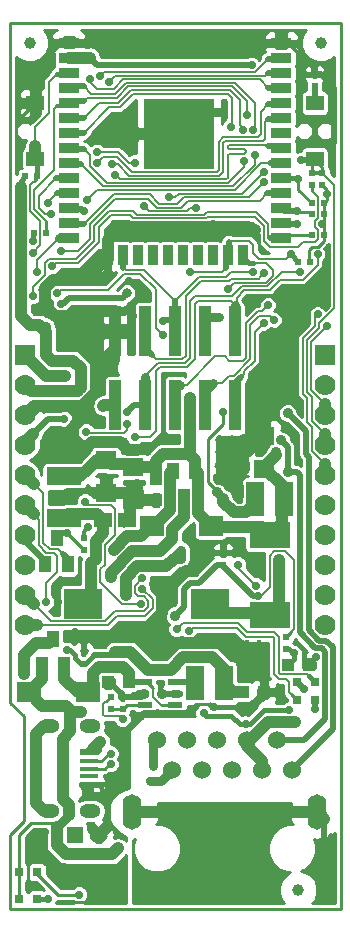
<source format=gbr>
G04 #@! TF.GenerationSoftware,KiCad,Pcbnew,5.1.0-rc1-unknown-9a8afdf~76~ubuntu18.04.1*
G04 #@! TF.CreationDate,2019-02-22T09:22:25+02:00
G04 #@! TF.ProjectId,ESP32-PoE_Rev_C,45535033-322d-4506-9f45-5f5265765f43,C*
G04 #@! TF.SameCoordinates,Original*
G04 #@! TF.FileFunction,Copper,L1,Top*
G04 #@! TF.FilePolarity,Positive*
%FSLAX46Y46*%
G04 Gerber Fmt 4.6, Leading zero omitted, Abs format (unit mm)*
G04 Created by KiCad (PCBNEW 5.1.0-rc1-unknown-9a8afdf~76~ubuntu18.04.1) date 2019-02-22 09:22:25*
%MOMM*%
%LPD*%
G04 APERTURE LIST*
%ADD10C,0.254000*%
%ADD11R,1.500000X3.000000*%
%ADD12R,3.000000X1.500000*%
%ADD13R,1.400000X1.400000*%
%ADD14C,1.400000*%
%ADD15R,1.650000X0.500000*%
%ADD16R,1.650000X0.325000*%
%ADD17R,1.000000X1.100000*%
%ADD18O,1.800000X1.200000*%
%ADD19R,3.200000X2.500000*%
%ADD20R,0.400000X0.400000*%
%ADD21R,1.422400X1.422400*%
%ADD22C,1.524000*%
%ADD23O,1.600000X2.999999*%
%ADD24R,1.600000X3.000000*%
%ADD25R,0.500000X0.550000*%
%ADD26R,1.500000X1.300000*%
%ADD27R,1.000000X4.250000*%
%ADD28C,1.300000*%
%ADD29R,1.700000X0.900000*%
%ADD30R,0.900000X1.700000*%
%ADD31R,6.000001X6.000001*%
%ADD32C,2.000000*%
%ADD33R,1.000000X1.400000*%
%ADD34C,0.800000*%
%ADD35R,0.550000X0.500000*%
%ADD36R,0.800000X0.800000*%
%ADD37R,1.016000X1.016000*%
%ADD38C,1.000000*%
%ADD39R,1.524000X1.270000*%
%ADD40R,1.778000X1.524000*%
%ADD41R,2.000000X1.700000*%
%ADD42R,3.400000X2.200000*%
%ADD43R,1.200000X0.550000*%
%ADD44C,1.778000*%
%ADD45R,1.778000X1.778000*%
%ADD46C,0.900000*%
%ADD47C,0.700000*%
%ADD48C,0.762000*%
%ADD49C,1.016000*%
%ADD50C,0.406400*%
%ADD51C,0.508000*%
%ADD52C,0.304800*%
%ADD53C,0.152400*%
G04 APERTURE END LIST*
D10*
X90150000Y-163830000D02*
X90150000Y-170150000D01*
X91313000Y-162687000D02*
X90150000Y-163830000D01*
X91313000Y-153797000D02*
X91313000Y-162687000D01*
X90150000Y-152654000D02*
X91313000Y-153797000D01*
X90150000Y-152654000D02*
X90150000Y-95150000D01*
X90150000Y-170150000D02*
X118150000Y-170150000D01*
X90150000Y-95150000D02*
X118150000Y-95150000D01*
X118150000Y-170150000D02*
X118150000Y-95150000D01*
D11*
X110891000Y-135382000D03*
X113391000Y-135382000D03*
D12*
X94742000Y-137005000D03*
X94742000Y-133505000D03*
D13*
X95638620Y-163852860D03*
D14*
X97650300Y-163850320D03*
D15*
X96876000Y-156854500D03*
D16*
X96876000Y-157592000D03*
X96876000Y-158242000D03*
X96876000Y-158892000D03*
D15*
X96876000Y-159629500D03*
D17*
X92326000Y-156742000D03*
X92326000Y-159742000D03*
D18*
X93476000Y-154642000D03*
X96946000Y-154642000D03*
X96946000Y-161842000D03*
X93476000Y-161842000D03*
D19*
X96377000Y-144272000D03*
X107077000Y-144272000D03*
D20*
X112044000Y-149344000D03*
X112044000Y-148344000D03*
X111244000Y-147544000D03*
X110244000Y-147544000D03*
X109444000Y-148344000D03*
X109444000Y-149344000D03*
X110244000Y-150144000D03*
X111244000Y-150144000D03*
D21*
X110744000Y-148844000D03*
D22*
X102616000Y-155806000D03*
X103886000Y-158346000D03*
X105156000Y-155806000D03*
X106426000Y-158346000D03*
X107696000Y-155806000D03*
X108966000Y-158346000D03*
X110236000Y-155806000D03*
X111506000Y-158346000D03*
X112776000Y-155806000D03*
X114046000Y-158346000D03*
D23*
X100531000Y-161946000D03*
X116131000Y-161946000D03*
D24*
X108261000Y-151003000D03*
X105861000Y-151003000D03*
D25*
X92456000Y-108077000D03*
X91440000Y-108077000D03*
D26*
X115959000Y-106644000D03*
X115959000Y-101890000D03*
X92321000Y-106644000D03*
X92321000Y-101890000D03*
D27*
X109220000Y-121208000D03*
X109220000Y-127458000D03*
X106680000Y-121208000D03*
X106680000Y-127458000D03*
X104140000Y-121208000D03*
X104140000Y-127458000D03*
X101600000Y-121208000D03*
X101600000Y-127458000D03*
X99060000Y-121208000D03*
X99060000Y-127458000D03*
D28*
X106773200Y-104371000D03*
X102099600Y-104371000D03*
X104411000Y-106834800D03*
X104411000Y-102135800D03*
X106773200Y-102135800D03*
X102099600Y-102135800D03*
X106773200Y-106834800D03*
D29*
X95140000Y-96785000D03*
X95140000Y-98055000D03*
X95140000Y-99325000D03*
X95140000Y-100595000D03*
X95140000Y-101865000D03*
X95140000Y-103135000D03*
X95140000Y-104405000D03*
X95140000Y-105675000D03*
X95140000Y-106945000D03*
X95140000Y-108215000D03*
X95140000Y-109485000D03*
X95140000Y-110755000D03*
X95140000Y-112025000D03*
X95140000Y-113295000D03*
D30*
X98440000Y-114785000D03*
X99710000Y-114785000D03*
X100980000Y-114785000D03*
X102250000Y-114785000D03*
X103520000Y-114785000D03*
X104790000Y-114785000D03*
X106060000Y-114785000D03*
X107330000Y-114785000D03*
X108600000Y-114785000D03*
X109870000Y-114785000D03*
D29*
X113140000Y-113335000D03*
X113140000Y-112065000D03*
X113140000Y-110795000D03*
X113140000Y-109525000D03*
X113140000Y-108255000D03*
X113140000Y-106985000D03*
X113140000Y-105715000D03*
X113140000Y-104445000D03*
X113140000Y-103175000D03*
X113140000Y-101905000D03*
X113140000Y-100635000D03*
X113140000Y-99365000D03*
X113140000Y-98095000D03*
X113140000Y-96825000D03*
D31*
X104440000Y-104485000D03*
D32*
X104411000Y-104498000D03*
D28*
X102099600Y-106834800D03*
D33*
X94107000Y-138727000D03*
X95057000Y-140927000D03*
X93157000Y-140927000D03*
D34*
X107966000Y-132445000D03*
X108966000Y-132445000D03*
X109966000Y-132445000D03*
X107966000Y-131445000D03*
X108966000Y-131445000D03*
X109966000Y-131445000D03*
X108966000Y-130445000D03*
X107966000Y-130445000D03*
X109966000Y-130445000D03*
D35*
X116586000Y-107823000D03*
X116586000Y-108839000D03*
X115697000Y-108839000D03*
X115697000Y-107823000D03*
X115951000Y-99441000D03*
X115951000Y-100457000D03*
D33*
X105851960Y-133004560D03*
X103949500Y-133004560D03*
X104904540Y-135214360D03*
X92839540Y-149479000D03*
X94742000Y-149479000D03*
X93786960Y-147269200D03*
D36*
X92456000Y-167005000D03*
X90932000Y-167005000D03*
D37*
X113665000Y-149479000D03*
X115443000Y-149479000D03*
X111633000Y-151765000D03*
X109855000Y-151765000D03*
D36*
X92456000Y-169291000D03*
X90932000Y-169291000D03*
D38*
X91821000Y-96774000D03*
X116459000Y-96774000D03*
X114554000Y-168529000D03*
D39*
X98044000Y-137160000D03*
X100076000Y-137160000D03*
D40*
X111633000Y-130048000D03*
X111633000Y-132842000D03*
D41*
X102148000Y-137668000D03*
X107148000Y-137668000D03*
X96734000Y-151765000D03*
X91734000Y-151765000D03*
D42*
X112141000Y-138459000D03*
X112141000Y-145259000D03*
D43*
X104170000Y-152842000D03*
X104170000Y-151892000D03*
X104170000Y-150942000D03*
X101570000Y-152842000D03*
X101570000Y-150942000D03*
D37*
X98425000Y-150876000D03*
X100203000Y-150876000D03*
D44*
X91440000Y-130840000D03*
X91440000Y-128300000D03*
X91440000Y-125760000D03*
D45*
X91440000Y-123220000D03*
D44*
X91440000Y-133380000D03*
X91440000Y-135920000D03*
X91440000Y-141000000D03*
X91440000Y-138460000D03*
X91440000Y-143540000D03*
X91440000Y-146080000D03*
X116840000Y-130840000D03*
X116840000Y-128300000D03*
X116840000Y-125760000D03*
D45*
X116840000Y-123220000D03*
D44*
X116840000Y-133380000D03*
X116840000Y-135920000D03*
X116840000Y-141000000D03*
X116840000Y-138460000D03*
X116840000Y-143540000D03*
X116840000Y-146080000D03*
D35*
X96393000Y-148336000D03*
X96393000Y-149352000D03*
X96393000Y-139700000D03*
X96393000Y-138684000D03*
X113538000Y-147066000D03*
X113538000Y-148082000D03*
X98679000Y-152146000D03*
X98679000Y-153162000D03*
X99695000Y-152146000D03*
X99695000Y-153162000D03*
D25*
X115697000Y-111252000D03*
X116713000Y-111252000D03*
X115697000Y-110363000D03*
X116713000Y-110363000D03*
X114554000Y-115316000D03*
X115570000Y-115316000D03*
X116713000Y-113030000D03*
X115697000Y-113030000D03*
D35*
X108204000Y-139954000D03*
X108204000Y-140970000D03*
D40*
X100584000Y-135509000D03*
X100584000Y-132715000D03*
X98298000Y-134874000D03*
X98298000Y-132080000D03*
D37*
X102489000Y-135509000D03*
X102489000Y-133731000D03*
D36*
X115951000Y-152400000D03*
X114427000Y-152400000D03*
X115951000Y-150876000D03*
X114427000Y-150876000D03*
D25*
X93218000Y-112903000D03*
X92202000Y-112903000D03*
D46*
X99314000Y-164973000D03*
X98933000Y-139700000D03*
X94843600Y-124968000D03*
X96139000Y-153416000D03*
D47*
X92075000Y-113538000D03*
X113030000Y-151511000D03*
D46*
X102997000Y-151892000D03*
X101473000Y-151892000D03*
X105029000Y-147574000D03*
X99314000Y-169037000D03*
X102489000Y-148590000D03*
D47*
X95631000Y-146685000D03*
X107442000Y-153035000D03*
X116078000Y-148818600D03*
X106934000Y-140081000D03*
D46*
X100914200Y-131267200D03*
D47*
X96266000Y-122555000D03*
X100203000Y-116967000D03*
D46*
X102489000Y-113157000D03*
X110871000Y-112649000D03*
X96901000Y-96774000D03*
X111506000Y-96774000D03*
D47*
X117475000Y-105156000D03*
X97536000Y-104775000D03*
D46*
X100076000Y-96774000D03*
X103124000Y-96774000D03*
X106045000Y-96774000D03*
X108966000Y-96774000D03*
X103632000Y-113157000D03*
D47*
X94234000Y-144145000D03*
D46*
X92328990Y-100584000D03*
D47*
X107315000Y-112141000D03*
X100076000Y-112141000D03*
D46*
X94742000Y-166624000D03*
D47*
X93091000Y-163576000D03*
D46*
X94742000Y-167767000D03*
X97917000Y-160528000D03*
X98933000Y-160147000D03*
D47*
X94107000Y-135636000D03*
D46*
X100914200Y-134213600D03*
D47*
X100584000Y-119888000D03*
D46*
X91313000Y-150241000D03*
D47*
X109855000Y-104140000D03*
X114793294Y-106694706D03*
X94996000Y-148209000D03*
D46*
X99060000Y-148336000D03*
X99949000Y-143510000D03*
D47*
X104648000Y-139700000D03*
X104648000Y-140462000D03*
D46*
X96012000Y-126111000D03*
X91059000Y-108966000D03*
D47*
X116586000Y-112141000D03*
X116967000Y-109601000D03*
D46*
X96901000Y-98044000D03*
D47*
X110617000Y-98679000D03*
X99695000Y-154051000D03*
D46*
X98044000Y-127533400D03*
D34*
X100076000Y-117983000D03*
D47*
X93243400Y-120777000D03*
X94488000Y-118872000D03*
X97536000Y-106934000D03*
X94742000Y-128651000D03*
X92075000Y-114554000D03*
X93599000Y-111252000D03*
X99060000Y-107950000D03*
X93345000Y-110363000D03*
X93218000Y-144145000D03*
X96901000Y-99822000D03*
X98552000Y-100076000D03*
X98806000Y-107061000D03*
X111633000Y-107696000D03*
X103632000Y-109855000D03*
X110744000Y-104140000D03*
X97790000Y-99568000D03*
X96393000Y-110998000D03*
X101346000Y-142113000D03*
X114427000Y-112141000D03*
X100076000Y-128016000D03*
X114681000Y-116205000D03*
X94107000Y-117983000D03*
X103124000Y-121539000D03*
X107823000Y-120015000D03*
X108585000Y-117602000D03*
X103124000Y-120345200D03*
X110744000Y-116205000D03*
X111633000Y-108585000D03*
X111633000Y-120523000D03*
X105410000Y-116205000D03*
X112522000Y-120269000D03*
X113919000Y-114681000D03*
X114427000Y-110998000D03*
X112014000Y-118999000D03*
X96647000Y-110109000D03*
D46*
X98679000Y-141986000D03*
X97790000Y-155956000D03*
D47*
X101473000Y-110617000D03*
X105918000Y-110744000D03*
X100711000Y-106934000D03*
X97536000Y-106045000D03*
X94996000Y-138303000D03*
X93726000Y-115697000D03*
D46*
X114300000Y-154305000D03*
X109474000Y-135128000D03*
X110871000Y-126619000D03*
X112014000Y-126619000D03*
X112014000Y-127762000D03*
X113157000Y-126619000D03*
X110871000Y-125476000D03*
X112014000Y-125476000D03*
X113157000Y-125476000D03*
X114554000Y-119888000D03*
X114554000Y-118745000D03*
X112649000Y-131445000D03*
D47*
X105410000Y-126873000D03*
D46*
X113665000Y-133096000D03*
X113131600Y-130454400D03*
X113665000Y-128143000D03*
D47*
X110871000Y-106299000D03*
X116205000Y-119761000D03*
X109982000Y-106807000D03*
X110236000Y-102870000D03*
X101981000Y-159258000D03*
X102235000Y-157988000D03*
D46*
X108204000Y-164846000D03*
X110871000Y-164846000D03*
X105918000Y-164846000D03*
X113030000Y-161946000D03*
X110617000Y-161946000D03*
X103632000Y-161946000D03*
X109728000Y-163322000D03*
X106680000Y-163322000D03*
X109601000Y-167132000D03*
X106934000Y-167132000D03*
X104013000Y-167132000D03*
X112522000Y-167132000D03*
X110998000Y-168783000D03*
X108204000Y-168783000D03*
X105283000Y-168783000D03*
X102108000Y-168783000D03*
D47*
X114173000Y-148463000D03*
X111706800Y-116294998D03*
D46*
X112928400Y-140589000D03*
D47*
X96596200Y-129717800D03*
X100076000Y-129032000D03*
X96774000Y-137795000D03*
X96520000Y-135636000D03*
X101219000Y-144272000D03*
X98679000Y-156972000D03*
X98679000Y-157861000D03*
D46*
X104140000Y-145288000D03*
D47*
X111125000Y-143637000D03*
X113792000Y-153289000D03*
X110109000Y-154432000D03*
X106553000Y-153543000D03*
X92075000Y-118237000D03*
X101346000Y-143002000D03*
X116205000Y-114681000D03*
X114554000Y-108331000D03*
X100711000Y-130175000D03*
X108839000Y-103886000D03*
X116967000Y-120777000D03*
X109474000Y-140970000D03*
X110998000Y-142748000D03*
X94488000Y-114427000D03*
X92456000Y-116205000D03*
X105283000Y-146558000D03*
X115951000Y-153162000D03*
X104267000Y-146431000D03*
X115062000Y-151511000D03*
X96012000Y-168910000D03*
X93345000Y-169291000D03*
D46*
X107696000Y-134848600D03*
D47*
X108204000Y-128016000D03*
D48*
X95123000Y-162179000D02*
X94107000Y-163195000D01*
D49*
X94107000Y-163830000D02*
X94107000Y-163195000D01*
X94107000Y-164719000D02*
X94107000Y-163830000D01*
X94869000Y-165481000D02*
X94107000Y-164719000D01*
X98806000Y-165481000D02*
X94869000Y-165481000D01*
X99314000Y-164973000D02*
X98806000Y-165481000D01*
X91734000Y-151765000D02*
X92839540Y-150659460D01*
X92839540Y-150659460D02*
X92839540Y-149479000D01*
X94843600Y-124968000D02*
X93188000Y-124968000D01*
X93188000Y-124968000D02*
X91440000Y-123220000D01*
D10*
X90932000Y-169291000D02*
X90932000Y-167005000D01*
D49*
X95123000Y-161290000D02*
X95123000Y-162179000D01*
X94615000Y-160782000D02*
X95123000Y-161290000D01*
X96139000Y-153416000D02*
X95250000Y-153416000D01*
X95250000Y-153416000D02*
X95250000Y-155067000D01*
X95250000Y-155067000D02*
X94615000Y-155702000D01*
X94615000Y-155702000D02*
X94615000Y-160782000D01*
X94869000Y-152908000D02*
X92877000Y-152908000D01*
X95377000Y-153416000D02*
X94869000Y-152908000D01*
X92877000Y-152908000D02*
X91734000Y-151765000D01*
X96139000Y-153416000D02*
X95377000Y-153416000D01*
X101259000Y-138557000D02*
X102148000Y-137668000D01*
X100076000Y-138557000D02*
X101259000Y-138557000D01*
X98933000Y-139700000D02*
X100076000Y-138557000D01*
X102362000Y-137668000D02*
X102148000Y-137668000D01*
X103708200Y-136321800D02*
X102362000Y-137668000D01*
X103708200Y-133245860D02*
X103708200Y-136321800D01*
X103949500Y-133004560D02*
X103708200Y-133245860D01*
D10*
X93980000Y-163195000D02*
X94107000Y-163195000D01*
X93599000Y-162814000D02*
X93980000Y-163195000D01*
X90932000Y-167005000D02*
X90932000Y-163830000D01*
X90932000Y-163830000D02*
X91948000Y-162814000D01*
X91948000Y-162814000D02*
X93599000Y-162814000D01*
D50*
X92075000Y-113030000D02*
X92202000Y-112903000D01*
X92075000Y-113538000D02*
X92075000Y-113030000D01*
D10*
X113030000Y-151511000D02*
X111887000Y-151511000D01*
X111887000Y-151511000D02*
X111633000Y-151765000D01*
D51*
X104170000Y-151892000D02*
X102997000Y-151892000D01*
D50*
X99695000Y-152146000D02*
X101219000Y-152146000D01*
X101219000Y-152146000D02*
X101473000Y-151892000D01*
D51*
X96393000Y-147066000D02*
X96393000Y-148336000D01*
X95631000Y-146685000D02*
X96012000Y-147066000D01*
X96012000Y-147066000D02*
X96393000Y-147066000D01*
D49*
X108674000Y-147574000D02*
X105029000Y-147574000D01*
X109444000Y-148344000D02*
X108674000Y-147574000D01*
X100965000Y-147066000D02*
X96393000Y-147066000D01*
X102489000Y-148590000D02*
X100965000Y-147066000D01*
X105029000Y-147574000D02*
X104267000Y-147574000D01*
X103251000Y-148590000D02*
X102489000Y-148590000D01*
X104267000Y-147574000D02*
X103251000Y-148590000D01*
X91440000Y-128300000D02*
X92232000Y-127508000D01*
X92232000Y-127508000D02*
X95758000Y-127508000D01*
X98552000Y-135128000D02*
X98298000Y-134874000D01*
D50*
X115443000Y-149453600D02*
X116078000Y-148818600D01*
X115443000Y-149479000D02*
X115443000Y-149453600D01*
D49*
X105029000Y-141478000D02*
X105537000Y-141478000D01*
X105537000Y-141478000D02*
X106934000Y-140081000D01*
X102997000Y-143510000D02*
X105029000Y-141478000D01*
X102997000Y-145034000D02*
X102997000Y-143510000D01*
X100965000Y-147066000D02*
X102997000Y-145034000D01*
X100584000Y-135509000D02*
X102489000Y-135509000D01*
X99949000Y-134874000D02*
X98298000Y-134874000D01*
X100584000Y-135509000D02*
X99949000Y-134874000D01*
X95758000Y-127508000D02*
X96291400Y-127508000D01*
X96291400Y-127508000D02*
X97409000Y-126390400D01*
X97409000Y-126390400D02*
X97409000Y-124079000D01*
X97409000Y-124079000D02*
X97409000Y-124333000D01*
X99060000Y-122682000D02*
X97409000Y-124333000D01*
D51*
X97409000Y-124079000D02*
X96266000Y-122936000D01*
X96266000Y-122936000D02*
X96266000Y-122555000D01*
D49*
X98440000Y-113523000D02*
X98806000Y-113157000D01*
X98440000Y-114785000D02*
X98440000Y-113523000D01*
D52*
X115824000Y-99314000D02*
X115951000Y-99441000D01*
X115824000Y-98933000D02*
X115824000Y-99314000D01*
X113716000Y-96825000D02*
X115824000Y-98933000D01*
X113140000Y-96825000D02*
X113716000Y-96825000D01*
D48*
X95140000Y-96785000D02*
X95151000Y-96774000D01*
X95151000Y-96774000D02*
X96901000Y-96774000D01*
X113089000Y-96774000D02*
X111506000Y-96774000D01*
X113140000Y-96825000D02*
X113089000Y-96774000D01*
X104411000Y-104498000D02*
X106293000Y-102616000D01*
X106293000Y-102616000D02*
X108077000Y-102616000D01*
X111633000Y-151003000D02*
X111633000Y-151765000D01*
X111633000Y-150533000D02*
X111633000Y-151003000D01*
X111244000Y-150144000D02*
X111633000Y-150533000D01*
D10*
X110490000Y-153035000D02*
X107442000Y-153035000D01*
D48*
X111633000Y-151892000D02*
X110490000Y-153035000D01*
D10*
X111633000Y-151765000D02*
X111633000Y-151892000D01*
X107442000Y-153035000D02*
X107207000Y-152800000D01*
X107207000Y-152800000D02*
X105900000Y-152800000D01*
X105900000Y-152800000D02*
X105200000Y-153500000D01*
X106934000Y-140081000D02*
X107061000Y-139954000D01*
X107061000Y-139954000D02*
X108204000Y-139954000D01*
D50*
X115062000Y-149098000D02*
X115062000Y-148209000D01*
X115443000Y-149479000D02*
X115062000Y-149098000D01*
X115062000Y-148209000D02*
X114554000Y-147701000D01*
D49*
X100330000Y-136906000D02*
X100076000Y-137160000D01*
X100330000Y-135763000D02*
X100330000Y-136906000D01*
X100584000Y-135509000D02*
X100330000Y-135763000D01*
X104440000Y-104485000D02*
X100620000Y-104485000D01*
X100330000Y-104775000D02*
X97536000Y-104775000D01*
X100620000Y-104485000D02*
X100330000Y-104775000D01*
D10*
X117475000Y-105156000D02*
X117602000Y-105283000D01*
X117602000Y-105283000D02*
X117602000Y-107823000D01*
D49*
X100076000Y-96774000D02*
X103124000Y-96774000D01*
X106045000Y-96774000D02*
X108966000Y-96774000D01*
D51*
X99695000Y-152019000D02*
X99695000Y-152146000D01*
X98552000Y-150876000D02*
X99695000Y-152019000D01*
X98425000Y-150876000D02*
X98552000Y-150876000D01*
D49*
X99060000Y-119507000D02*
X99060000Y-121208000D01*
D48*
X99822000Y-119507000D02*
X99060000Y-119507000D01*
D51*
X99060000Y-119507000D02*
X99060000Y-121208000D01*
X100965000Y-118364000D02*
X99822000Y-119507000D01*
X100965000Y-117602000D02*
X100965000Y-118364000D01*
X100330000Y-116967000D02*
X100965000Y-117602000D01*
X100203000Y-116967000D02*
X100330000Y-116967000D01*
D49*
X102489000Y-113157000D02*
X103632000Y-113157000D01*
D48*
X92329000Y-100584010D02*
X92328990Y-100584000D01*
X92329000Y-101854000D02*
X92329000Y-100584010D01*
D51*
X117615401Y-105015599D02*
X117615401Y-100597401D01*
X117475000Y-105156000D02*
X117615401Y-105015599D01*
X117615401Y-100597401D02*
X116459000Y-99441000D01*
X116459000Y-99441000D02*
X116078000Y-99441000D01*
X100076000Y-112141000D02*
X100076000Y-113157000D01*
D49*
X100076000Y-113157000D02*
X102489000Y-113157000D01*
X98806000Y-113157000D02*
X100076000Y-113157000D01*
D51*
X102489000Y-113157000D02*
X102489000Y-112141000D01*
X100076000Y-112141000D02*
X102489000Y-112141000D01*
X103632000Y-112520604D02*
X103632000Y-112141000D01*
X103632000Y-113157000D02*
X103632000Y-112520604D01*
X103632000Y-112141000D02*
X107315000Y-112141000D01*
X102489000Y-112141000D02*
X103632000Y-112141000D01*
D49*
X106934000Y-112649000D02*
X110871000Y-112649000D01*
X106426000Y-113157000D02*
X106934000Y-112649000D01*
X103632000Y-113157000D02*
X106426000Y-113157000D01*
D51*
X110363000Y-112141000D02*
X110871000Y-112649000D01*
X107315000Y-112141000D02*
X110363000Y-112141000D01*
D10*
X94742000Y-166624000D02*
X93218000Y-165100000D01*
X93218000Y-163703000D02*
X93091000Y-163576000D01*
X93218000Y-165100000D02*
X93218000Y-163703000D01*
D51*
X97409000Y-167132000D02*
X95885000Y-167132000D01*
X99314000Y-169037000D02*
X97409000Y-167132000D01*
D48*
X95377000Y-167132000D02*
X94742000Y-167767000D01*
X95885000Y-167132000D02*
X95377000Y-167132000D01*
D51*
X98425000Y-163075620D02*
X97650300Y-163850320D01*
X98425000Y-161036000D02*
X98425000Y-163075620D01*
X97917000Y-160528000D02*
X98425000Y-161036000D01*
D52*
X97917000Y-160528000D02*
X97917000Y-159920500D01*
X97917000Y-159920500D02*
X97538500Y-159542000D01*
X97538500Y-159542000D02*
X96626000Y-159542000D01*
D51*
X98933000Y-160147000D02*
X99822000Y-159258000D01*
X99822000Y-159258000D02*
X99822000Y-155194000D01*
X99822000Y-155194000D02*
X101473000Y-153543000D01*
X105157000Y-153543000D02*
X105200000Y-153500000D01*
X101473000Y-153543000D02*
X105157000Y-153543000D01*
X98298000Y-134874000D02*
X98171000Y-134747000D01*
X98171000Y-134747000D02*
X94996000Y-134747000D01*
X94996000Y-134747000D02*
X94107000Y-135636000D01*
D49*
X96291400Y-127508000D02*
X96291400Y-128574800D01*
X96291400Y-128574800D02*
X94996000Y-129870200D01*
X94996000Y-129870200D02*
X94996000Y-130683000D01*
X100914200Y-131267200D02*
X100152200Y-131241800D01*
X100152200Y-131241800D02*
X99517200Y-130606800D01*
X99517200Y-130606800D02*
X97129600Y-130606800D01*
X97129600Y-130606800D02*
X96545400Y-131191000D01*
X95504000Y-131191000D02*
X94996000Y-130683000D01*
X96545400Y-131191000D02*
X95504000Y-131191000D01*
X97409000Y-119507000D02*
X99060000Y-119507000D01*
X97028000Y-119888000D02*
X97409000Y-119507000D01*
X93091000Y-117551200D02*
X93091000Y-118999000D01*
X93980000Y-119888000D02*
X97028000Y-119888000D01*
X98440000Y-114785000D02*
X98440000Y-114920000D01*
X98440000Y-114920000D02*
X96520000Y-116840000D01*
X96520000Y-116840000D02*
X93802200Y-116840000D01*
X93091000Y-118999000D02*
X93980000Y-119888000D01*
X93802200Y-116840000D02*
X93091000Y-117551200D01*
X101041200Y-135051800D02*
X100584000Y-135509000D01*
X100914200Y-134213600D02*
X101041200Y-135051800D01*
D51*
X100203000Y-119507000D02*
X100584000Y-119888000D01*
X99822000Y-119507000D02*
X100203000Y-119507000D01*
D10*
X110871000Y-112649000D02*
X111252000Y-113030000D01*
X111252000Y-113030000D02*
X111252000Y-114046000D01*
X111252000Y-114046000D02*
X111633000Y-114427000D01*
X99314000Y-169037000D02*
X98806000Y-169545000D01*
X98806000Y-169545000D02*
X94615000Y-169545000D01*
X93218000Y-165100000D02*
X92202000Y-165100000D01*
X92202000Y-165100000D02*
X91694000Y-165608000D01*
X91694000Y-165608000D02*
X91694000Y-168021000D01*
D50*
X100914200Y-131267200D02*
X101777800Y-131267200D01*
X101777800Y-131267200D02*
X103124000Y-129921000D01*
X103124000Y-129921000D02*
X103124000Y-125095000D01*
X103124000Y-125095000D02*
X103378000Y-124841000D01*
X103378000Y-124841000D02*
X104775000Y-124841000D01*
D10*
X92321000Y-101890000D02*
X90678000Y-103533000D01*
X90678000Y-103533000D02*
X90678000Y-105410000D01*
X90678000Y-105410000D02*
X90932000Y-105664000D01*
D52*
X93726000Y-97586800D02*
X93726000Y-98171000D01*
X94527800Y-96785000D02*
X93726000Y-97586800D01*
X95140000Y-96785000D02*
X94527800Y-96785000D01*
D49*
X91313000Y-148590000D02*
X91313000Y-150241000D01*
X92329000Y-147574000D02*
X91313000Y-148590000D01*
X93482160Y-147574000D02*
X92329000Y-147574000D01*
X93786960Y-147269200D02*
X93482160Y-147574000D01*
D51*
X115951000Y-101382000D02*
X115951000Y-100457000D01*
X116459000Y-101890000D02*
X115951000Y-101382000D01*
D49*
X116840000Y-130840000D02*
X116840000Y-129921000D01*
D51*
X95140000Y-103135000D02*
X95151000Y-103124000D01*
X95151000Y-103124000D02*
X96393000Y-103124000D01*
D53*
X97663000Y-101854000D02*
X96393000Y-103124000D01*
X99314000Y-101854000D02*
X97663000Y-101854000D01*
X109855000Y-104140000D02*
X109855000Y-104013000D01*
X100380800Y-100787200D02*
X99314000Y-101854000D01*
X108788200Y-100787200D02*
X100380800Y-100787200D01*
X109855000Y-104013000D02*
X109601000Y-103759000D01*
X109601000Y-103759000D02*
X109601000Y-101600000D01*
X109601000Y-101600000D02*
X108788200Y-100787200D01*
D10*
X115697000Y-107823000D02*
X115697000Y-107065000D01*
D51*
X115697000Y-107065000D02*
X115697000Y-106807000D01*
X115697000Y-106807000D02*
X115824000Y-106680000D01*
X115824000Y-106680000D02*
X115951000Y-106680000D01*
X114793294Y-106694706D02*
X115936294Y-106694706D01*
X115936294Y-106694706D02*
X115951000Y-106680000D01*
D10*
X115951000Y-106680000D02*
X116586000Y-107315000D01*
X116586000Y-107315000D02*
X116586000Y-107696000D01*
D52*
X115697000Y-107823000D02*
X116586000Y-107823000D01*
D53*
X116611000Y-107823000D02*
X116586000Y-107823000D01*
X117602000Y-108814000D02*
X116611000Y-107823000D01*
X117602000Y-119253000D02*
X117602000Y-108814000D01*
X115316000Y-121920000D02*
X116332000Y-120904000D01*
X115697000Y-128778000D02*
X115697000Y-126746000D01*
X116332000Y-120904000D02*
X116332000Y-120523000D01*
X115697000Y-126746000D02*
X115316000Y-126365000D01*
X116332000Y-120523000D02*
X117602000Y-119253000D01*
X116840000Y-129921000D02*
X115697000Y-128778000D01*
X115316000Y-126365000D02*
X115316000Y-121920000D01*
X108261000Y-151003000D02*
X108261000Y-151250800D01*
D50*
X96393000Y-149352000D02*
X96520000Y-149352000D01*
X96520000Y-149352000D02*
X97282000Y-148590000D01*
D51*
X98806000Y-148590000D02*
X99060000Y-148336000D01*
X97282000Y-148590000D02*
X98806000Y-148590000D01*
D49*
X100330000Y-148336000D02*
X99060000Y-148336000D01*
X101854000Y-149860000D02*
X100330000Y-148336000D01*
X103759000Y-149860000D02*
X101854000Y-149860000D01*
X108261000Y-151003000D02*
X108261000Y-149790000D01*
X108261000Y-149790000D02*
X107289600Y-148818600D01*
X107289600Y-148818600D02*
X104800400Y-148818600D01*
X104800400Y-148818600D02*
X103759000Y-149860000D01*
X108261000Y-151003000D02*
X109023000Y-151765000D01*
X109023000Y-151765000D02*
X109855000Y-151765000D01*
D48*
X104648000Y-139700000D02*
X104648000Y-140462000D01*
D10*
X116586000Y-112141000D02*
X116713000Y-112268000D01*
X116713000Y-112268000D02*
X116713000Y-113030000D01*
X116967000Y-110109000D02*
X116713000Y-110363000D01*
X116967000Y-109601000D02*
X116967000Y-110109000D01*
X116713000Y-110363000D02*
X116713000Y-111252000D01*
X116713000Y-112014000D02*
X116586000Y-112141000D01*
X116713000Y-111252000D02*
X116713000Y-112014000D01*
X116967000Y-109220000D02*
X116967000Y-109601000D01*
X116586000Y-108839000D02*
X116967000Y-109220000D01*
D53*
X99695000Y-154051000D02*
X99441000Y-153797000D01*
X99441000Y-153797000D02*
X98171000Y-153797000D01*
X98171000Y-153797000D02*
X98044000Y-153670000D01*
X98044000Y-153670000D02*
X98044000Y-152781000D01*
D50*
X96139000Y-149352000D02*
X96393000Y-149352000D01*
X94996000Y-148209000D02*
X95250000Y-148209000D01*
X95250000Y-148209000D02*
X95631000Y-148590000D01*
X95631000Y-148844000D02*
X96139000Y-149352000D01*
X95631000Y-148590000D02*
X95631000Y-148844000D01*
D49*
X100914200Y-141097000D02*
X103378000Y-141097000D01*
X99949000Y-142062200D02*
X100914200Y-141097000D01*
X99949000Y-143510000D02*
X99949000Y-142062200D01*
X103378000Y-141097000D02*
X104013000Y-140462000D01*
D48*
X104013000Y-140462000D02*
X104648000Y-140462000D01*
X104013000Y-140335000D02*
X104648000Y-139700000D01*
X104013000Y-140462000D02*
X104013000Y-140335000D01*
D49*
X91440000Y-125760000D02*
X91918000Y-126238000D01*
X95885000Y-126238000D02*
X96012000Y-126111000D01*
X91918000Y-126238000D02*
X95885000Y-126238000D01*
D10*
X98679000Y-152146000D02*
X98298000Y-152527000D01*
D53*
X98298000Y-152527000D02*
X98044000Y-152781000D01*
D49*
X98119400Y-127458000D02*
X99060000Y-127458000D01*
X98044000Y-127533400D02*
X98119400Y-127458000D01*
D51*
X95151000Y-98044000D02*
X95140000Y-98055000D01*
X97536000Y-98679000D02*
X96901000Y-98044000D01*
X110617000Y-98679000D02*
X97536000Y-98679000D01*
D49*
X96890000Y-98055000D02*
X96901000Y-98044000D01*
X95140000Y-98055000D02*
X96890000Y-98055000D01*
D51*
X99695000Y-118364000D02*
X100076000Y-117983000D01*
X94615000Y-118872000D02*
X95123000Y-118364000D01*
X94488000Y-118872000D02*
X94615000Y-118872000D01*
X95123000Y-118364000D02*
X99695000Y-118364000D01*
D10*
X116713000Y-113538000D02*
X116713000Y-113030000D01*
X116205000Y-114046000D02*
X116713000Y-113538000D01*
X115570000Y-115443000D02*
X115443000Y-115316000D01*
X115443000Y-115316000D02*
X115443000Y-114350800D01*
X115443000Y-114350800D02*
X115747800Y-114046000D01*
X115747800Y-114046000D02*
X116205000Y-114046000D01*
D49*
X96139000Y-125984000D02*
X96012000Y-126111000D01*
X96139000Y-124333000D02*
X96139000Y-125984000D01*
X95504000Y-123698000D02*
X96139000Y-124333000D01*
X93726000Y-123698000D02*
X95504000Y-123698000D01*
X93218000Y-123190000D02*
X93726000Y-123698000D01*
X93218000Y-121285000D02*
X93218000Y-123190000D01*
D48*
X93218000Y-120802400D02*
X93243400Y-120777000D01*
X93218000Y-121285000D02*
X93218000Y-120802400D01*
D49*
X92583000Y-120650000D02*
X93218000Y-121285000D01*
X91821000Y-120650000D02*
X92583000Y-120650000D01*
X91059000Y-119888000D02*
X91821000Y-120650000D01*
X91059000Y-108966000D02*
X91059000Y-119888000D01*
D50*
X91059000Y-108458000D02*
X91440000Y-108077000D01*
X91059000Y-108966000D02*
X91059000Y-108458000D01*
D51*
X113140000Y-101905000D02*
X113064000Y-101981000D01*
X113064000Y-101981000D02*
X112014000Y-101981000D01*
D53*
X99187000Y-106426000D02*
X100482312Y-107721312D01*
X107823000Y-105156000D02*
X108229400Y-104749600D01*
X107823000Y-107569000D02*
X107823000Y-105156000D01*
X98044000Y-106426000D02*
X99187000Y-106426000D01*
X100482312Y-107721312D02*
X107670688Y-107721312D01*
X111379000Y-104521000D02*
X111379000Y-102616000D01*
X111150400Y-104749600D02*
X111379000Y-104521000D01*
X97536000Y-106934000D02*
X98044000Y-106426000D01*
X108229400Y-104749600D02*
X111150400Y-104749600D01*
X107670688Y-107721312D02*
X107823000Y-107569000D01*
X111379000Y-102616000D02*
X112014000Y-101981000D01*
D50*
X95024000Y-99441000D02*
X94107000Y-99441000D01*
X95140000Y-99325000D02*
X95024000Y-99441000D01*
X92456000Y-107279000D02*
X92456000Y-108077000D01*
D49*
X92075000Y-129921000D02*
X91440000Y-130556000D01*
X91440000Y-130556000D02*
X91440000Y-130810000D01*
X92321000Y-106644000D02*
X92321000Y-105545000D01*
D53*
X92321000Y-103894000D02*
X92321000Y-105545000D01*
X93472000Y-102743000D02*
X92321000Y-103894000D01*
X93472000Y-100076000D02*
X93472000Y-102743000D01*
X94107000Y-99441000D02*
X93472000Y-100076000D01*
D51*
X93345000Y-128651000D02*
X92075000Y-129921000D01*
X94742000Y-128651000D02*
X93345000Y-128651000D01*
D53*
X92075000Y-114554000D02*
X92710000Y-113919000D01*
X92710000Y-113919000D02*
X92710000Y-111887000D01*
X92710000Y-111887000D02*
X91821000Y-110998000D01*
X91821000Y-110998000D02*
X91821000Y-108839000D01*
D10*
X92456000Y-108204000D02*
X92456000Y-108077000D01*
X92202000Y-108458000D02*
X92456000Y-108204000D01*
D53*
X91821000Y-108839000D02*
X92202000Y-108458000D01*
X93599000Y-111252000D02*
X93091000Y-111252000D01*
D51*
X94096000Y-108215000D02*
X95140000Y-108215000D01*
D53*
X93091000Y-111252000D02*
X92583000Y-110744000D01*
X92583000Y-110744000D02*
X92583000Y-109728000D01*
X92583000Y-109728000D02*
X94096000Y-108215000D01*
D51*
X113140000Y-105715000D02*
X112962000Y-105537000D01*
X112962000Y-105537000D02*
X112014000Y-105537000D01*
D53*
X99440934Y-108330934D02*
X99060000Y-107950000D01*
X108585000Y-108204000D02*
X108458066Y-108330934D01*
X108585000Y-106299000D02*
X108585000Y-108204000D01*
X112014000Y-105537000D02*
X111887000Y-105410000D01*
X108585000Y-105537000D02*
X108585000Y-105664000D01*
X108585000Y-105664000D02*
X108712000Y-105791000D01*
X108712000Y-105410000D02*
X108585000Y-105537000D01*
X108712000Y-105791000D02*
X109982000Y-105791000D01*
X108458066Y-108330934D02*
X99440934Y-108330934D01*
X111887000Y-105410000D02*
X108712000Y-105410000D01*
X109982000Y-105791000D02*
X110109000Y-105918000D01*
X108712000Y-106172000D02*
X108585000Y-106299000D01*
X109982000Y-106172000D02*
X108712000Y-106172000D01*
X110109000Y-105918000D02*
X110109000Y-106045000D01*
X110109000Y-106045000D02*
X109982000Y-106172000D01*
D51*
X95140000Y-109485000D02*
X95129000Y-109474000D01*
X95129000Y-109474000D02*
X94107000Y-109474000D01*
D53*
X93345000Y-110236000D02*
X93345000Y-110363000D01*
X94107000Y-109474000D02*
X93345000Y-110236000D01*
D51*
X113140000Y-100635000D02*
X113089000Y-100584000D01*
X113089000Y-100584000D02*
X112014000Y-100584000D01*
D53*
X111302800Y-99872800D02*
X112014000Y-100584000D01*
X99771200Y-99872800D02*
X111302800Y-99872800D01*
X96901000Y-99822000D02*
X96901000Y-100076000D01*
X96901000Y-100076000D02*
X97536000Y-100711000D01*
X97536000Y-100711000D02*
X98933000Y-100711000D01*
X98933000Y-100711000D02*
X99771200Y-99872800D01*
D49*
X92202000Y-136682000D02*
X91440000Y-135920000D01*
D53*
X94107000Y-141605000D02*
X93218000Y-142494000D01*
X94107000Y-140208000D02*
X94107000Y-141605000D01*
X93878400Y-139979400D02*
X94107000Y-140208000D01*
X93243400Y-139979400D02*
X93878400Y-139979400D01*
X93218000Y-142494000D02*
X93218000Y-144145000D01*
X92202000Y-136682000D02*
X92202000Y-136779000D01*
X92202000Y-136779000D02*
X92583000Y-137160000D01*
X92583000Y-137160000D02*
X92583000Y-139319000D01*
X92583000Y-139319000D02*
X93243400Y-139979400D01*
D51*
X105410000Y-151003000D02*
X105861000Y-151003000D01*
X105349000Y-150942000D02*
X105410000Y-151003000D01*
X104170000Y-150942000D02*
X105349000Y-150942000D01*
X113140000Y-99365000D02*
X113089000Y-99314000D01*
X113089000Y-99314000D02*
X112014000Y-99314000D01*
D53*
X111760000Y-99568000D02*
X112014000Y-99314000D01*
X99060000Y-99568000D02*
X111760000Y-99568000D01*
X98552000Y-100076000D02*
X99060000Y-99568000D01*
D51*
X113140000Y-103175000D02*
X113064000Y-103251000D01*
X113064000Y-103251000D02*
X112014000Y-103251000D01*
D53*
X111760000Y-103505000D02*
X111760000Y-104902000D01*
X112014000Y-103251000D02*
X111760000Y-103505000D01*
X108204000Y-105283000D02*
X108204000Y-107696000D01*
X100266097Y-108026123D02*
X99300974Y-107061000D01*
X99300974Y-107061000D02*
X98806000Y-107061000D01*
X108204000Y-107696000D02*
X107873877Y-108026123D01*
X107873877Y-108026123D02*
X100266097Y-108026123D01*
X108407200Y-105079800D02*
X108204000Y-105283000D01*
X111760000Y-104902000D02*
X111582200Y-105079800D01*
X111582200Y-105079800D02*
X108407200Y-105079800D01*
X103632000Y-109855000D02*
X104126974Y-109855000D01*
X104431796Y-109550178D02*
X109778822Y-109550178D01*
X104126974Y-109855000D02*
X104431796Y-109550178D01*
X111633000Y-107696000D02*
X109778822Y-109550178D01*
D51*
X95140000Y-100595000D02*
X95278000Y-100457000D01*
X95278000Y-100457000D02*
X96393000Y-100457000D01*
D53*
X110871000Y-101854000D02*
X110871000Y-104013000D01*
X109194600Y-100177600D02*
X110871000Y-101854000D01*
X96393000Y-100457000D02*
X97028000Y-101092000D01*
X99974400Y-100177600D02*
X109194600Y-100177600D01*
X110871000Y-104013000D02*
X110744000Y-104140000D01*
X97028000Y-101092000D02*
X99060000Y-101092000D01*
X99060000Y-101092000D02*
X99974400Y-100177600D01*
D51*
X113140000Y-98095000D02*
X113064000Y-98171000D01*
X113064000Y-98171000D02*
X112014000Y-98171000D01*
D53*
X110921800Y-99263200D02*
X112014000Y-98171000D01*
X97790000Y-99568000D02*
X98094800Y-99263200D01*
X98094800Y-99263200D02*
X110921800Y-99263200D01*
D51*
X95140000Y-110755000D02*
X95256000Y-110871000D01*
X96266000Y-110871000D02*
X96393000Y-110998000D01*
X95256000Y-110871000D02*
X96266000Y-110871000D01*
X113216000Y-112141000D02*
X114427000Y-112141000D01*
X113140000Y-112065000D02*
X113216000Y-112141000D01*
D49*
X91440000Y-143540000D02*
X92202000Y-144302000D01*
D53*
X100711000Y-142748000D02*
X101346000Y-142113000D01*
X98171000Y-145775190D02*
X99039190Y-144907000D01*
X99039190Y-144907000D02*
X101473000Y-144907000D01*
X101854000Y-144018000D02*
X101473000Y-143637000D01*
X93675190Y-145775190D02*
X98171000Y-145775190D01*
X92202000Y-144302000D02*
X93675190Y-145775190D01*
X101473000Y-144907000D02*
X101854000Y-144526000D01*
X101854000Y-144526000D02*
X101854000Y-144018000D01*
X100965000Y-143637000D02*
X100711000Y-143383000D01*
X101473000Y-143637000D02*
X100965000Y-143637000D01*
X100711000Y-143383000D02*
X100711000Y-142748000D01*
D51*
X100076000Y-128016000D02*
X100634000Y-127458000D01*
X100634000Y-127458000D02*
X101600000Y-127458000D01*
D48*
X101600000Y-127458000D02*
X101600000Y-125095000D01*
D53*
X102666800Y-123901200D02*
X104952800Y-123901200D01*
X113157000Y-116205000D02*
X114681000Y-116205000D01*
X104952800Y-123901200D02*
X105410000Y-123444000D01*
X101600000Y-124968000D02*
X102666800Y-123901200D01*
X101600000Y-125095000D02*
X101600000Y-124968000D01*
X105410000Y-123444000D02*
X105410000Y-118618000D01*
X105410000Y-118618000D02*
X105791000Y-118237000D01*
X105791000Y-118237000D02*
X108966000Y-118237000D01*
X108966000Y-118237000D02*
X109804200Y-117398800D01*
X111963200Y-117398800D02*
X113157000Y-116205000D01*
X109804200Y-117398800D02*
X111963200Y-117398800D01*
D50*
X109870000Y-114785000D02*
X109870000Y-114950000D01*
X109870000Y-114950000D02*
X110363000Y-115443000D01*
X110363000Y-115443000D02*
X110744000Y-115443000D01*
D51*
X93157000Y-140655000D02*
X93157000Y-140927000D01*
X91440000Y-138938000D02*
X93157000Y-140655000D01*
X91440000Y-138460000D02*
X91440000Y-138938000D01*
D48*
X106680000Y-120015000D02*
X106680000Y-121208000D01*
X107823000Y-120015000D02*
X106680000Y-120015000D01*
D53*
X111848000Y-115443000D02*
X110744000Y-115443000D01*
X112395000Y-115990000D02*
X111848000Y-115443000D01*
X109093000Y-117094000D02*
X111801000Y-117094000D01*
X112395000Y-116500000D02*
X112395000Y-115990000D01*
X108585000Y-117602000D02*
X109093000Y-117094000D01*
X111801000Y-117094000D02*
X112395000Y-116500000D01*
X94361000Y-117729000D02*
X94107000Y-117983000D01*
X103124000Y-121539000D02*
X102489000Y-120904000D01*
X98425000Y-117729000D02*
X94361000Y-117729000D01*
X99822000Y-116332000D02*
X98425000Y-117729000D01*
X102489000Y-117652066D02*
X101168934Y-116332000D01*
X102489000Y-120904000D02*
X102489000Y-117652066D01*
X101168934Y-116332000D02*
X99822000Y-116332000D01*
D51*
X99710000Y-115839000D02*
X99710000Y-114785000D01*
X104140000Y-121208000D02*
X104140000Y-118618000D01*
X104140000Y-120269000D02*
X104140000Y-121208000D01*
X103200200Y-120269000D02*
X104140000Y-120269000D01*
X103124000Y-120345200D02*
X103200200Y-120269000D01*
D53*
X108839000Y-116205000D02*
X110744000Y-116205000D01*
X108458000Y-116586000D02*
X108839000Y-116205000D01*
X106172000Y-116586000D02*
X108458000Y-116586000D01*
X104140000Y-118618000D02*
X106172000Y-116586000D01*
X99760811Y-115839000D02*
X99710000Y-115839000D01*
X99949000Y-116027189D02*
X99760811Y-115839000D01*
X101549189Y-116027189D02*
X99949000Y-116027189D01*
X104140000Y-118618000D02*
X101549189Y-116027189D01*
D51*
X95140000Y-112025000D02*
X95256000Y-112141000D01*
X95256000Y-112141000D02*
X96393000Y-112141000D01*
D53*
X110363000Y-109855000D02*
X104902000Y-109855000D01*
X102819156Y-110439156D02*
X101981000Y-109601000D01*
X104317844Y-110439156D02*
X102819156Y-110439156D01*
X104902000Y-109855000D02*
X104317844Y-110439156D01*
X101981000Y-109601000D02*
X98933000Y-109601000D01*
X111633000Y-108585000D02*
X110363000Y-109855000D01*
X98933000Y-109601000D02*
X96393000Y-112141000D01*
D51*
X109220000Y-125603000D02*
X109728000Y-125095000D01*
X109220000Y-127458000D02*
X109220000Y-125603000D01*
D53*
X110871000Y-121285000D02*
X111633000Y-120523000D01*
X110871000Y-123698000D02*
X110871000Y-121285000D01*
X109728000Y-125095000D02*
X109982000Y-124841000D01*
X109982000Y-124841000D02*
X109982000Y-124587000D01*
X109982000Y-124587000D02*
X110871000Y-123698000D01*
D51*
X108600000Y-114785000D02*
X108712000Y-114673000D01*
X108712000Y-114673000D02*
X108712000Y-113665000D01*
D53*
X107315000Y-125603000D02*
X108077000Y-125603000D01*
D48*
X106680000Y-127458000D02*
X106680000Y-126238000D01*
X106680000Y-126238000D02*
X107315000Y-125603000D01*
D50*
X114554000Y-115316000D02*
X113919000Y-114681000D01*
D53*
X109093000Y-124968000D02*
X108737400Y-124968000D01*
X110490000Y-123571000D02*
X109093000Y-124968000D01*
X112522000Y-120269000D02*
X112141000Y-119888000D01*
X112141000Y-119888000D02*
X111252000Y-119888000D01*
X111252000Y-119888000D02*
X110490000Y-120650000D01*
X108737400Y-124968000D02*
X108102400Y-125603000D01*
X110490000Y-120650000D02*
X110490000Y-123571000D01*
X105410000Y-116205000D02*
X108077000Y-116205000D01*
D51*
X108600000Y-114785000D02*
X108458000Y-114927000D01*
X108458000Y-114927000D02*
X108458000Y-115824000D01*
D53*
X108458000Y-115824000D02*
X108077000Y-116205000D01*
X111252000Y-115062000D02*
X113538000Y-115062000D01*
X108712000Y-113665000D02*
X108839000Y-113538000D01*
X113538000Y-115062000D02*
X113919000Y-114681000D01*
X108839000Y-113538000D02*
X110363000Y-113538000D01*
X110363000Y-113538000D02*
X110744000Y-113919000D01*
X110744000Y-114554000D02*
X111252000Y-115062000D01*
X110744000Y-113919000D02*
X110744000Y-114554000D01*
D51*
X113343000Y-110998000D02*
X114427000Y-110998000D01*
X113140000Y-110795000D02*
X113343000Y-110998000D01*
D10*
X114554000Y-111125000D02*
X114427000Y-110998000D01*
X115570000Y-111125000D02*
X114554000Y-111125000D01*
X115697000Y-111252000D02*
X115570000Y-111125000D01*
D48*
X104140000Y-126111000D02*
X104140000Y-127458000D01*
X104521000Y-125730000D02*
X104140000Y-126111000D01*
D53*
X107543600Y-123317000D02*
X105130600Y-125730000D01*
X108356400Y-123317000D02*
X107543600Y-123317000D01*
X108737400Y-123698000D02*
X108356400Y-123317000D01*
X109855000Y-123698000D02*
X108737400Y-123698000D01*
X110109000Y-123444000D02*
X109855000Y-123698000D01*
X112014000Y-118999000D02*
X111506000Y-119507000D01*
X111506000Y-119507000D02*
X111125000Y-119507000D01*
X105130600Y-125730000D02*
X104521000Y-125730000D01*
X111125000Y-119507000D02*
X110109000Y-120523000D01*
X110109000Y-120523000D02*
X110109000Y-123444000D01*
D51*
X113140000Y-106985000D02*
X112141000Y-106985000D01*
D53*
X97510633Y-109245367D02*
X96647000Y-110109000D01*
X109194633Y-109245367D02*
X97510633Y-109245367D01*
X111455000Y-106985000D02*
X109194633Y-109245367D01*
X112141000Y-106985000D02*
X111455000Y-106985000D01*
D48*
X104904540Y-135214360D02*
X104902000Y-135216900D01*
D10*
X96626000Y-156942000D02*
X97566000Y-156942000D01*
X97790000Y-156718000D02*
X97790000Y-155956000D01*
X97566000Y-156942000D02*
X97790000Y-156718000D01*
X96626000Y-156942000D02*
X97312000Y-156942000D01*
X96626000Y-156942000D02*
X96804000Y-156942000D01*
X96804000Y-156942000D02*
X97155000Y-156591000D01*
D49*
X97155000Y-156591000D02*
X97790000Y-155956000D01*
D10*
X96626000Y-156942000D02*
X96626000Y-156612000D01*
X96626000Y-156612000D02*
X97282000Y-155956000D01*
X97282000Y-155956000D02*
X97790000Y-155956000D01*
D49*
X100507800Y-139827000D02*
X98679000Y-141655800D01*
X102870000Y-139827000D02*
X100507800Y-139827000D01*
X104902000Y-135216900D02*
X104902000Y-136906000D01*
X103886000Y-138811000D02*
X102870000Y-139827000D01*
X98679000Y-141655800D02*
X98679000Y-141986000D01*
X104902000Y-136906000D02*
X103886000Y-137922000D01*
X103886000Y-137922000D02*
X103886000Y-138811000D01*
D53*
X101904778Y-111048778D02*
X101822999Y-110966999D01*
X101822999Y-110966999D02*
X101473000Y-110617000D01*
X105918000Y-110744000D02*
X105423026Y-110744000D01*
X105423026Y-110744000D02*
X105118248Y-111048778D01*
X105118248Y-111048778D02*
X101904778Y-111048778D01*
X99314000Y-106045000D02*
X100203000Y-106934000D01*
X100203000Y-106934000D02*
X100711000Y-106934000D01*
X97536000Y-106045000D02*
X99314000Y-106045000D01*
D10*
X115697000Y-108839000D02*
X115697000Y-109347000D01*
D51*
X94531000Y-138303000D02*
X94996000Y-138303000D01*
X94107000Y-138727000D02*
X94531000Y-138303000D01*
D52*
X96393000Y-139700000D02*
X94996000Y-138303000D01*
D53*
X106934000Y-111506000D02*
X110871000Y-111506000D01*
X106781600Y-111658400D02*
X106934000Y-111506000D01*
X116205000Y-109855000D02*
X115697000Y-109347000D01*
X100609400Y-111658400D02*
X106781600Y-111658400D01*
X110871000Y-111506000D02*
X111683811Y-112318811D01*
X93726000Y-115697000D02*
X93980000Y-115443000D01*
X98679000Y-111379000D02*
X100330000Y-111379000D01*
X97663000Y-112395000D02*
X98679000Y-111379000D01*
X97663000Y-113665000D02*
X97663000Y-112395000D01*
X95885000Y-115443000D02*
X97663000Y-113665000D01*
X93980000Y-115443000D02*
X95885000Y-115443000D01*
X111683811Y-112318811D02*
X111683811Y-113588811D01*
X100330000Y-111379000D02*
X100609400Y-111658400D01*
X111683811Y-113588811D02*
X112140999Y-114045999D01*
X112140999Y-114045999D02*
X114554001Y-114045999D01*
X114554001Y-114045999D02*
X114935000Y-113665000D01*
X114935000Y-113665000D02*
X115951000Y-113665000D01*
X116205000Y-113411000D02*
X116205000Y-112649000D01*
X115951000Y-113665000D02*
X116205000Y-113411000D01*
X116205000Y-112649000D02*
X115951000Y-112395000D01*
X115951000Y-112395000D02*
X115951000Y-111887000D01*
X115951000Y-111887000D02*
X116205000Y-111633000D01*
X116205000Y-111633000D02*
X116205000Y-109855000D01*
D49*
X111506000Y-157607000D02*
X111506000Y-158346000D01*
X110236000Y-156337000D02*
X111506000Y-157607000D01*
X110236000Y-155806000D02*
X110236000Y-156337000D01*
X111236000Y-130445000D02*
X111633000Y-130048000D01*
X109966000Y-130445000D02*
X111236000Y-130445000D01*
X111633000Y-130048000D02*
X111633000Y-129667000D01*
X110871000Y-128905000D02*
X110871000Y-126619000D01*
X111633000Y-129667000D02*
X110871000Y-128905000D01*
X110871000Y-126619000D02*
X112014000Y-126619000D01*
X112014000Y-127762000D02*
X112014000Y-126619000D01*
D48*
X107966000Y-132445000D02*
X107966000Y-131445000D01*
X107966000Y-131445000D02*
X107966000Y-130445000D01*
X109966000Y-130445000D02*
X109966000Y-131445000D01*
X109966000Y-131445000D02*
X109966000Y-132445000D01*
X107966000Y-131445000D02*
X109966000Y-131445000D01*
X108966000Y-130445000D02*
X108966000Y-132445000D01*
X108458000Y-132445000D02*
X108458000Y-130445000D01*
X108458000Y-132445000D02*
X107966000Y-132445000D01*
X108458000Y-130445000D02*
X108966000Y-130445000D01*
X108966000Y-132445000D02*
X108458000Y-132445000D01*
X107966000Y-130445000D02*
X108458000Y-130445000D01*
X109474000Y-130445000D02*
X109474000Y-132445000D01*
X108966000Y-130445000D02*
X109474000Y-130445000D01*
X109474000Y-130445000D02*
X109966000Y-130445000D01*
X109966000Y-132445000D02*
X109474000Y-132445000D01*
X109474000Y-132445000D02*
X108966000Y-132445000D01*
D49*
X110236000Y-131445000D02*
X111633000Y-130048000D01*
X109966000Y-131445000D02*
X110236000Y-131445000D01*
X109474000Y-134366000D02*
X108966000Y-133858000D01*
X109474000Y-135128000D02*
X109474000Y-134366000D01*
X109966000Y-132858000D02*
X108966000Y-133858000D01*
X109966000Y-132445000D02*
X109966000Y-132858000D01*
D48*
X109966000Y-130445000D02*
X110363000Y-130048000D01*
X110363000Y-130048000D02*
X110363000Y-128778000D01*
X107966000Y-133096000D02*
X108966000Y-133096000D01*
X107966000Y-132445000D02*
X107966000Y-133096000D01*
D49*
X108966000Y-133858000D02*
X108966000Y-133096000D01*
D48*
X107966000Y-133096000D02*
X107966000Y-133620000D01*
D49*
X108966000Y-133096000D02*
X108966000Y-132445000D01*
X112014000Y-154305000D02*
X114300000Y-154305000D01*
X110513000Y-155806000D02*
X112014000Y-154305000D01*
X110236000Y-155806000D02*
X110513000Y-155806000D01*
X112014000Y-126619000D02*
X113157000Y-126619000D01*
D51*
X110871000Y-126619000D02*
X110871000Y-125476000D01*
X110871000Y-125476000D02*
X112014000Y-125476000D01*
X113157000Y-125476000D02*
X113157000Y-126619000D01*
D49*
X113538000Y-126238000D02*
X113157000Y-126619000D01*
X113538000Y-120904000D02*
X113538000Y-126238000D01*
X114554000Y-119888000D02*
X113538000Y-120904000D01*
X114554000Y-119888000D02*
X114554000Y-118745000D01*
X105851960Y-133004560D02*
X106070400Y-133223000D01*
X106070400Y-133223000D02*
X106070400Y-136575800D01*
X106070400Y-136575800D02*
X107148000Y-137668000D01*
X102539798Y-133731000D02*
X102489000Y-133731000D01*
X102489000Y-132715000D02*
X102539798Y-133731000D01*
D48*
X112649000Y-131445000D02*
X112649000Y-131699000D01*
D49*
X111633000Y-132715000D02*
X111633000Y-132842000D01*
X112649000Y-131699000D02*
X111633000Y-132715000D01*
X113391000Y-135402000D02*
X113391000Y-135382000D01*
X113157000Y-135636000D02*
X113391000Y-135402000D01*
X113157000Y-137443000D02*
X113157000Y-135636000D01*
X112141000Y-138459000D02*
X113157000Y-137443000D01*
X97536000Y-132080000D02*
X98298000Y-132080000D01*
X94742000Y-133505000D02*
X96111000Y-133505000D01*
X100330000Y-132461000D02*
X100584000Y-132715000D01*
X98679000Y-132461000D02*
X100330000Y-132461000D01*
X98298000Y-132080000D02*
X98679000Y-132461000D01*
X101854000Y-132715000D02*
X102489000Y-132715000D01*
X100584000Y-132715000D02*
X101854000Y-132715000D01*
X111477000Y-137795000D02*
X112141000Y-138459000D01*
X107275000Y-137795000D02*
X111477000Y-137795000D01*
X107148000Y-137668000D02*
X107275000Y-137795000D01*
X111760000Y-132842000D02*
X111633000Y-132842000D01*
X113157000Y-134239000D02*
X111760000Y-132842000D01*
X113157000Y-135148000D02*
X113157000Y-134239000D01*
X113391000Y-135382000D02*
X113157000Y-135148000D01*
X96647000Y-132969000D02*
X97536000Y-132080000D01*
X96111000Y-133505000D02*
X96647000Y-132969000D01*
X98298000Y-132080000D02*
X97917000Y-132080000D01*
X105283000Y-131572000D02*
X103124000Y-131572000D01*
X105851960Y-133004560D02*
X105851960Y-132140960D01*
X103124000Y-131572000D02*
X102489000Y-132207000D01*
X105851960Y-132140960D02*
X105283000Y-131572000D01*
X102489000Y-132207000D02*
X102489000Y-132715000D01*
X105410000Y-131445000D02*
X105410000Y-126873000D01*
D48*
X105283000Y-131572000D02*
X105410000Y-131445000D01*
D51*
X113665000Y-133096000D02*
X113665000Y-130987800D01*
X113665000Y-130987800D02*
X113131600Y-130454400D01*
X114427000Y-133096000D02*
X113665000Y-133096000D01*
X114681000Y-133350000D02*
X114427000Y-133096000D01*
X114681000Y-146715070D02*
X114681000Y-133350000D01*
X116560610Y-148056610D02*
X116022540Y-148056610D01*
X116022540Y-148056610D02*
X114681000Y-146715070D01*
X112776000Y-155806000D02*
X115085000Y-155806000D01*
X115085000Y-155806000D02*
X116840000Y-154051000D01*
X116840000Y-154051000D02*
X116840000Y-148336000D01*
X116840000Y-148336000D02*
X116560610Y-148056610D01*
X115189000Y-129667000D02*
X113665000Y-128143000D01*
X115189000Y-131572000D02*
X115189000Y-129667000D01*
X115443000Y-131826000D02*
X115189000Y-131572000D01*
X115443000Y-146532600D02*
X115443000Y-131826000D01*
X116306600Y-147396200D02*
X115443000Y-146532600D01*
X116916200Y-147396200D02*
X116306600Y-147396200D01*
X117500400Y-147980400D02*
X116916200Y-147396200D01*
X114046000Y-158346000D02*
X114069000Y-158346000D01*
X114069000Y-158346000D02*
X117500400Y-154914600D01*
X117500400Y-154914600D02*
X117500400Y-147980400D01*
D49*
X116840000Y-133380000D02*
X116840000Y-132461000D01*
D51*
X95256000Y-107061000D02*
X96139000Y-107061000D01*
X95140000Y-106945000D02*
X95256000Y-107061000D01*
D53*
X109067644Y-108940556D02*
X110871000Y-107137200D01*
X98018556Y-108940556D02*
X109067644Y-108940556D01*
X96139000Y-107061000D02*
X98018556Y-108940556D01*
X116205000Y-119761000D02*
X115951000Y-120015000D01*
X115697000Y-129286000D02*
X115697000Y-131318000D01*
X115951000Y-120015000D02*
X115951000Y-120777000D01*
X115697000Y-131318000D02*
X116840000Y-132461000D01*
X115951000Y-120777000D02*
X114935000Y-121793000D01*
X115316000Y-126873000D02*
X114935000Y-126492000D01*
X115316000Y-128905000D02*
X115316000Y-126873000D01*
X115316000Y-128905000D02*
X115697000Y-129286000D01*
X114935000Y-121793000D02*
X114935000Y-126492000D01*
X110871000Y-107137200D02*
X110871000Y-106299000D01*
D51*
X95140000Y-105675000D02*
X95256000Y-105791000D01*
X95256000Y-105791000D02*
X96393000Y-105791000D01*
D53*
X96901000Y-107188000D02*
X98348745Y-108635745D01*
X98348745Y-108635745D02*
X108648229Y-108635745D01*
X108648229Y-108635745D02*
X109982000Y-107301974D01*
X109982000Y-107301974D02*
X109982000Y-106807000D01*
X96901000Y-106299000D02*
X96901000Y-107188000D01*
X96393000Y-105791000D02*
X96901000Y-106299000D01*
D51*
X95140000Y-101865000D02*
X95278000Y-101727000D01*
X95278000Y-101727000D02*
X96393000Y-101727000D01*
D53*
X96672400Y-101447600D02*
X96393000Y-101727000D01*
X110236000Y-102870000D02*
X110236000Y-101727000D01*
X110236000Y-101727000D02*
X108991400Y-100482400D01*
X99212400Y-101447600D02*
X96672400Y-101447600D01*
X108991400Y-100482400D02*
X100177600Y-100482400D01*
X100177600Y-100482400D02*
X99212400Y-101447600D01*
D52*
X94897000Y-102108000D02*
X94107000Y-102108000D01*
X95140000Y-101865000D02*
X94897000Y-102108000D01*
D10*
X93218000Y-111887000D02*
X93218000Y-112903000D01*
D53*
X92202000Y-110871000D02*
X93218000Y-111887000D01*
X94107000Y-102108000D02*
X93853000Y-102362000D01*
X93853000Y-102362000D02*
X93853000Y-107569000D01*
X93853000Y-107569000D02*
X92202000Y-109220000D01*
X92202000Y-109220000D02*
X92202000Y-110871000D01*
D48*
X103886000Y-158346000D02*
X103863000Y-158369000D01*
X102974000Y-159258000D02*
X101981000Y-159258000D01*
X103886000Y-158346000D02*
X102974000Y-159258000D01*
X102235000Y-156187000D02*
X102616000Y-155806000D01*
X102235000Y-157988000D02*
X102235000Y-156187000D01*
D49*
X100531000Y-161946000D02*
X103632000Y-161946000D01*
X103632000Y-161946000D02*
X108204000Y-161946000D01*
X108204000Y-161946000D02*
X110617000Y-161946000D01*
X110617000Y-161946000D02*
X113030000Y-161946000D01*
X113030000Y-161946000D02*
X116131000Y-161946000D01*
X108204000Y-161946000D02*
X108204000Y-163322000D01*
X108204000Y-163322000D02*
X108204000Y-164846000D01*
X105918000Y-164846000D02*
X108204000Y-164846000D01*
X108204000Y-163322000D02*
X109728000Y-163322000D01*
X108204000Y-163322000D02*
X106680000Y-163322000D01*
X109601000Y-167132000D02*
X106934000Y-167132000D01*
X109601000Y-167132000D02*
X110998000Y-167132000D01*
X110998000Y-167132000D02*
X112522000Y-167132000D01*
X116131000Y-161946000D02*
X116713000Y-162528000D01*
D51*
X116713000Y-162528000D02*
X116713000Y-165100000D01*
D49*
X110998000Y-167132000D02*
X110998000Y-168783000D01*
X108204000Y-168783000D02*
X105283000Y-168783000D01*
X102108000Y-168783000D02*
X102108000Y-167640000D01*
D50*
X114173000Y-148971000D02*
X114173000Y-148463000D01*
X113665000Y-149479000D02*
X114173000Y-148971000D01*
X113792000Y-148082000D02*
X114173000Y-148463000D01*
X113538000Y-148082000D02*
X113792000Y-148082000D01*
D49*
X97028000Y-143621000D02*
X96377000Y-144272000D01*
X97028000Y-140843000D02*
X97028000Y-143621000D01*
X98044000Y-137287000D02*
X98044000Y-138303000D01*
X98044000Y-138303000D02*
X97409000Y-138938000D01*
X97409000Y-138938000D02*
X97409000Y-140462000D01*
X97409000Y-140462000D02*
X97028000Y-140843000D01*
X97536000Y-136652000D02*
X98044000Y-137160000D01*
X95095000Y-136652000D02*
X97536000Y-136652000D01*
X94742000Y-137005000D02*
X95095000Y-136652000D01*
D51*
X101600000Y-122631200D02*
X102184200Y-123215400D01*
D53*
X111356801Y-116644997D02*
X111706800Y-116294998D01*
X111212609Y-116789189D02*
X111356801Y-116644997D01*
X108889811Y-116789189D02*
X111212609Y-116789189D01*
X102184200Y-123215400D02*
X102565178Y-123596378D01*
X105029000Y-118237000D02*
X106299000Y-116967000D01*
X102565178Y-123596378D02*
X104749622Y-123596378D01*
X106299000Y-116967000D02*
X108712000Y-116967000D01*
X104749622Y-123596378D02*
X105029000Y-123317000D01*
X108712000Y-116967000D02*
X108889811Y-116789189D01*
X105029000Y-123317000D02*
X105029000Y-118237000D01*
D49*
X107077000Y-144272000D02*
X107839000Y-145034000D01*
X111916000Y-145034000D02*
X112141000Y-145259000D01*
X107839000Y-145034000D02*
X111916000Y-145034000D01*
X112903000Y-140614400D02*
X112928400Y-140589000D01*
X112903000Y-144497000D02*
X112903000Y-140614400D01*
X112141000Y-145259000D02*
X112903000Y-144497000D01*
D53*
X96697800Y-129819400D02*
X96596200Y-129717800D01*
X99796600Y-129819400D02*
X96697800Y-129819400D01*
X100076000Y-129540000D02*
X99796600Y-129819400D01*
X100076000Y-129032000D02*
X100076000Y-129540000D01*
D52*
X96393000Y-138176000D02*
X96774000Y-137795000D01*
X96393000Y-138684000D02*
X96393000Y-138176000D01*
D53*
X96774000Y-135890000D02*
X96520000Y-135636000D01*
X98679000Y-135890000D02*
X96774000Y-135890000D01*
X99060000Y-136271000D02*
X98679000Y-135890000D01*
X99060000Y-138430000D02*
X99060000Y-136271000D01*
X98171000Y-139319000D02*
X99060000Y-138430000D01*
X98171000Y-140970000D02*
X98171000Y-139319000D01*
X101219000Y-144272000D02*
X99644200Y-144272000D01*
X97790000Y-141351000D02*
X98171000Y-140970000D01*
X99644200Y-144272000D02*
X97790000Y-142417800D01*
X97790000Y-142417800D02*
X97790000Y-141351000D01*
D10*
X98679000Y-153162000D02*
X99695000Y-153162000D01*
X99738000Y-153162000D02*
X99695000Y-153162000D01*
X100058000Y-152842000D02*
X99738000Y-153162000D01*
X101570000Y-152842000D02*
X100058000Y-152842000D01*
X98519284Y-156972000D02*
X98679000Y-156972000D01*
X97899284Y-157592000D02*
X98519284Y-156972000D01*
X96626000Y-157592000D02*
X97899284Y-157592000D01*
X98552000Y-157861000D02*
X98679000Y-157861000D01*
X98171000Y-158242000D02*
X98552000Y-157861000D01*
X96626000Y-158242000D02*
X98171000Y-158242000D01*
D49*
X100203000Y-150876000D02*
X100203000Y-150114000D01*
X100203000Y-150114000D02*
X99695000Y-149606000D01*
D10*
X104170000Y-152842000D02*
X102931000Y-152842000D01*
D49*
X99695000Y-149606000D02*
X97663000Y-149606000D01*
X97663000Y-149606000D02*
X97155000Y-150114000D01*
X97155000Y-150114000D02*
X97155000Y-151344000D01*
X97155000Y-151344000D02*
X96734000Y-151765000D01*
X96734000Y-151765000D02*
X95885000Y-151765000D01*
X95885000Y-151765000D02*
X94742000Y-150622000D01*
X94742000Y-150622000D02*
X94742000Y-149479000D01*
D51*
X101570000Y-150942000D02*
X100269000Y-150942000D01*
X100269000Y-150942000D02*
X100203000Y-150876000D01*
D53*
X102235000Y-152146000D02*
X102931000Y-152842000D01*
X102235000Y-151384000D02*
X102235000Y-152146000D01*
D10*
X101793000Y-150942000D02*
X102235000Y-151384000D01*
D53*
X101570000Y-150942000D02*
X101793000Y-150942000D01*
D10*
X113538000Y-147066000D02*
X113919000Y-146685000D01*
D53*
X111379000Y-143637000D02*
X111125000Y-143637000D01*
X112141000Y-142875000D02*
X111379000Y-143637000D01*
X112141000Y-140208000D02*
X112141000Y-142875000D01*
X112522000Y-139827000D02*
X112141000Y-140208000D01*
X113919000Y-146685000D02*
X114173000Y-146431000D01*
X114173000Y-146431000D02*
X114173000Y-140589000D01*
X114173000Y-140589000D02*
X113411000Y-139827000D01*
X113411000Y-139827000D02*
X112522000Y-139827000D01*
D51*
X110744000Y-143637000D02*
X111125000Y-143637000D01*
X108204000Y-141097000D02*
X110744000Y-143637000D01*
X108204000Y-140970000D02*
X108204000Y-141097000D01*
X107696000Y-140970000D02*
X108204000Y-140970000D01*
X105410000Y-142494000D02*
X106172000Y-142494000D01*
X106172000Y-142494000D02*
X107696000Y-140970000D01*
X104140000Y-145288000D02*
X104902000Y-144526000D01*
X104902000Y-144526000D02*
X104902000Y-143002000D01*
X104902000Y-143002000D02*
X105410000Y-142494000D01*
D50*
X111633000Y-153289000D02*
X113792000Y-153289000D01*
X110490000Y-154432000D02*
X111633000Y-153289000D01*
X110109000Y-154432000D02*
X110490000Y-154432000D01*
X109601000Y-154432000D02*
X110109000Y-154432000D01*
X108915200Y-153746200D02*
X109601000Y-154432000D01*
X106756200Y-153746200D02*
X108915200Y-153746200D01*
X106553000Y-153543000D02*
X106756200Y-153746200D01*
D51*
X112166600Y-113335000D02*
X113140000Y-113335000D01*
D10*
X113445000Y-113030000D02*
X115697000Y-113030000D01*
X113140000Y-113335000D02*
X113445000Y-113030000D01*
D51*
X95057000Y-140927000D02*
X95057000Y-140523000D01*
X95057000Y-140523000D02*
X94615000Y-140081000D01*
D49*
X91440000Y-133380000D02*
X91470000Y-133380000D01*
X91470000Y-133380000D02*
X92202000Y-134112000D01*
D53*
X94208600Y-139674600D02*
X94615000Y-140081000D01*
X92202000Y-134112000D02*
X92964000Y-134874000D01*
X92964000Y-139115800D02*
X93522800Y-139674600D01*
X93522800Y-139674600D02*
X94208600Y-139674600D01*
X92964000Y-134874000D02*
X92964000Y-139115800D01*
X111988622Y-113157021D02*
X112166600Y-113335000D01*
X106807000Y-111125000D02*
X110998000Y-111125000D01*
X110998000Y-111125000D02*
X111988622Y-112115622D01*
X106578411Y-111353589D02*
X106807000Y-111125000D01*
X100939589Y-111353589D02*
X106578411Y-111353589D01*
X93091000Y-115443000D02*
X93472000Y-115062000D01*
X93091000Y-116459000D02*
X93091000Y-115443000D01*
X111988622Y-112115622D02*
X111988622Y-113157021D01*
X92075000Y-117475000D02*
X93091000Y-116459000D01*
X100584000Y-110998000D02*
X100939589Y-111353589D01*
X93472000Y-115062000D02*
X95758000Y-115062000D01*
X95758000Y-115062000D02*
X97282000Y-113538000D01*
X97282000Y-113538000D02*
X97282000Y-112268000D01*
X92075000Y-118237000D02*
X92075000Y-117475000D01*
X97282000Y-112268000D02*
X98552000Y-110998000D01*
X98552000Y-110998000D02*
X100584000Y-110998000D01*
D50*
X114478000Y-108255000D02*
X113140000Y-108255000D01*
X114554000Y-108331000D02*
X114478000Y-108255000D01*
D10*
X114554000Y-109220000D02*
X114554000Y-108331000D01*
X115697000Y-110363000D02*
X114554000Y-109220000D01*
D49*
X91440000Y-146080000D02*
X92486000Y-146080000D01*
D53*
X102235000Y-143891000D02*
X101346000Y-143002000D01*
X102235000Y-144653000D02*
X102235000Y-143891000D01*
X92486000Y-146080000D02*
X98425000Y-146080000D01*
X98425000Y-146080000D02*
X99217000Y-145288000D01*
X99217000Y-145288000D02*
X101600000Y-145288000D01*
X101600000Y-145288000D02*
X102235000Y-144653000D01*
D48*
X109220000Y-121208000D02*
X109220000Y-118999000D01*
D53*
X116205000Y-115570000D02*
X116205000Y-114681000D01*
X114935000Y-116840000D02*
X116205000Y-115570000D01*
X113030000Y-116840000D02*
X114935000Y-116840000D01*
X112166400Y-117703600D02*
X113030000Y-116840000D01*
X109220000Y-118999000D02*
X109347000Y-118872000D01*
X110007400Y-117703600D02*
X112166400Y-117703600D01*
X109347000Y-118872000D02*
X109347000Y-118364000D01*
X109347000Y-118364000D02*
X110007400Y-117703600D01*
X108839000Y-118618000D02*
X109220000Y-118999000D01*
X106045000Y-118618000D02*
X108839000Y-118618000D01*
X105791000Y-118872000D02*
X106045000Y-118618000D01*
X105791000Y-123571000D02*
X105791000Y-118872000D01*
X105130600Y-124231400D02*
X105791000Y-123571000D01*
X100711000Y-130175000D02*
X101981000Y-130175000D01*
X101981000Y-130175000D02*
X102489000Y-129667000D01*
X102489000Y-129667000D02*
X102489000Y-124587000D01*
X102844600Y-124231400D02*
X105130600Y-124231400D01*
X102489000Y-124587000D02*
X102844600Y-124231400D01*
D49*
X116840000Y-127381000D02*
X116840000Y-128300000D01*
D51*
X95140000Y-104405000D02*
X95151000Y-104394000D01*
X95151000Y-104394000D02*
X96393000Y-104394000D01*
D53*
X98552000Y-102235000D02*
X96393000Y-104394000D01*
X100584000Y-101092000D02*
X99441000Y-102235000D01*
X108839000Y-103886000D02*
X108966000Y-103759000D01*
X99441000Y-102235000D02*
X98552000Y-102235000D01*
X108585000Y-101092000D02*
X100584000Y-101092000D01*
X108966000Y-103759000D02*
X108966000Y-101473000D01*
X108966000Y-101473000D02*
X108585000Y-101092000D01*
X115620800Y-126161800D02*
X116840000Y-127381000D01*
X115620800Y-122123200D02*
X115620800Y-126161800D01*
X116967000Y-120777000D02*
X115620800Y-122123200D01*
X109474000Y-140970000D02*
X109474000Y-141224000D01*
X109474000Y-141224000D02*
X110998000Y-142748000D01*
D51*
X111963000Y-109525000D02*
X113140000Y-109525000D01*
D53*
X96901000Y-113411000D02*
X96901000Y-112141000D01*
X101854000Y-109982000D02*
X102615967Y-110743967D01*
X102615967Y-110743967D02*
X104648033Y-110743967D01*
X105232200Y-110159800D02*
X111328200Y-110159800D01*
X104648033Y-110743967D02*
X105232200Y-110159800D01*
X95885000Y-114427000D02*
X96901000Y-113411000D01*
X94488000Y-114427000D02*
X95885000Y-114427000D01*
X111328200Y-110159800D02*
X111963000Y-109525000D01*
X96901000Y-112141000D02*
X99060000Y-109982000D01*
X99060000Y-109982000D02*
X101854000Y-109982000D01*
D48*
X94350000Y-113295000D02*
X95140000Y-113295000D01*
D53*
X92456000Y-116205000D02*
X92456000Y-115189000D01*
X92456000Y-115189000D02*
X94350000Y-113295000D01*
D10*
X113919000Y-151892000D02*
X114427000Y-152400000D01*
D53*
X113792000Y-151765000D02*
X113919000Y-151892000D01*
X109347000Y-146304000D02*
X110109000Y-147066000D01*
X110109000Y-147066000D02*
X112395000Y-147066000D01*
X112903000Y-150622000D02*
X113538000Y-150622000D01*
X113792000Y-150876000D02*
X113792000Y-151765000D01*
X105537000Y-146304000D02*
X109347000Y-146304000D01*
X112395000Y-147066000D02*
X112522000Y-147193000D01*
X113538000Y-150622000D02*
X113792000Y-150876000D01*
X105283000Y-146558000D02*
X105537000Y-146304000D01*
X112522000Y-147193000D02*
X112522000Y-150241000D01*
X112522000Y-150241000D02*
X112903000Y-150622000D01*
D51*
X115951000Y-153162000D02*
X115951000Y-152400000D01*
D50*
X115443000Y-150368000D02*
X115951000Y-150876000D01*
D53*
X115316000Y-150241000D02*
X115443000Y-150368000D01*
X113030000Y-150241000D02*
X115316000Y-150241000D01*
X112903000Y-150114000D02*
X113030000Y-150241000D01*
X112522000Y-146685000D02*
X112903000Y-147066000D01*
X104267000Y-146431000D02*
X104775000Y-145923000D01*
X104775000Y-145923000D02*
X109474000Y-145923000D01*
X109474000Y-145923000D02*
X110236000Y-146685000D01*
X112903000Y-147066000D02*
X112903000Y-150114000D01*
X110236000Y-146685000D02*
X112522000Y-146685000D01*
D51*
X114427000Y-150876000D02*
X115062000Y-151511000D01*
D10*
X92456000Y-167005000D02*
X92456000Y-166878000D01*
X92456000Y-167132000D02*
X92456000Y-167005000D01*
X94234000Y-168910000D02*
X92456000Y-167132000D01*
X96012000Y-168910000D02*
X94234000Y-168910000D01*
D50*
X92456000Y-169291000D02*
X93345000Y-169291000D01*
D48*
X107696000Y-134848600D02*
X108229400Y-135382000D01*
D49*
X110891000Y-135743000D02*
X110891000Y-135382000D01*
X108229400Y-135382000D02*
X108229400Y-135661400D01*
X108229400Y-135661400D02*
X109093000Y-136525000D01*
X109093000Y-136525000D02*
X110109000Y-136525000D01*
X110109000Y-136525000D02*
X110891000Y-135743000D01*
D10*
X108204000Y-129032000D02*
X108204000Y-128016000D01*
X107696000Y-134747000D02*
X106934000Y-133985000D01*
X107696000Y-134848600D02*
X107696000Y-134747000D01*
X106934000Y-133985000D02*
X106934000Y-130302000D01*
X106934000Y-130302000D02*
X108204000Y-129032000D01*
D49*
X92326000Y-159742000D02*
X92326000Y-156742000D01*
X92326000Y-159742000D02*
X92326000Y-161160000D01*
X93008000Y-161842000D02*
X93476000Y-161842000D01*
X92326000Y-161160000D02*
X93008000Y-161842000D01*
X93008000Y-154642000D02*
X93476000Y-154642000D01*
X92326000Y-155324000D02*
X93008000Y-154642000D01*
X92326000Y-156742000D02*
X92326000Y-155324000D01*
D10*
G36*
X93167200Y-163922558D02*
G01*
X93167201Y-163922562D01*
X93167200Y-164626445D01*
X93148790Y-164719000D01*
X93167200Y-164811554D01*
X93167200Y-164811558D01*
X93221728Y-165085690D01*
X93221729Y-165085691D01*
X93221729Y-165085692D01*
X93305503Y-165211068D01*
X93429443Y-165396557D01*
X93507910Y-165448987D01*
X94139014Y-166080092D01*
X94191443Y-166158557D01*
X94269908Y-166210986D01*
X94269910Y-166210988D01*
X94393683Y-166293690D01*
X94502309Y-166366272D01*
X94776441Y-166420800D01*
X94776446Y-166420800D01*
X94869000Y-166439210D01*
X94961554Y-166420800D01*
X98713446Y-166420800D01*
X98806000Y-166439210D01*
X98898554Y-166420800D01*
X98898559Y-166420800D01*
X99172691Y-166366272D01*
X99483557Y-166158557D01*
X99535988Y-166080089D01*
X100025200Y-165590877D01*
X100025200Y-169591200D01*
X96410379Y-169591200D01*
X96454854Y-169572778D01*
X96674778Y-169352854D01*
X96793800Y-169065510D01*
X96793800Y-168754490D01*
X96674778Y-168467146D01*
X96454854Y-168247222D01*
X96167510Y-168128200D01*
X95856490Y-168128200D01*
X95569146Y-168247222D01*
X95465168Y-168351200D01*
X94465463Y-168351200D01*
X93296259Y-167181997D01*
X93296259Y-166605000D01*
X93262746Y-166436520D01*
X93167310Y-166293690D01*
X93024480Y-166198254D01*
X92856000Y-166164741D01*
X92056000Y-166164741D01*
X91887520Y-166198254D01*
X91744690Y-166293690D01*
X91694000Y-166369553D01*
X91643310Y-166293690D01*
X91500480Y-166198254D01*
X91490800Y-166196329D01*
X91490800Y-164061461D01*
X92179462Y-163372800D01*
X93167200Y-163372800D01*
X93167200Y-163922558D01*
X93167200Y-163922558D01*
G37*
X93167200Y-163922558D02*
X93167201Y-163922562D01*
X93167200Y-164626445D01*
X93148790Y-164719000D01*
X93167200Y-164811554D01*
X93167200Y-164811558D01*
X93221728Y-165085690D01*
X93221729Y-165085691D01*
X93221729Y-165085692D01*
X93305503Y-165211068D01*
X93429443Y-165396557D01*
X93507910Y-165448987D01*
X94139014Y-166080092D01*
X94191443Y-166158557D01*
X94269908Y-166210986D01*
X94269910Y-166210988D01*
X94393683Y-166293690D01*
X94502309Y-166366272D01*
X94776441Y-166420800D01*
X94776446Y-166420800D01*
X94869000Y-166439210D01*
X94961554Y-166420800D01*
X98713446Y-166420800D01*
X98806000Y-166439210D01*
X98898554Y-166420800D01*
X98898559Y-166420800D01*
X99172691Y-166366272D01*
X99483557Y-166158557D01*
X99535988Y-166080089D01*
X100025200Y-165590877D01*
X100025200Y-169591200D01*
X96410379Y-169591200D01*
X96454854Y-169572778D01*
X96674778Y-169352854D01*
X96793800Y-169065510D01*
X96793800Y-168754490D01*
X96674778Y-168467146D01*
X96454854Y-168247222D01*
X96167510Y-168128200D01*
X95856490Y-168128200D01*
X95569146Y-168247222D01*
X95465168Y-168351200D01*
X94465463Y-168351200D01*
X93296259Y-167181997D01*
X93296259Y-166605000D01*
X93262746Y-166436520D01*
X93167310Y-166293690D01*
X93024480Y-166198254D01*
X92856000Y-166164741D01*
X92056000Y-166164741D01*
X91887520Y-166198254D01*
X91744690Y-166293690D01*
X91694000Y-166369553D01*
X91643310Y-166293690D01*
X91500480Y-166198254D01*
X91490800Y-166196329D01*
X91490800Y-164061461D01*
X92179462Y-163372800D01*
X93167200Y-163372800D01*
X93167200Y-163922558D01*
G36*
X94234000Y-169479747D02*
G01*
X94289035Y-169468800D01*
X95465168Y-169468800D01*
X95569146Y-169572778D01*
X95613621Y-169591200D01*
X94066867Y-169591200D01*
X94122241Y-169457517D01*
X94234000Y-169479747D01*
X94234000Y-169479747D01*
G37*
X94234000Y-169479747D02*
X94289035Y-169468800D01*
X95465168Y-169468800D01*
X95569146Y-169572778D01*
X95613621Y-169591200D01*
X94066867Y-169591200D01*
X94122241Y-169457517D01*
X94234000Y-169479747D01*
G36*
X91744690Y-167716310D02*
G01*
X91887520Y-167811746D01*
X92056000Y-167845259D01*
X92378998Y-167845259D01*
X93016381Y-168482643D01*
X92856000Y-168450741D01*
X92056000Y-168450741D01*
X91887520Y-168484254D01*
X91744690Y-168579690D01*
X91694000Y-168655553D01*
X91643310Y-168579690D01*
X91500480Y-168484254D01*
X91490800Y-168482329D01*
X91490800Y-167813671D01*
X91500480Y-167811746D01*
X91643310Y-167716310D01*
X91694000Y-167640447D01*
X91744690Y-167716310D01*
X91744690Y-167716310D01*
G37*
X91744690Y-167716310D02*
X91887520Y-167811746D01*
X92056000Y-167845259D01*
X92378998Y-167845259D01*
X93016381Y-168482643D01*
X92856000Y-168450741D01*
X92056000Y-168450741D01*
X91887520Y-168484254D01*
X91744690Y-168579690D01*
X91694000Y-168655553D01*
X91643310Y-168579690D01*
X91500480Y-168484254D01*
X91490800Y-168482329D01*
X91490800Y-167813671D01*
X91500480Y-167811746D01*
X91643310Y-167716310D01*
X91694000Y-167640447D01*
X91744690Y-167716310D01*
G36*
X105890222Y-153100146D02*
G01*
X105771200Y-153387490D01*
X105771200Y-153698510D01*
X105811996Y-153797000D01*
X101473000Y-153797000D01*
X101424399Y-153806667D01*
X101383197Y-153834197D01*
X100240197Y-154977197D01*
X100212667Y-155018399D01*
X100203000Y-155067000D01*
X100203000Y-159864200D01*
X100116904Y-159864200D01*
X99351755Y-160181135D01*
X98766135Y-160766755D01*
X98449200Y-161531904D01*
X98449200Y-162360096D01*
X98766135Y-163125245D01*
X99351755Y-163710865D01*
X100025200Y-163989815D01*
X100025200Y-164345793D01*
X99991557Y-164295443D01*
X99680691Y-164087729D01*
X99313999Y-164014791D01*
X98964651Y-164084279D01*
X99011048Y-163817061D01*
X98920194Y-163360312D01*
X98711198Y-163284396D01*
X98145275Y-163850320D01*
X98271140Y-163976185D01*
X97776165Y-164471160D01*
X97650300Y-164345295D01*
X97524435Y-164471160D01*
X97029460Y-163976185D01*
X97155325Y-163850320D01*
X96778879Y-163473873D01*
X96778879Y-163152860D01*
X96745366Y-162984380D01*
X96671479Y-162873800D01*
X97168754Y-162873800D01*
X97650300Y-163355345D01*
X98216224Y-162789422D01*
X98140308Y-162580426D01*
X98008792Y-162557591D01*
X98217934Y-162244588D01*
X98298014Y-161842000D01*
X98217934Y-161439412D01*
X97989886Y-161098114D01*
X97648588Y-160870066D01*
X97347622Y-160810200D01*
X96544378Y-160810200D01*
X96243412Y-160870066D01*
X96026510Y-161014996D01*
X96008272Y-160923309D01*
X95994168Y-160902200D01*
X95983384Y-160886061D01*
X96040532Y-160862390D01*
X96246390Y-160656532D01*
X96357800Y-160387564D01*
X96357800Y-160096436D01*
X96246390Y-159827468D01*
X96118000Y-159699078D01*
X96118000Y-159623250D01*
X97134000Y-159623250D01*
X97134000Y-160180750D01*
X97292750Y-160339500D01*
X97827310Y-160339500D01*
X98060699Y-160242827D01*
X98239327Y-160064198D01*
X98336000Y-159830809D01*
X98336000Y-159782000D01*
X98177250Y-159623250D01*
X97134000Y-159623250D01*
X96118000Y-159623250D01*
X96098000Y-159623250D01*
X96098000Y-159494759D01*
X97701000Y-159494759D01*
X97869480Y-159461246D01*
X97870222Y-159460750D01*
X98177250Y-159460750D01*
X98336000Y-159302000D01*
X98336000Y-159253191D01*
X98239327Y-159019802D01*
X98141259Y-158921733D01*
X98141259Y-158805831D01*
X98171000Y-158811747D01*
X98226035Y-158800800D01*
X98389033Y-158768378D01*
X98573872Y-158644872D01*
X98575256Y-158642800D01*
X98834510Y-158642800D01*
X99121854Y-158523778D01*
X99341778Y-158303854D01*
X99460800Y-158016510D01*
X99460800Y-157705490D01*
X99341778Y-157418146D01*
X99340132Y-157416500D01*
X99341778Y-157414854D01*
X99460800Y-157127510D01*
X99460800Y-156816490D01*
X99341778Y-156529146D01*
X99121854Y-156309222D01*
X98834510Y-156190200D01*
X98701625Y-156190200D01*
X98748210Y-155956000D01*
X98675271Y-155589308D01*
X98467557Y-155278443D01*
X98186956Y-155090951D01*
X98217934Y-155044588D01*
X98298014Y-154642000D01*
X98230980Y-154305000D01*
X98953996Y-154305000D01*
X99032222Y-154493854D01*
X99252146Y-154713778D01*
X99539490Y-154832800D01*
X99850510Y-154832800D01*
X100137854Y-154713778D01*
X100357778Y-154493854D01*
X100476800Y-154206510D01*
X100476800Y-153895490D01*
X100357963Y-153608591D01*
X100376746Y-153580480D01*
X100410259Y-153412000D01*
X100410259Y-153400800D01*
X100640308Y-153400800D01*
X100658690Y-153428310D01*
X100801520Y-153523746D01*
X100970000Y-153557259D01*
X102170000Y-153557259D01*
X102338480Y-153523746D01*
X102481310Y-153428310D01*
X102576746Y-153285480D01*
X102578172Y-153278311D01*
X102712967Y-153368378D01*
X102875965Y-153400800D01*
X103240308Y-153400800D01*
X103258690Y-153428310D01*
X103401520Y-153523746D01*
X103570000Y-153557259D01*
X104770000Y-153557259D01*
X104938480Y-153523746D01*
X105081310Y-153428310D01*
X105176746Y-153285480D01*
X105210259Y-153117000D01*
X105210259Y-152943259D01*
X106047109Y-152943259D01*
X105890222Y-153100146D01*
X105890222Y-153100146D01*
G37*
X105890222Y-153100146D02*
X105771200Y-153387490D01*
X105771200Y-153698510D01*
X105811996Y-153797000D01*
X101473000Y-153797000D01*
X101424399Y-153806667D01*
X101383197Y-153834197D01*
X100240197Y-154977197D01*
X100212667Y-155018399D01*
X100203000Y-155067000D01*
X100203000Y-159864200D01*
X100116904Y-159864200D01*
X99351755Y-160181135D01*
X98766135Y-160766755D01*
X98449200Y-161531904D01*
X98449200Y-162360096D01*
X98766135Y-163125245D01*
X99351755Y-163710865D01*
X100025200Y-163989815D01*
X100025200Y-164345793D01*
X99991557Y-164295443D01*
X99680691Y-164087729D01*
X99313999Y-164014791D01*
X98964651Y-164084279D01*
X99011048Y-163817061D01*
X98920194Y-163360312D01*
X98711198Y-163284396D01*
X98145275Y-163850320D01*
X98271140Y-163976185D01*
X97776165Y-164471160D01*
X97650300Y-164345295D01*
X97524435Y-164471160D01*
X97029460Y-163976185D01*
X97155325Y-163850320D01*
X96778879Y-163473873D01*
X96778879Y-163152860D01*
X96745366Y-162984380D01*
X96671479Y-162873800D01*
X97168754Y-162873800D01*
X97650300Y-163355345D01*
X98216224Y-162789422D01*
X98140308Y-162580426D01*
X98008792Y-162557591D01*
X98217934Y-162244588D01*
X98298014Y-161842000D01*
X98217934Y-161439412D01*
X97989886Y-161098114D01*
X97648588Y-160870066D01*
X97347622Y-160810200D01*
X96544378Y-160810200D01*
X96243412Y-160870066D01*
X96026510Y-161014996D01*
X96008272Y-160923309D01*
X95994168Y-160902200D01*
X95983384Y-160886061D01*
X96040532Y-160862390D01*
X96246390Y-160656532D01*
X96357800Y-160387564D01*
X96357800Y-160096436D01*
X96246390Y-159827468D01*
X96118000Y-159699078D01*
X96118000Y-159623250D01*
X97134000Y-159623250D01*
X97134000Y-160180750D01*
X97292750Y-160339500D01*
X97827310Y-160339500D01*
X98060699Y-160242827D01*
X98239327Y-160064198D01*
X98336000Y-159830809D01*
X98336000Y-159782000D01*
X98177250Y-159623250D01*
X97134000Y-159623250D01*
X96118000Y-159623250D01*
X96098000Y-159623250D01*
X96098000Y-159494759D01*
X97701000Y-159494759D01*
X97869480Y-159461246D01*
X97870222Y-159460750D01*
X98177250Y-159460750D01*
X98336000Y-159302000D01*
X98336000Y-159253191D01*
X98239327Y-159019802D01*
X98141259Y-158921733D01*
X98141259Y-158805831D01*
X98171000Y-158811747D01*
X98226035Y-158800800D01*
X98389033Y-158768378D01*
X98573872Y-158644872D01*
X98575256Y-158642800D01*
X98834510Y-158642800D01*
X99121854Y-158523778D01*
X99341778Y-158303854D01*
X99460800Y-158016510D01*
X99460800Y-157705490D01*
X99341778Y-157418146D01*
X99340132Y-157416500D01*
X99341778Y-157414854D01*
X99460800Y-157127510D01*
X99460800Y-156816490D01*
X99341778Y-156529146D01*
X99121854Y-156309222D01*
X98834510Y-156190200D01*
X98701625Y-156190200D01*
X98748210Y-155956000D01*
X98675271Y-155589308D01*
X98467557Y-155278443D01*
X98186956Y-155090951D01*
X98217934Y-155044588D01*
X98298014Y-154642000D01*
X98230980Y-154305000D01*
X98953996Y-154305000D01*
X99032222Y-154493854D01*
X99252146Y-154713778D01*
X99539490Y-154832800D01*
X99850510Y-154832800D01*
X100137854Y-154713778D01*
X100357778Y-154493854D01*
X100476800Y-154206510D01*
X100476800Y-153895490D01*
X100357963Y-153608591D01*
X100376746Y-153580480D01*
X100410259Y-153412000D01*
X100410259Y-153400800D01*
X100640308Y-153400800D01*
X100658690Y-153428310D01*
X100801520Y-153523746D01*
X100970000Y-153557259D01*
X102170000Y-153557259D01*
X102338480Y-153523746D01*
X102481310Y-153428310D01*
X102576746Y-153285480D01*
X102578172Y-153278311D01*
X102712967Y-153368378D01*
X102875965Y-153400800D01*
X103240308Y-153400800D01*
X103258690Y-153428310D01*
X103401520Y-153523746D01*
X103570000Y-153557259D01*
X104770000Y-153557259D01*
X104938480Y-153523746D01*
X105081310Y-153428310D01*
X105176746Y-153285480D01*
X105210259Y-153117000D01*
X105210259Y-152943259D01*
X106047109Y-152943259D01*
X105890222Y-153100146D01*
G36*
X110765302Y-152811327D02*
G01*
X110998691Y-152908000D01*
X111115975Y-152908000D01*
X110341772Y-153682203D01*
X110264510Y-153650200D01*
X109953490Y-153650200D01*
X109786426Y-153719400D01*
X109408438Y-153341414D01*
X109373009Y-153288391D01*
X109162965Y-153148043D01*
X108977741Y-153111200D01*
X108977737Y-153111200D01*
X108915200Y-153098761D01*
X108852663Y-153111200D01*
X107220357Y-153111200D01*
X107215778Y-153100146D01*
X106995854Y-152880222D01*
X106920425Y-152848978D01*
X106972310Y-152814310D01*
X107061000Y-152681576D01*
X107149690Y-152814310D01*
X107292520Y-152909746D01*
X107461000Y-152943259D01*
X109061000Y-152943259D01*
X109229480Y-152909746D01*
X109372310Y-152814310D01*
X109439830Y-152713259D01*
X110363000Y-152713259D01*
X110531480Y-152679746D01*
X110592768Y-152638794D01*
X110765302Y-152811327D01*
X110765302Y-152811327D01*
G37*
X110765302Y-152811327D02*
X110998691Y-152908000D01*
X111115975Y-152908000D01*
X110341772Y-153682203D01*
X110264510Y-153650200D01*
X109953490Y-153650200D01*
X109786426Y-153719400D01*
X109408438Y-153341414D01*
X109373009Y-153288391D01*
X109162965Y-153148043D01*
X108977741Y-153111200D01*
X108977737Y-153111200D01*
X108915200Y-153098761D01*
X108852663Y-153111200D01*
X107220357Y-153111200D01*
X107215778Y-153100146D01*
X106995854Y-152880222D01*
X106920425Y-152848978D01*
X106972310Y-152814310D01*
X107061000Y-152681576D01*
X107149690Y-152814310D01*
X107292520Y-152909746D01*
X107461000Y-152943259D01*
X109061000Y-152943259D01*
X109229480Y-152909746D01*
X109372310Y-152814310D01*
X109439830Y-152713259D01*
X110363000Y-152713259D01*
X110531480Y-152679746D01*
X110592768Y-152638794D01*
X110765302Y-152811327D01*
G36*
X105707741Y-137546339D02*
G01*
X105707741Y-138518000D01*
X105741254Y-138686480D01*
X105836690Y-138829310D01*
X105979520Y-138924746D01*
X106148000Y-138958259D01*
X108148000Y-138958259D01*
X108316480Y-138924746D01*
X108459310Y-138829310D01*
X108522460Y-138734800D01*
X110000741Y-138734800D01*
X110000741Y-139559000D01*
X110034254Y-139727480D01*
X110129690Y-139870310D01*
X110272520Y-139965746D01*
X110441000Y-139999259D01*
X111669511Y-139999259D01*
X111662475Y-140009789D01*
X111633000Y-140157969D01*
X111633000Y-140157972D01*
X111623049Y-140208000D01*
X111633000Y-140258028D01*
X111633001Y-142277369D01*
X111440854Y-142085222D01*
X111153510Y-141966200D01*
X110934620Y-141966200D01*
X110208389Y-141239969D01*
X110255800Y-141125510D01*
X110255800Y-140814490D01*
X110136778Y-140527146D01*
X109916854Y-140307222D01*
X109629510Y-140188200D01*
X109318490Y-140188200D01*
X109114000Y-140272903D01*
X109114000Y-140237750D01*
X108955250Y-140079000D01*
X108341500Y-140079000D01*
X108341500Y-140204000D01*
X108066500Y-140204000D01*
X108066500Y-140079000D01*
X107452750Y-140079000D01*
X107294000Y-140237750D01*
X107294000Y-140330309D01*
X107321088Y-140395704D01*
X107201566Y-140475566D01*
X107163306Y-140532826D01*
X105887934Y-141808200D01*
X105477536Y-141808200D01*
X105409999Y-141794766D01*
X105342462Y-141808200D01*
X105342457Y-141808200D01*
X105142414Y-141847991D01*
X104915566Y-141999566D01*
X104877306Y-142056827D01*
X104464829Y-142469305D01*
X104407567Y-142507566D01*
X104335106Y-142616012D01*
X104255991Y-142734415D01*
X104202765Y-143002000D01*
X104216201Y-143069547D01*
X104216200Y-144241932D01*
X104051933Y-144406200D01*
X103964599Y-144406200D01*
X103640501Y-144540446D01*
X103392446Y-144788501D01*
X103258200Y-145112599D01*
X103258200Y-145463401D01*
X103392446Y-145787499D01*
X103600962Y-145996015D01*
X103485200Y-146275490D01*
X103485200Y-146586510D01*
X103604222Y-146873854D01*
X103824146Y-147093778D01*
X104111490Y-147212800D01*
X104422510Y-147212800D01*
X104709854Y-147093778D01*
X104711500Y-147092132D01*
X104840146Y-147220778D01*
X105127490Y-147339800D01*
X105438510Y-147339800D01*
X105725854Y-147220778D01*
X105945778Y-147000854D01*
X106024004Y-146812000D01*
X109136580Y-146812000D01*
X109714414Y-147389835D01*
X109742753Y-147432247D01*
X109785165Y-147460586D01*
X109785167Y-147460588D01*
X109879946Y-147523917D01*
X109910788Y-147544525D01*
X110058968Y-147574000D01*
X110058972Y-147574000D01*
X110109000Y-147583951D01*
X110159028Y-147574000D01*
X112014000Y-147574000D01*
X112014001Y-150190967D01*
X112004049Y-150241000D01*
X112043475Y-150439211D01*
X112127412Y-150564832D01*
X112127415Y-150564835D01*
X112155754Y-150607247D01*
X112177833Y-150622000D01*
X112045750Y-150622000D01*
X111887000Y-150780750D01*
X111887000Y-151511000D01*
X112617250Y-151511000D01*
X112776000Y-151352250D01*
X112776000Y-151130690D01*
X112768778Y-151113253D01*
X112852968Y-151130000D01*
X112852971Y-151130000D01*
X112902999Y-151139951D01*
X112953027Y-151130000D01*
X113284000Y-151130000D01*
X113284001Y-151714968D01*
X113274049Y-151765000D01*
X113313475Y-151963211D01*
X113384587Y-152069638D01*
X113392622Y-152110032D01*
X113484954Y-152248215D01*
X113586741Y-152350002D01*
X113586741Y-152527807D01*
X113349146Y-152626222D01*
X113321368Y-152654000D01*
X112658026Y-152654000D01*
X112679327Y-152632699D01*
X112776000Y-152399310D01*
X112776000Y-152177750D01*
X112617250Y-152019000D01*
X111887000Y-152019000D01*
X111887000Y-152273000D01*
X111379000Y-152273000D01*
X111379000Y-152019000D01*
X111125000Y-152019000D01*
X111125000Y-151511000D01*
X111379000Y-151511000D01*
X111379000Y-150780750D01*
X111220250Y-150622000D01*
X110998691Y-150622000D01*
X110765302Y-150718673D01*
X110592768Y-150891206D01*
X110531480Y-150850254D01*
X110363000Y-150816741D01*
X109501259Y-150816741D01*
X109501259Y-149503000D01*
X109467746Y-149334520D01*
X109372310Y-149191690D01*
X109229480Y-149096254D01*
X109061000Y-149062741D01*
X108864173Y-149062741D01*
X108860092Y-149060014D01*
X108019587Y-148219510D01*
X107967157Y-148141043D01*
X107656291Y-147933328D01*
X107382159Y-147878800D01*
X107382154Y-147878800D01*
X107289600Y-147860390D01*
X107197046Y-147878800D01*
X104892953Y-147878800D01*
X104800399Y-147860390D01*
X104707845Y-147878800D01*
X104707841Y-147878800D01*
X104433709Y-147933328D01*
X104433708Y-147933329D01*
X104433707Y-147933329D01*
X104201310Y-148088612D01*
X104201308Y-148088614D01*
X104122843Y-148141043D01*
X104070414Y-148219508D01*
X103369723Y-148920200D01*
X102243278Y-148920200D01*
X101059988Y-147736910D01*
X101007557Y-147658443D01*
X100901516Y-147587588D01*
X100835123Y-147543226D01*
X100696691Y-147450728D01*
X100422559Y-147396200D01*
X100422554Y-147396200D01*
X100330000Y-147377790D01*
X100237446Y-147396200D01*
X98967441Y-147396200D01*
X98693309Y-147450728D01*
X98382443Y-147658443D01*
X98218233Y-147904200D01*
X97303000Y-147904200D01*
X97303000Y-147827998D01*
X97248451Y-147827998D01*
X97206327Y-147726302D01*
X97027699Y-147547673D01*
X96794310Y-147451000D01*
X96689250Y-147451000D01*
X96530500Y-147609750D01*
X96530500Y-148211000D01*
X96668000Y-148211000D01*
X96668000Y-148274509D01*
X96635991Y-148322414D01*
X96632125Y-148341850D01*
X96387975Y-148586000D01*
X96277644Y-148586000D01*
X96266000Y-148527464D01*
X96266000Y-148527459D01*
X96255500Y-148474671D01*
X96255500Y-148461000D01*
X96252781Y-148461000D01*
X96229157Y-148342235D01*
X96141468Y-148211000D01*
X96255500Y-148211000D01*
X96255500Y-147609750D01*
X96096750Y-147451000D01*
X95991690Y-147451000D01*
X95758301Y-147547673D01*
X95616077Y-147689897D01*
X95514973Y-147622341D01*
X95438854Y-147546222D01*
X95151510Y-147427200D01*
X94840490Y-147427200D01*
X94727219Y-147474118D01*
X94727219Y-147359447D01*
X94745170Y-147269201D01*
X94727219Y-147178955D01*
X94727219Y-146588000D01*
X98374972Y-146588000D01*
X98425000Y-146597951D01*
X98475028Y-146588000D01*
X98475032Y-146588000D01*
X98623212Y-146558525D01*
X98791247Y-146446247D01*
X98819588Y-146403832D01*
X99427421Y-145796000D01*
X101549972Y-145796000D01*
X101600000Y-145805951D01*
X101650028Y-145796000D01*
X101650032Y-145796000D01*
X101798212Y-145766525D01*
X101966247Y-145654247D01*
X101994588Y-145611832D01*
X102558835Y-145047586D01*
X102601247Y-145019247D01*
X102629586Y-144976835D01*
X102629588Y-144976833D01*
X102686106Y-144892247D01*
X102713525Y-144851212D01*
X102743000Y-144703032D01*
X102743000Y-144703028D01*
X102752951Y-144653000D01*
X102743000Y-144602972D01*
X102743000Y-143941028D01*
X102752951Y-143891000D01*
X102743000Y-143840972D01*
X102743000Y-143840968D01*
X102713525Y-143692788D01*
X102686106Y-143651753D01*
X102629588Y-143567167D01*
X102629586Y-143567165D01*
X102601247Y-143524753D01*
X102558835Y-143496414D01*
X102127800Y-143065380D01*
X102127800Y-142846490D01*
X102008778Y-142559146D01*
X102007132Y-142557500D01*
X102008778Y-142555854D01*
X102127800Y-142268510D01*
X102127800Y-142036800D01*
X103285446Y-142036800D01*
X103378000Y-142055210D01*
X103470554Y-142036800D01*
X103470559Y-142036800D01*
X103744691Y-141982272D01*
X104055557Y-141774557D01*
X104107987Y-141696090D01*
X104529278Y-141274800D01*
X104567950Y-141274800D01*
X104648000Y-141290723D01*
X104728050Y-141274800D01*
X104965139Y-141227640D01*
X105233996Y-141047996D01*
X105413640Y-140779139D01*
X105476723Y-140462000D01*
X105460800Y-140381950D01*
X105460800Y-139780050D01*
X105476723Y-139700000D01*
X105452395Y-139577691D01*
X107294000Y-139577691D01*
X107294000Y-139670250D01*
X107452750Y-139829000D01*
X108066500Y-139829000D01*
X108066500Y-139227750D01*
X108341500Y-139227750D01*
X108341500Y-139829000D01*
X108955250Y-139829000D01*
X109114000Y-139670250D01*
X109114000Y-139577691D01*
X109017327Y-139344302D01*
X108838699Y-139165673D01*
X108605310Y-139069000D01*
X108500250Y-139069000D01*
X108341500Y-139227750D01*
X108066500Y-139227750D01*
X107907750Y-139069000D01*
X107802690Y-139069000D01*
X107569301Y-139165673D01*
X107390673Y-139344302D01*
X107294000Y-139577691D01*
X105452395Y-139577691D01*
X105431382Y-139472056D01*
X105413640Y-139382861D01*
X105233996Y-139114004D01*
X104965138Y-138934360D01*
X104825210Y-138906526D01*
X104825800Y-138903559D01*
X104825800Y-138903554D01*
X104844210Y-138811000D01*
X104825800Y-138718446D01*
X104825800Y-138311277D01*
X105501092Y-137635986D01*
X105579557Y-137583557D01*
X105631986Y-137505092D01*
X105631988Y-137505090D01*
X105646143Y-137483906D01*
X105707741Y-137546339D01*
X105707741Y-137546339D01*
G37*
X105707741Y-137546339D02*
X105707741Y-138518000D01*
X105741254Y-138686480D01*
X105836690Y-138829310D01*
X105979520Y-138924746D01*
X106148000Y-138958259D01*
X108148000Y-138958259D01*
X108316480Y-138924746D01*
X108459310Y-138829310D01*
X108522460Y-138734800D01*
X110000741Y-138734800D01*
X110000741Y-139559000D01*
X110034254Y-139727480D01*
X110129690Y-139870310D01*
X110272520Y-139965746D01*
X110441000Y-139999259D01*
X111669511Y-139999259D01*
X111662475Y-140009789D01*
X111633000Y-140157969D01*
X111633000Y-140157972D01*
X111623049Y-140208000D01*
X111633000Y-140258028D01*
X111633001Y-142277369D01*
X111440854Y-142085222D01*
X111153510Y-141966200D01*
X110934620Y-141966200D01*
X110208389Y-141239969D01*
X110255800Y-141125510D01*
X110255800Y-140814490D01*
X110136778Y-140527146D01*
X109916854Y-140307222D01*
X109629510Y-140188200D01*
X109318490Y-140188200D01*
X109114000Y-140272903D01*
X109114000Y-140237750D01*
X108955250Y-140079000D01*
X108341500Y-140079000D01*
X108341500Y-140204000D01*
X108066500Y-140204000D01*
X108066500Y-140079000D01*
X107452750Y-140079000D01*
X107294000Y-140237750D01*
X107294000Y-140330309D01*
X107321088Y-140395704D01*
X107201566Y-140475566D01*
X107163306Y-140532826D01*
X105887934Y-141808200D01*
X105477536Y-141808200D01*
X105409999Y-141794766D01*
X105342462Y-141808200D01*
X105342457Y-141808200D01*
X105142414Y-141847991D01*
X104915566Y-141999566D01*
X104877306Y-142056827D01*
X104464829Y-142469305D01*
X104407567Y-142507566D01*
X104335106Y-142616012D01*
X104255991Y-142734415D01*
X104202765Y-143002000D01*
X104216201Y-143069547D01*
X104216200Y-144241932D01*
X104051933Y-144406200D01*
X103964599Y-144406200D01*
X103640501Y-144540446D01*
X103392446Y-144788501D01*
X103258200Y-145112599D01*
X103258200Y-145463401D01*
X103392446Y-145787499D01*
X103600962Y-145996015D01*
X103485200Y-146275490D01*
X103485200Y-146586510D01*
X103604222Y-146873854D01*
X103824146Y-147093778D01*
X104111490Y-147212800D01*
X104422510Y-147212800D01*
X104709854Y-147093778D01*
X104711500Y-147092132D01*
X104840146Y-147220778D01*
X105127490Y-147339800D01*
X105438510Y-147339800D01*
X105725854Y-147220778D01*
X105945778Y-147000854D01*
X106024004Y-146812000D01*
X109136580Y-146812000D01*
X109714414Y-147389835D01*
X109742753Y-147432247D01*
X109785165Y-147460586D01*
X109785167Y-147460588D01*
X109879946Y-147523917D01*
X109910788Y-147544525D01*
X110058968Y-147574000D01*
X110058972Y-147574000D01*
X110109000Y-147583951D01*
X110159028Y-147574000D01*
X112014000Y-147574000D01*
X112014001Y-150190967D01*
X112004049Y-150241000D01*
X112043475Y-150439211D01*
X112127412Y-150564832D01*
X112127415Y-150564835D01*
X112155754Y-150607247D01*
X112177833Y-150622000D01*
X112045750Y-150622000D01*
X111887000Y-150780750D01*
X111887000Y-151511000D01*
X112617250Y-151511000D01*
X112776000Y-151352250D01*
X112776000Y-151130690D01*
X112768778Y-151113253D01*
X112852968Y-151130000D01*
X112852971Y-151130000D01*
X112902999Y-151139951D01*
X112953027Y-151130000D01*
X113284000Y-151130000D01*
X113284001Y-151714968D01*
X113274049Y-151765000D01*
X113313475Y-151963211D01*
X113384587Y-152069638D01*
X113392622Y-152110032D01*
X113484954Y-152248215D01*
X113586741Y-152350002D01*
X113586741Y-152527807D01*
X113349146Y-152626222D01*
X113321368Y-152654000D01*
X112658026Y-152654000D01*
X112679327Y-152632699D01*
X112776000Y-152399310D01*
X112776000Y-152177750D01*
X112617250Y-152019000D01*
X111887000Y-152019000D01*
X111887000Y-152273000D01*
X111379000Y-152273000D01*
X111379000Y-152019000D01*
X111125000Y-152019000D01*
X111125000Y-151511000D01*
X111379000Y-151511000D01*
X111379000Y-150780750D01*
X111220250Y-150622000D01*
X110998691Y-150622000D01*
X110765302Y-150718673D01*
X110592768Y-150891206D01*
X110531480Y-150850254D01*
X110363000Y-150816741D01*
X109501259Y-150816741D01*
X109501259Y-149503000D01*
X109467746Y-149334520D01*
X109372310Y-149191690D01*
X109229480Y-149096254D01*
X109061000Y-149062741D01*
X108864173Y-149062741D01*
X108860092Y-149060014D01*
X108019587Y-148219510D01*
X107967157Y-148141043D01*
X107656291Y-147933328D01*
X107382159Y-147878800D01*
X107382154Y-147878800D01*
X107289600Y-147860390D01*
X107197046Y-147878800D01*
X104892953Y-147878800D01*
X104800399Y-147860390D01*
X104707845Y-147878800D01*
X104707841Y-147878800D01*
X104433709Y-147933328D01*
X104433708Y-147933329D01*
X104433707Y-147933329D01*
X104201310Y-148088612D01*
X104201308Y-148088614D01*
X104122843Y-148141043D01*
X104070414Y-148219508D01*
X103369723Y-148920200D01*
X102243278Y-148920200D01*
X101059988Y-147736910D01*
X101007557Y-147658443D01*
X100901516Y-147587588D01*
X100835123Y-147543226D01*
X100696691Y-147450728D01*
X100422559Y-147396200D01*
X100422554Y-147396200D01*
X100330000Y-147377790D01*
X100237446Y-147396200D01*
X98967441Y-147396200D01*
X98693309Y-147450728D01*
X98382443Y-147658443D01*
X98218233Y-147904200D01*
X97303000Y-147904200D01*
X97303000Y-147827998D01*
X97248451Y-147827998D01*
X97206327Y-147726302D01*
X97027699Y-147547673D01*
X96794310Y-147451000D01*
X96689250Y-147451000D01*
X96530500Y-147609750D01*
X96530500Y-148211000D01*
X96668000Y-148211000D01*
X96668000Y-148274509D01*
X96635991Y-148322414D01*
X96632125Y-148341850D01*
X96387975Y-148586000D01*
X96277644Y-148586000D01*
X96266000Y-148527464D01*
X96266000Y-148527459D01*
X96255500Y-148474671D01*
X96255500Y-148461000D01*
X96252781Y-148461000D01*
X96229157Y-148342235D01*
X96141468Y-148211000D01*
X96255500Y-148211000D01*
X96255500Y-147609750D01*
X96096750Y-147451000D01*
X95991690Y-147451000D01*
X95758301Y-147547673D01*
X95616077Y-147689897D01*
X95514973Y-147622341D01*
X95438854Y-147546222D01*
X95151510Y-147427200D01*
X94840490Y-147427200D01*
X94727219Y-147474118D01*
X94727219Y-147359447D01*
X94745170Y-147269201D01*
X94727219Y-147178955D01*
X94727219Y-146588000D01*
X98374972Y-146588000D01*
X98425000Y-146597951D01*
X98475028Y-146588000D01*
X98475032Y-146588000D01*
X98623212Y-146558525D01*
X98791247Y-146446247D01*
X98819588Y-146403832D01*
X99427421Y-145796000D01*
X101549972Y-145796000D01*
X101600000Y-145805951D01*
X101650028Y-145796000D01*
X101650032Y-145796000D01*
X101798212Y-145766525D01*
X101966247Y-145654247D01*
X101994588Y-145611832D01*
X102558835Y-145047586D01*
X102601247Y-145019247D01*
X102629586Y-144976835D01*
X102629588Y-144976833D01*
X102686106Y-144892247D01*
X102713525Y-144851212D01*
X102743000Y-144703032D01*
X102743000Y-144703028D01*
X102752951Y-144653000D01*
X102743000Y-144602972D01*
X102743000Y-143941028D01*
X102752951Y-143891000D01*
X102743000Y-143840972D01*
X102743000Y-143840968D01*
X102713525Y-143692788D01*
X102686106Y-143651753D01*
X102629588Y-143567167D01*
X102629586Y-143567165D01*
X102601247Y-143524753D01*
X102558835Y-143496414D01*
X102127800Y-143065380D01*
X102127800Y-142846490D01*
X102008778Y-142559146D01*
X102007132Y-142557500D01*
X102008778Y-142555854D01*
X102127800Y-142268510D01*
X102127800Y-142036800D01*
X103285446Y-142036800D01*
X103378000Y-142055210D01*
X103470554Y-142036800D01*
X103470559Y-142036800D01*
X103744691Y-141982272D01*
X104055557Y-141774557D01*
X104107987Y-141696090D01*
X104529278Y-141274800D01*
X104567950Y-141274800D01*
X104648000Y-141290723D01*
X104728050Y-141274800D01*
X104965139Y-141227640D01*
X105233996Y-141047996D01*
X105413640Y-140779139D01*
X105476723Y-140462000D01*
X105460800Y-140381950D01*
X105460800Y-139780050D01*
X105476723Y-139700000D01*
X105452395Y-139577691D01*
X107294000Y-139577691D01*
X107294000Y-139670250D01*
X107452750Y-139829000D01*
X108066500Y-139829000D01*
X108066500Y-139227750D01*
X108341500Y-139227750D01*
X108341500Y-139829000D01*
X108955250Y-139829000D01*
X109114000Y-139670250D01*
X109114000Y-139577691D01*
X109017327Y-139344302D01*
X108838699Y-139165673D01*
X108605310Y-139069000D01*
X108500250Y-139069000D01*
X108341500Y-139227750D01*
X108066500Y-139227750D01*
X107907750Y-139069000D01*
X107802690Y-139069000D01*
X107569301Y-139165673D01*
X107390673Y-139344302D01*
X107294000Y-139577691D01*
X105452395Y-139577691D01*
X105431382Y-139472056D01*
X105413640Y-139382861D01*
X105233996Y-139114004D01*
X104965138Y-138934360D01*
X104825210Y-138906526D01*
X104825800Y-138903559D01*
X104825800Y-138903554D01*
X104844210Y-138811000D01*
X104825800Y-138718446D01*
X104825800Y-138311277D01*
X105501092Y-137635986D01*
X105579557Y-137583557D01*
X105631986Y-137505092D01*
X105631988Y-137505090D01*
X105646143Y-137483906D01*
X105707741Y-137546339D01*
G36*
X101727000Y-151666262D02*
G01*
X101727001Y-152095968D01*
X101720880Y-152126741D01*
X100970000Y-152126741D01*
X100801520Y-152160254D01*
X100658690Y-152255690D01*
X100640308Y-152283200D01*
X100458450Y-152283200D01*
X100446250Y-152271000D01*
X99832500Y-152271000D01*
X99832500Y-152320611D01*
X99719673Y-152396000D01*
X99557500Y-152396000D01*
X99557500Y-152271000D01*
X99420000Y-152271000D01*
X99420000Y-152021000D01*
X99557500Y-152021000D01*
X99557500Y-151896000D01*
X99832500Y-151896000D01*
X99832500Y-152021000D01*
X100446250Y-152021000D01*
X100605000Y-151862250D01*
X100605000Y-151824259D01*
X100711000Y-151824259D01*
X100879480Y-151790746D01*
X101022310Y-151695310D01*
X101047735Y-151657259D01*
X101717997Y-151657259D01*
X101727000Y-151666262D01*
X101727000Y-151666262D01*
G37*
X101727000Y-151666262D02*
X101727001Y-152095968D01*
X101720880Y-152126741D01*
X100970000Y-152126741D01*
X100801520Y-152160254D01*
X100658690Y-152255690D01*
X100640308Y-152283200D01*
X100458450Y-152283200D01*
X100446250Y-152271000D01*
X99832500Y-152271000D01*
X99832500Y-152320611D01*
X99719673Y-152396000D01*
X99557500Y-152396000D01*
X99557500Y-152271000D01*
X99420000Y-152271000D01*
X99420000Y-152021000D01*
X99557500Y-152021000D01*
X99557500Y-151896000D01*
X99832500Y-151896000D01*
X99832500Y-152021000D01*
X100446250Y-152021000D01*
X100605000Y-151862250D01*
X100605000Y-151824259D01*
X100711000Y-151824259D01*
X100879480Y-151790746D01*
X101022310Y-151695310D01*
X101047735Y-151657259D01*
X101717997Y-151657259D01*
X101727000Y-151666262D01*
G36*
X103129741Y-151159234D02*
G01*
X103031673Y-151257301D01*
X102935000Y-151490690D01*
X102935000Y-151595750D01*
X103093750Y-151754500D01*
X103870000Y-151754500D01*
X103870000Y-151657259D01*
X104470000Y-151657259D01*
X104470000Y-151754500D01*
X104620741Y-151754500D01*
X104620741Y-152029500D01*
X104470000Y-152029500D01*
X104470000Y-152126741D01*
X103870000Y-152126741D01*
X103870000Y-152029500D01*
X103093750Y-152029500D01*
X102965335Y-152157915D01*
X102743000Y-151935580D01*
X102743000Y-151629535D01*
X102761377Y-151602032D01*
X102804746Y-151383999D01*
X102761377Y-151165966D01*
X102669046Y-151027784D01*
X102610259Y-150968997D01*
X102610259Y-150799800D01*
X103129741Y-150799800D01*
X103129741Y-151159234D01*
X103129741Y-151159234D01*
G37*
X103129741Y-151159234D02*
X103031673Y-151257301D01*
X102935000Y-151490690D01*
X102935000Y-151595750D01*
X103093750Y-151754500D01*
X103870000Y-151754500D01*
X103870000Y-151657259D01*
X104470000Y-151657259D01*
X104470000Y-151754500D01*
X104620741Y-151754500D01*
X104620741Y-152029500D01*
X104470000Y-152029500D01*
X104470000Y-152126741D01*
X103870000Y-152126741D01*
X103870000Y-152029500D01*
X103093750Y-152029500D01*
X102965335Y-152157915D01*
X102743000Y-151935580D01*
X102743000Y-151629535D01*
X102761377Y-151602032D01*
X102804746Y-151383999D01*
X102761377Y-151165966D01*
X102669046Y-151027784D01*
X102610259Y-150968997D01*
X102610259Y-150799800D01*
X103129741Y-150799800D01*
X103129741Y-151159234D01*
G36*
X98679000Y-150622000D02*
G01*
X98933000Y-150622000D01*
X98933000Y-151130000D01*
X98679000Y-151130000D01*
X98679000Y-151384000D01*
X98174259Y-151384000D01*
X98174259Y-150915000D01*
X98140746Y-150746520D01*
X98094800Y-150677757D01*
X98094800Y-150622000D01*
X98171000Y-150622000D01*
X98171000Y-150545800D01*
X98679000Y-150545800D01*
X98679000Y-150622000D01*
X98679000Y-150622000D01*
G37*
X98679000Y-150622000D02*
X98933000Y-150622000D01*
X98933000Y-151130000D01*
X98679000Y-151130000D01*
X98679000Y-151384000D01*
X98174259Y-151384000D01*
X98174259Y-150915000D01*
X98140746Y-150746520D01*
X98094800Y-150677757D01*
X98094800Y-150622000D01*
X98171000Y-150622000D01*
X98171000Y-150545800D01*
X98679000Y-150545800D01*
X98679000Y-150622000D01*
G36*
X115697000Y-149225000D02*
G01*
X115951000Y-149225000D01*
X115951000Y-149733000D01*
X115697000Y-149733000D01*
X115697000Y-149774010D01*
X115690764Y-149769843D01*
X115443000Y-149720561D01*
X115373248Y-149734435D01*
X115366032Y-149733000D01*
X115366028Y-149733000D01*
X115316000Y-149723049D01*
X115265972Y-149733000D01*
X114935000Y-149733000D01*
X114935000Y-149225000D01*
X115189000Y-149225000D01*
X115189000Y-148971000D01*
X115697000Y-148971000D01*
X115697000Y-149225000D01*
X115697000Y-149225000D01*
G37*
X115697000Y-149225000D02*
X115951000Y-149225000D01*
X115951000Y-149733000D01*
X115697000Y-149733000D01*
X115697000Y-149774010D01*
X115690764Y-149769843D01*
X115443000Y-149720561D01*
X115373248Y-149734435D01*
X115366032Y-149733000D01*
X115366028Y-149733000D01*
X115316000Y-149723049D01*
X115265972Y-149733000D01*
X114935000Y-149733000D01*
X114935000Y-149225000D01*
X115189000Y-149225000D01*
X115189000Y-148971000D01*
X115697000Y-148971000D01*
X115697000Y-149225000D01*
G36*
X115332063Y-148336000D02*
G01*
X114954800Y-148336000D01*
X114954800Y-148307490D01*
X114835778Y-148020146D01*
X114615854Y-147800222D01*
X114328510Y-147681200D01*
X114289224Y-147681200D01*
X114285238Y-147677214D01*
X114249809Y-147624191D01*
X114164487Y-147567180D01*
X114219746Y-147484480D01*
X114253259Y-147316000D01*
X114253259Y-147257195D01*
X115332063Y-148336000D01*
X115332063Y-148336000D01*
G37*
X115332063Y-148336000D02*
X114954800Y-148336000D01*
X114954800Y-148307490D01*
X114835778Y-148020146D01*
X114615854Y-147800222D01*
X114328510Y-147681200D01*
X114289224Y-147681200D01*
X114285238Y-147677214D01*
X114249809Y-147624191D01*
X114164487Y-147567180D01*
X114219746Y-147484480D01*
X114253259Y-147316000D01*
X114253259Y-147257195D01*
X115332063Y-148336000D01*
G36*
X96118000Y-140390259D02*
G01*
X96200225Y-140390259D01*
X96152290Y-140462000D01*
X96142728Y-140476310D01*
X96088200Y-140750442D01*
X96088200Y-140750446D01*
X96069790Y-140843000D01*
X96088200Y-140935554D01*
X96088201Y-142581741D01*
X94777000Y-142581741D01*
X94608520Y-142615254D01*
X94465690Y-142710690D01*
X94370254Y-142853520D01*
X94336741Y-143022000D01*
X94336741Y-145267190D01*
X93885611Y-145267190D01*
X93494928Y-144876507D01*
X93660854Y-144807778D01*
X93880778Y-144587854D01*
X93999800Y-144300510D01*
X93999800Y-143989490D01*
X93880778Y-143702146D01*
X93726000Y-143547368D01*
X93726000Y-142704420D01*
X94395322Y-142035099D01*
X94557000Y-142067259D01*
X95557000Y-142067259D01*
X95725480Y-142033746D01*
X95868310Y-141938310D01*
X95963746Y-141795480D01*
X95997259Y-141627000D01*
X95997259Y-140366242D01*
X96118000Y-140390259D01*
X96118000Y-140390259D01*
G37*
X96118000Y-140390259D02*
X96200225Y-140390259D01*
X96152290Y-140462000D01*
X96142728Y-140476310D01*
X96088200Y-140750442D01*
X96088200Y-140750446D01*
X96069790Y-140843000D01*
X96088200Y-140935554D01*
X96088201Y-142581741D01*
X94777000Y-142581741D01*
X94608520Y-142615254D01*
X94465690Y-142710690D01*
X94370254Y-142853520D01*
X94336741Y-143022000D01*
X94336741Y-145267190D01*
X93885611Y-145267190D01*
X93494928Y-144876507D01*
X93660854Y-144807778D01*
X93880778Y-144587854D01*
X93999800Y-144300510D01*
X93999800Y-143989490D01*
X93880778Y-143702146D01*
X93726000Y-143547368D01*
X93726000Y-142704420D01*
X94395322Y-142035099D01*
X94557000Y-142067259D01*
X95557000Y-142067259D01*
X95725480Y-142033746D01*
X95868310Y-141938310D01*
X95963746Y-141795480D01*
X95997259Y-141627000D01*
X95997259Y-140366242D01*
X96118000Y-140390259D01*
G36*
X100457000Y-136842500D02*
G01*
X100604000Y-136842500D01*
X100604000Y-137477500D01*
X100457000Y-137477500D01*
X100457000Y-137617200D01*
X100168553Y-137617200D01*
X100075999Y-137598790D01*
X99983445Y-137617200D01*
X99983441Y-137617200D01*
X99709309Y-137671728D01*
X99709308Y-137671729D01*
X99709307Y-137671729D01*
X99695000Y-137681289D01*
X99695000Y-137477500D01*
X99568000Y-137477500D01*
X99568000Y-136905714D01*
X99568690Y-136906000D01*
X99980750Y-136906000D01*
X100139500Y-136747250D01*
X100139500Y-136632000D01*
X100457000Y-136632000D01*
X100457000Y-136842500D01*
X100457000Y-136842500D01*
G37*
X100457000Y-136842500D02*
X100604000Y-136842500D01*
X100604000Y-137477500D01*
X100457000Y-137477500D01*
X100457000Y-137617200D01*
X100168553Y-137617200D01*
X100075999Y-137598790D01*
X99983445Y-137617200D01*
X99983441Y-137617200D01*
X99709309Y-137671728D01*
X99709308Y-137671729D01*
X99709307Y-137671729D01*
X99695000Y-137681289D01*
X99695000Y-137477500D01*
X99568000Y-137477500D01*
X99568000Y-136905714D01*
X99568690Y-136906000D01*
X99980750Y-136906000D01*
X100139500Y-136747250D01*
X100139500Y-136632000D01*
X100457000Y-136632000D01*
X100457000Y-136842500D01*
G36*
X101540741Y-134112000D02*
G01*
X101187250Y-134112000D01*
X101028500Y-134270750D01*
X101028500Y-135128000D01*
X101377750Y-135128000D01*
X101504750Y-135255000D01*
X102235000Y-135255000D01*
X102235000Y-135001000D01*
X102743000Y-135001000D01*
X102743000Y-135255000D01*
X102768401Y-135255000D01*
X102768401Y-135763000D01*
X102743000Y-135763000D01*
X102743000Y-135957922D01*
X102683922Y-136017000D01*
X102235000Y-136017000D01*
X102235000Y-135763000D01*
X101504750Y-135763000D01*
X101377750Y-135890000D01*
X101028500Y-135890000D01*
X101028500Y-135916589D01*
X100964309Y-135890000D01*
X100615750Y-135890000D01*
X100584002Y-135921748D01*
X100584002Y-135890000D01*
X100056000Y-135890000D01*
X100056000Y-135128000D01*
X100139500Y-135128000D01*
X100139500Y-134270750D01*
X99980750Y-134112000D01*
X99822000Y-134112000D01*
X99822000Y-133985691D01*
X99793655Y-133917259D01*
X101473000Y-133917259D01*
X101540741Y-133903784D01*
X101540741Y-134112000D01*
X101540741Y-134112000D01*
G37*
X101540741Y-134112000D02*
X101187250Y-134112000D01*
X101028500Y-134270750D01*
X101028500Y-135128000D01*
X101377750Y-135128000D01*
X101504750Y-135255000D01*
X102235000Y-135255000D01*
X102235000Y-135001000D01*
X102743000Y-135001000D01*
X102743000Y-135255000D01*
X102768401Y-135255000D01*
X102768401Y-135763000D01*
X102743000Y-135763000D01*
X102743000Y-135957922D01*
X102683922Y-136017000D01*
X102235000Y-136017000D01*
X102235000Y-135763000D01*
X101504750Y-135763000D01*
X101377750Y-135890000D01*
X101028500Y-135890000D01*
X101028500Y-135916589D01*
X100964309Y-135890000D01*
X100615750Y-135890000D01*
X100584002Y-135921748D01*
X100584002Y-135890000D01*
X100056000Y-135890000D01*
X100056000Y-135128000D01*
X100139500Y-135128000D01*
X100139500Y-134270750D01*
X99980750Y-134112000D01*
X99822000Y-134112000D01*
X99822000Y-133985691D01*
X99793655Y-133917259D01*
X101473000Y-133917259D01*
X101540741Y-133903784D01*
X101540741Y-134112000D01*
G36*
X98312307Y-133346271D02*
G01*
X98312308Y-133346271D01*
X98312309Y-133346272D01*
X98586441Y-133400800D01*
X98586445Y-133400800D01*
X98678999Y-133419210D01*
X98771553Y-133400800D01*
X99254741Y-133400800D01*
X99254741Y-133477000D01*
X98901250Y-133477000D01*
X98742500Y-133635750D01*
X98742500Y-134493000D01*
X98826000Y-134493000D01*
X98826000Y-135255000D01*
X98742500Y-135255000D01*
X98742500Y-135384679D01*
X98729032Y-135382000D01*
X98729028Y-135382000D01*
X98679000Y-135372049D01*
X98628972Y-135382000D01*
X97853500Y-135382000D01*
X97853500Y-135255000D01*
X97208399Y-135255000D01*
X97182778Y-135193146D01*
X96962854Y-134973222D01*
X96675510Y-134854200D01*
X96364490Y-134854200D01*
X96077146Y-134973222D01*
X95857222Y-135193146D01*
X95738200Y-135480490D01*
X95738200Y-135712200D01*
X95187553Y-135712200D01*
X95094999Y-135693790D01*
X95002445Y-135712200D01*
X95002441Y-135712200D01*
X94728309Y-135766728D01*
X94656453Y-135814741D01*
X93472000Y-135814741D01*
X93472000Y-134924028D01*
X93481951Y-134874000D01*
X93472000Y-134823972D01*
X93472000Y-134823968D01*
X93446398Y-134695259D01*
X96242000Y-134695259D01*
X96410480Y-134661746D01*
X96553310Y-134566310D01*
X96648746Y-134423480D01*
X96682259Y-134255000D01*
X96682259Y-134253583D01*
X96693309Y-134246200D01*
X96710089Y-134234988D01*
X96774000Y-134192284D01*
X96774000Y-134334250D01*
X96932750Y-134493000D01*
X97853500Y-134493000D01*
X97853500Y-133635750D01*
X97694750Y-133477000D01*
X97468077Y-133477000D01*
X97662818Y-133282259D01*
X98216507Y-133282259D01*
X98312307Y-133346271D01*
X98312307Y-133346271D01*
G37*
X98312307Y-133346271D02*
X98312308Y-133346271D01*
X98312309Y-133346272D01*
X98586441Y-133400800D01*
X98586445Y-133400800D01*
X98678999Y-133419210D01*
X98771553Y-133400800D01*
X99254741Y-133400800D01*
X99254741Y-133477000D01*
X98901250Y-133477000D01*
X98742500Y-133635750D01*
X98742500Y-134493000D01*
X98826000Y-134493000D01*
X98826000Y-135255000D01*
X98742500Y-135255000D01*
X98742500Y-135384679D01*
X98729032Y-135382000D01*
X98729028Y-135382000D01*
X98679000Y-135372049D01*
X98628972Y-135382000D01*
X97853500Y-135382000D01*
X97853500Y-135255000D01*
X97208399Y-135255000D01*
X97182778Y-135193146D01*
X96962854Y-134973222D01*
X96675510Y-134854200D01*
X96364490Y-134854200D01*
X96077146Y-134973222D01*
X95857222Y-135193146D01*
X95738200Y-135480490D01*
X95738200Y-135712200D01*
X95187553Y-135712200D01*
X95094999Y-135693790D01*
X95002445Y-135712200D01*
X95002441Y-135712200D01*
X94728309Y-135766728D01*
X94656453Y-135814741D01*
X93472000Y-135814741D01*
X93472000Y-134924028D01*
X93481951Y-134874000D01*
X93472000Y-134823972D01*
X93472000Y-134823968D01*
X93446398Y-134695259D01*
X96242000Y-134695259D01*
X96410480Y-134661746D01*
X96553310Y-134566310D01*
X96648746Y-134423480D01*
X96682259Y-134255000D01*
X96682259Y-134253583D01*
X96693309Y-134246200D01*
X96710089Y-134234988D01*
X96774000Y-134192284D01*
X96774000Y-134334250D01*
X96932750Y-134493000D01*
X97853500Y-134493000D01*
X97853500Y-133635750D01*
X97694750Y-133477000D01*
X97468077Y-133477000D01*
X97662818Y-133282259D01*
X98216507Y-133282259D01*
X98312307Y-133346271D01*
G36*
X100214812Y-111982232D02*
G01*
X100243153Y-112024647D01*
X100411188Y-112136925D01*
X100559368Y-112166400D01*
X100559371Y-112166400D01*
X100609399Y-112176351D01*
X100659427Y-112166400D01*
X106731572Y-112166400D01*
X106781600Y-112176351D01*
X106831628Y-112166400D01*
X106831632Y-112166400D01*
X106979812Y-112136925D01*
X107147847Y-112024647D01*
X107154961Y-112014000D01*
X110660580Y-112014000D01*
X111175811Y-112529231D01*
X111175812Y-113538778D01*
X111165860Y-113588811D01*
X111179220Y-113655978D01*
X111110247Y-113552753D01*
X111067832Y-113524412D01*
X110757588Y-113214168D01*
X110729247Y-113171753D01*
X110561212Y-113059475D01*
X110413032Y-113030000D01*
X110413028Y-113030000D01*
X110363000Y-113020049D01*
X110312972Y-113030000D01*
X108996062Y-113030000D01*
X108979586Y-113018991D01*
X108712000Y-112965765D01*
X108444415Y-113018991D01*
X108217567Y-113170566D01*
X108065992Y-113397414D01*
X108042374Y-113516149D01*
X107981520Y-113528254D01*
X107965000Y-113539292D01*
X107948480Y-113528254D01*
X107780000Y-113494741D01*
X106880000Y-113494741D01*
X106711520Y-113528254D01*
X106695000Y-113539292D01*
X106678480Y-113528254D01*
X106510000Y-113494741D01*
X105610000Y-113494741D01*
X105441520Y-113528254D01*
X105425000Y-113539292D01*
X105408480Y-113528254D01*
X105240000Y-113494741D01*
X104340000Y-113494741D01*
X104171520Y-113528254D01*
X104155000Y-113539292D01*
X104138480Y-113528254D01*
X103970000Y-113494741D01*
X103070000Y-113494741D01*
X102901520Y-113528254D01*
X102885000Y-113539292D01*
X102868480Y-113528254D01*
X102700000Y-113494741D01*
X101800000Y-113494741D01*
X101631520Y-113528254D01*
X101615000Y-113539292D01*
X101598480Y-113528254D01*
X101430000Y-113494741D01*
X100530000Y-113494741D01*
X100361520Y-113528254D01*
X100345000Y-113539292D01*
X100328480Y-113528254D01*
X100160000Y-113494741D01*
X99347767Y-113494741D01*
X99249698Y-113396673D01*
X99016309Y-113300000D01*
X98823750Y-113300000D01*
X98665000Y-113458750D01*
X98665000Y-114360000D01*
X98819741Y-114360000D01*
X98819741Y-115210000D01*
X98665000Y-115210000D01*
X98665000Y-116111250D01*
X98823750Y-116270000D01*
X99016309Y-116270000D01*
X99139176Y-116219107D01*
X99170137Y-116265443D01*
X98214580Y-117221000D01*
X94411027Y-117221000D01*
X94360999Y-117211049D01*
X94310971Y-117221000D01*
X94310968Y-117221000D01*
X94310524Y-117221088D01*
X94262510Y-117201200D01*
X93951490Y-117201200D01*
X93664146Y-117320222D01*
X93444222Y-117540146D01*
X93325200Y-117827490D01*
X93325200Y-118138510D01*
X93444222Y-118425854D01*
X93664146Y-118645778D01*
X93725042Y-118671002D01*
X93706200Y-118716490D01*
X93706200Y-119027510D01*
X93825222Y-119314854D01*
X94045146Y-119534778D01*
X94332490Y-119653800D01*
X94643510Y-119653800D01*
X94930854Y-119534778D01*
X95078586Y-119387046D01*
X95109434Y-119366434D01*
X95130046Y-119335586D01*
X95150778Y-119314854D01*
X95156976Y-119299890D01*
X95407067Y-119049800D01*
X97925000Y-119049800D01*
X97925000Y-120541250D01*
X98083750Y-120700000D01*
X98810000Y-120700000D01*
X98810000Y-120680000D01*
X99310000Y-120680000D01*
X99310000Y-120700000D01*
X100036250Y-120700000D01*
X100195000Y-120541250D01*
X100195000Y-118956691D01*
X100161917Y-118876821D01*
X100189434Y-118858434D01*
X100218589Y-118814800D01*
X100241455Y-118814800D01*
X100547177Y-118688166D01*
X100781166Y-118454177D01*
X100907800Y-118148455D01*
X100907800Y-117817545D01*
X100781166Y-117511823D01*
X100547177Y-117277834D01*
X100241455Y-117151200D01*
X99910545Y-117151200D01*
X99604823Y-117277834D01*
X99370834Y-117511823D01*
X99301918Y-117678200D01*
X99194220Y-117678200D01*
X100032420Y-116840000D01*
X100958514Y-116840000D01*
X101981001Y-117862488D01*
X101981001Y-118642741D01*
X101100000Y-118642741D01*
X100931520Y-118676254D01*
X100788690Y-118771690D01*
X100693254Y-118914520D01*
X100659741Y-119083000D01*
X100659741Y-123177423D01*
X100567462Y-123139200D01*
X100195000Y-123139200D01*
X100195000Y-121874750D01*
X100036250Y-121716000D01*
X99310000Y-121716000D01*
X99310000Y-123675948D01*
X99136200Y-124095538D01*
X99136200Y-124570462D01*
X99269692Y-124892741D01*
X98560000Y-124892741D01*
X98391520Y-124926254D01*
X98248690Y-125021690D01*
X98153254Y-125164520D01*
X98119741Y-125333000D01*
X98119741Y-126499858D01*
X98119400Y-126499790D01*
X98026846Y-126518200D01*
X98026841Y-126518200D01*
X97752709Y-126572728D01*
X97441843Y-126780443D01*
X97389412Y-126858911D01*
X97314012Y-126934311D01*
X97158729Y-127166708D01*
X97085790Y-127533400D01*
X97158729Y-127900092D01*
X97366443Y-128210957D01*
X97677308Y-128418671D01*
X98044000Y-128491610D01*
X98119741Y-128476544D01*
X98119741Y-129311400D01*
X97274078Y-129311400D01*
X97258978Y-129274946D01*
X97039054Y-129055022D01*
X96751710Y-128936000D01*
X96440690Y-128936000D01*
X96153346Y-129055022D01*
X95933422Y-129274946D01*
X95814400Y-129562290D01*
X95814400Y-129873310D01*
X95933422Y-130160654D01*
X96153346Y-130380578D01*
X96440690Y-130499600D01*
X96751710Y-130499600D01*
X97039054Y-130380578D01*
X97092232Y-130327400D01*
X99746572Y-130327400D01*
X99796600Y-130337351D01*
X99846628Y-130327400D01*
X99846632Y-130327400D01*
X99929200Y-130310976D01*
X99929200Y-130330510D01*
X100048222Y-130617854D01*
X100268146Y-130837778D01*
X100555490Y-130956800D01*
X100866510Y-130956800D01*
X101153854Y-130837778D01*
X101308632Y-130683000D01*
X101930972Y-130683000D01*
X101981000Y-130692951D01*
X102031028Y-130683000D01*
X102031032Y-130683000D01*
X102179212Y-130653525D01*
X102347247Y-130541247D01*
X102375588Y-130498832D01*
X102812833Y-130061587D01*
X102855247Y-130033247D01*
X102967525Y-129865212D01*
X102997000Y-129717032D01*
X102997000Y-129717028D01*
X103006951Y-129667001D01*
X102997000Y-129616974D01*
X102997000Y-124797420D01*
X103055020Y-124739400D01*
X104978200Y-124739400D01*
X104978200Y-125057947D01*
X104973388Y-125054731D01*
X104951310Y-125021690D01*
X104808480Y-124926254D01*
X104640000Y-124892741D01*
X103640000Y-124892741D01*
X103471520Y-124926254D01*
X103328690Y-125021690D01*
X103233254Y-125164520D01*
X103199741Y-125333000D01*
X103199741Y-129583000D01*
X103233254Y-129751480D01*
X103328690Y-129894310D01*
X103471520Y-129989746D01*
X103640000Y-130023259D01*
X104470200Y-130023259D01*
X104470200Y-130632200D01*
X103216554Y-130632200D01*
X103124000Y-130613790D01*
X103031446Y-130632200D01*
X103031441Y-130632200D01*
X102757309Y-130686728D01*
X102699198Y-130725557D01*
X102524910Y-130842012D01*
X102524908Y-130842014D01*
X102446443Y-130894443D01*
X102394014Y-130972908D01*
X101889910Y-131477013D01*
X101811443Y-131529443D01*
X101759013Y-131607910D01*
X101759012Y-131607911D01*
X101751217Y-131619578D01*
X101641480Y-131546254D01*
X101473000Y-131512741D01*
X100380027Y-131512741D01*
X100330000Y-131502790D01*
X100279973Y-131512741D01*
X99695000Y-131512741D01*
X99652474Y-131521200D01*
X99627259Y-131521200D01*
X99627259Y-131318000D01*
X99593746Y-131149520D01*
X99498310Y-131006690D01*
X99355480Y-130911254D01*
X99187000Y-130877741D01*
X97409000Y-130877741D01*
X97240520Y-130911254D01*
X97097690Y-131006690D01*
X97002254Y-131149520D01*
X96968741Y-131318000D01*
X96968741Y-131328743D01*
X96936910Y-131350012D01*
X96936908Y-131350014D01*
X96858443Y-131402443D01*
X96806014Y-131480908D01*
X96047910Y-132239013D01*
X95972182Y-132314741D01*
X93242000Y-132314741D01*
X93073520Y-132348254D01*
X92930690Y-132443690D01*
X92835254Y-132586520D01*
X92801741Y-132755000D01*
X92801741Y-133382663D01*
X92760800Y-133341722D01*
X92760800Y-133117277D01*
X92559720Y-132631827D01*
X92188173Y-132260280D01*
X91825365Y-132110000D01*
X92188173Y-131959720D01*
X92559720Y-131588173D01*
X92760800Y-131102723D01*
X92760800Y-130577277D01*
X92756993Y-130568085D01*
X92804988Y-130520090D01*
X92960271Y-130287692D01*
X93030316Y-129935551D01*
X93629067Y-129336800D01*
X94354726Y-129336800D01*
X94586490Y-129432800D01*
X94897510Y-129432800D01*
X95184854Y-129313778D01*
X95404778Y-129093854D01*
X95523800Y-128806510D01*
X95523800Y-128495490D01*
X95404778Y-128208146D01*
X95184854Y-127988222D01*
X94897510Y-127869200D01*
X94586490Y-127869200D01*
X94354726Y-127965200D01*
X93412542Y-127965200D01*
X93344999Y-127951765D01*
X93077414Y-128004991D01*
X92964687Y-128080313D01*
X92905834Y-127784441D01*
X92689388Y-127679230D01*
X92068618Y-128300000D01*
X92127662Y-128359044D01*
X91499044Y-128987662D01*
X91440000Y-128928618D01*
X91380957Y-128987662D01*
X90752339Y-128359044D01*
X90811382Y-128300000D01*
X90752339Y-128240957D01*
X91380957Y-127612339D01*
X91440000Y-127671382D01*
X91915641Y-127195741D01*
X91917999Y-127196210D01*
X92010553Y-127177800D01*
X95792446Y-127177800D01*
X95885000Y-127196210D01*
X95977554Y-127177800D01*
X95977559Y-127177800D01*
X96251691Y-127123272D01*
X96562557Y-126915557D01*
X96614988Y-126837089D01*
X96738088Y-126713989D01*
X96816557Y-126661557D01*
X97024272Y-126350691D01*
X97078800Y-126076559D01*
X97078800Y-126076555D01*
X97097210Y-125984001D01*
X97078800Y-125891447D01*
X97078800Y-124425554D01*
X97097210Y-124333000D01*
X97078800Y-124240446D01*
X97078800Y-124240441D01*
X97024272Y-123966309D01*
X96958288Y-123867557D01*
X96868988Y-123733910D01*
X96868986Y-123733908D01*
X96816557Y-123655443D01*
X96738092Y-123603015D01*
X96233987Y-123098910D01*
X96181557Y-123020443D01*
X95870691Y-122812728D01*
X95596559Y-122758200D01*
X95596554Y-122758200D01*
X95504000Y-122739790D01*
X95411446Y-122758200D01*
X94157800Y-122758200D01*
X94157800Y-121874750D01*
X97925000Y-121874750D01*
X97925000Y-123459309D01*
X98021673Y-123692698D01*
X98200301Y-123871327D01*
X98433690Y-123968000D01*
X98651250Y-123968000D01*
X98810000Y-123809250D01*
X98810000Y-121716000D01*
X98083750Y-121716000D01*
X97925000Y-121874750D01*
X94157800Y-121874750D01*
X94157800Y-121377554D01*
X94176210Y-121285000D01*
X94157800Y-121192446D01*
X94157800Y-121192441D01*
X94103272Y-120918309D01*
X94057609Y-120849969D01*
X94072123Y-120777001D01*
X94009040Y-120459862D01*
X93829395Y-120191005D01*
X93560538Y-120011360D01*
X93243399Y-119948277D01*
X93228751Y-119951191D01*
X93154516Y-119901588D01*
X93091512Y-119859490D01*
X92949691Y-119764728D01*
X92675559Y-119710200D01*
X92675554Y-119710200D01*
X92583000Y-119691790D01*
X92490446Y-119710200D01*
X92210278Y-119710200D01*
X91998800Y-119498723D01*
X91998800Y-119018800D01*
X92230510Y-119018800D01*
X92517854Y-118899778D01*
X92737778Y-118679854D01*
X92856800Y-118392510D01*
X92856800Y-118081490D01*
X92737778Y-117794146D01*
X92606026Y-117662394D01*
X93414835Y-116853585D01*
X93457247Y-116825247D01*
X93485586Y-116782835D01*
X93485588Y-116782833D01*
X93569525Y-116657212D01*
X93569799Y-116655833D01*
X93599000Y-116509032D01*
X93599000Y-116509028D01*
X93605013Y-116478800D01*
X93881510Y-116478800D01*
X94168854Y-116359778D01*
X94388778Y-116139854D01*
X94467004Y-115951000D01*
X95834972Y-115951000D01*
X95885000Y-115960951D01*
X95935028Y-115951000D01*
X95935032Y-115951000D01*
X96083212Y-115921525D01*
X96251247Y-115809247D01*
X96279588Y-115766832D01*
X96677670Y-115368750D01*
X97355000Y-115368750D01*
X97355000Y-115761310D01*
X97451673Y-115994699D01*
X97630302Y-116173327D01*
X97863691Y-116270000D01*
X98056250Y-116270000D01*
X98215000Y-116111250D01*
X98215000Y-115210000D01*
X97513750Y-115210000D01*
X97355000Y-115368750D01*
X96677670Y-115368750D01*
X97686421Y-114360000D01*
X98215000Y-114360000D01*
X98215000Y-113458750D01*
X98171000Y-113414750D01*
X98171000Y-112605420D01*
X98889421Y-111887000D01*
X100119580Y-111887000D01*
X100214812Y-111982232D01*
X100214812Y-111982232D01*
G37*
X100214812Y-111982232D02*
X100243153Y-112024647D01*
X100411188Y-112136925D01*
X100559368Y-112166400D01*
X100559371Y-112166400D01*
X100609399Y-112176351D01*
X100659427Y-112166400D01*
X106731572Y-112166400D01*
X106781600Y-112176351D01*
X106831628Y-112166400D01*
X106831632Y-112166400D01*
X106979812Y-112136925D01*
X107147847Y-112024647D01*
X107154961Y-112014000D01*
X110660580Y-112014000D01*
X111175811Y-112529231D01*
X111175812Y-113538778D01*
X111165860Y-113588811D01*
X111179220Y-113655978D01*
X111110247Y-113552753D01*
X111067832Y-113524412D01*
X110757588Y-113214168D01*
X110729247Y-113171753D01*
X110561212Y-113059475D01*
X110413032Y-113030000D01*
X110413028Y-113030000D01*
X110363000Y-113020049D01*
X110312972Y-113030000D01*
X108996062Y-113030000D01*
X108979586Y-113018991D01*
X108712000Y-112965765D01*
X108444415Y-113018991D01*
X108217567Y-113170566D01*
X108065992Y-113397414D01*
X108042374Y-113516149D01*
X107981520Y-113528254D01*
X107965000Y-113539292D01*
X107948480Y-113528254D01*
X107780000Y-113494741D01*
X106880000Y-113494741D01*
X106711520Y-113528254D01*
X106695000Y-113539292D01*
X106678480Y-113528254D01*
X106510000Y-113494741D01*
X105610000Y-113494741D01*
X105441520Y-113528254D01*
X105425000Y-113539292D01*
X105408480Y-113528254D01*
X105240000Y-113494741D01*
X104340000Y-113494741D01*
X104171520Y-113528254D01*
X104155000Y-113539292D01*
X104138480Y-113528254D01*
X103970000Y-113494741D01*
X103070000Y-113494741D01*
X102901520Y-113528254D01*
X102885000Y-113539292D01*
X102868480Y-113528254D01*
X102700000Y-113494741D01*
X101800000Y-113494741D01*
X101631520Y-113528254D01*
X101615000Y-113539292D01*
X101598480Y-113528254D01*
X101430000Y-113494741D01*
X100530000Y-113494741D01*
X100361520Y-113528254D01*
X100345000Y-113539292D01*
X100328480Y-113528254D01*
X100160000Y-113494741D01*
X99347767Y-113494741D01*
X99249698Y-113396673D01*
X99016309Y-113300000D01*
X98823750Y-113300000D01*
X98665000Y-113458750D01*
X98665000Y-114360000D01*
X98819741Y-114360000D01*
X98819741Y-115210000D01*
X98665000Y-115210000D01*
X98665000Y-116111250D01*
X98823750Y-116270000D01*
X99016309Y-116270000D01*
X99139176Y-116219107D01*
X99170137Y-116265443D01*
X98214580Y-117221000D01*
X94411027Y-117221000D01*
X94360999Y-117211049D01*
X94310971Y-117221000D01*
X94310968Y-117221000D01*
X94310524Y-117221088D01*
X94262510Y-117201200D01*
X93951490Y-117201200D01*
X93664146Y-117320222D01*
X93444222Y-117540146D01*
X93325200Y-117827490D01*
X93325200Y-118138510D01*
X93444222Y-118425854D01*
X93664146Y-118645778D01*
X93725042Y-118671002D01*
X93706200Y-118716490D01*
X93706200Y-119027510D01*
X93825222Y-119314854D01*
X94045146Y-119534778D01*
X94332490Y-119653800D01*
X94643510Y-119653800D01*
X94930854Y-119534778D01*
X95078586Y-119387046D01*
X95109434Y-119366434D01*
X95130046Y-119335586D01*
X95150778Y-119314854D01*
X95156976Y-119299890D01*
X95407067Y-119049800D01*
X97925000Y-119049800D01*
X97925000Y-120541250D01*
X98083750Y-120700000D01*
X98810000Y-120700000D01*
X98810000Y-120680000D01*
X99310000Y-120680000D01*
X99310000Y-120700000D01*
X100036250Y-120700000D01*
X100195000Y-120541250D01*
X100195000Y-118956691D01*
X100161917Y-118876821D01*
X100189434Y-118858434D01*
X100218589Y-118814800D01*
X100241455Y-118814800D01*
X100547177Y-118688166D01*
X100781166Y-118454177D01*
X100907800Y-118148455D01*
X100907800Y-117817545D01*
X100781166Y-117511823D01*
X100547177Y-117277834D01*
X100241455Y-117151200D01*
X99910545Y-117151200D01*
X99604823Y-117277834D01*
X99370834Y-117511823D01*
X99301918Y-117678200D01*
X99194220Y-117678200D01*
X100032420Y-116840000D01*
X100958514Y-116840000D01*
X101981001Y-117862488D01*
X101981001Y-118642741D01*
X101100000Y-118642741D01*
X100931520Y-118676254D01*
X100788690Y-118771690D01*
X100693254Y-118914520D01*
X100659741Y-119083000D01*
X100659741Y-123177423D01*
X100567462Y-123139200D01*
X100195000Y-123139200D01*
X100195000Y-121874750D01*
X100036250Y-121716000D01*
X99310000Y-121716000D01*
X99310000Y-123675948D01*
X99136200Y-124095538D01*
X99136200Y-124570462D01*
X99269692Y-124892741D01*
X98560000Y-124892741D01*
X98391520Y-124926254D01*
X98248690Y-125021690D01*
X98153254Y-125164520D01*
X98119741Y-125333000D01*
X98119741Y-126499858D01*
X98119400Y-126499790D01*
X98026846Y-126518200D01*
X98026841Y-126518200D01*
X97752709Y-126572728D01*
X97441843Y-126780443D01*
X97389412Y-126858911D01*
X97314012Y-126934311D01*
X97158729Y-127166708D01*
X97085790Y-127533400D01*
X97158729Y-127900092D01*
X97366443Y-128210957D01*
X97677308Y-128418671D01*
X98044000Y-128491610D01*
X98119741Y-128476544D01*
X98119741Y-129311400D01*
X97274078Y-129311400D01*
X97258978Y-129274946D01*
X97039054Y-129055022D01*
X96751710Y-128936000D01*
X96440690Y-128936000D01*
X96153346Y-129055022D01*
X95933422Y-129274946D01*
X95814400Y-129562290D01*
X95814400Y-129873310D01*
X95933422Y-130160654D01*
X96153346Y-130380578D01*
X96440690Y-130499600D01*
X96751710Y-130499600D01*
X97039054Y-130380578D01*
X97092232Y-130327400D01*
X99746572Y-130327400D01*
X99796600Y-130337351D01*
X99846628Y-130327400D01*
X99846632Y-130327400D01*
X99929200Y-130310976D01*
X99929200Y-130330510D01*
X100048222Y-130617854D01*
X100268146Y-130837778D01*
X100555490Y-130956800D01*
X100866510Y-130956800D01*
X101153854Y-130837778D01*
X101308632Y-130683000D01*
X101930972Y-130683000D01*
X101981000Y-130692951D01*
X102031028Y-130683000D01*
X102031032Y-130683000D01*
X102179212Y-130653525D01*
X102347247Y-130541247D01*
X102375588Y-130498832D01*
X102812833Y-130061587D01*
X102855247Y-130033247D01*
X102967525Y-129865212D01*
X102997000Y-129717032D01*
X102997000Y-129717028D01*
X103006951Y-129667001D01*
X102997000Y-129616974D01*
X102997000Y-124797420D01*
X103055020Y-124739400D01*
X104978200Y-124739400D01*
X104978200Y-125057947D01*
X104973388Y-125054731D01*
X104951310Y-125021690D01*
X104808480Y-124926254D01*
X104640000Y-124892741D01*
X103640000Y-124892741D01*
X103471520Y-124926254D01*
X103328690Y-125021690D01*
X103233254Y-125164520D01*
X103199741Y-125333000D01*
X103199741Y-129583000D01*
X103233254Y-129751480D01*
X103328690Y-129894310D01*
X103471520Y-129989746D01*
X103640000Y-130023259D01*
X104470200Y-130023259D01*
X104470200Y-130632200D01*
X103216554Y-130632200D01*
X103124000Y-130613790D01*
X103031446Y-130632200D01*
X103031441Y-130632200D01*
X102757309Y-130686728D01*
X102699198Y-130725557D01*
X102524910Y-130842012D01*
X102524908Y-130842014D01*
X102446443Y-130894443D01*
X102394014Y-130972908D01*
X101889910Y-131477013D01*
X101811443Y-131529443D01*
X101759013Y-131607910D01*
X101759012Y-131607911D01*
X101751217Y-131619578D01*
X101641480Y-131546254D01*
X101473000Y-131512741D01*
X100380027Y-131512741D01*
X100330000Y-131502790D01*
X100279973Y-131512741D01*
X99695000Y-131512741D01*
X99652474Y-131521200D01*
X99627259Y-131521200D01*
X99627259Y-131318000D01*
X99593746Y-131149520D01*
X99498310Y-131006690D01*
X99355480Y-130911254D01*
X99187000Y-130877741D01*
X97409000Y-130877741D01*
X97240520Y-130911254D01*
X97097690Y-131006690D01*
X97002254Y-131149520D01*
X96968741Y-131318000D01*
X96968741Y-131328743D01*
X96936910Y-131350012D01*
X96936908Y-131350014D01*
X96858443Y-131402443D01*
X96806014Y-131480908D01*
X96047910Y-132239013D01*
X95972182Y-132314741D01*
X93242000Y-132314741D01*
X93073520Y-132348254D01*
X92930690Y-132443690D01*
X92835254Y-132586520D01*
X92801741Y-132755000D01*
X92801741Y-133382663D01*
X92760800Y-133341722D01*
X92760800Y-133117277D01*
X92559720Y-132631827D01*
X92188173Y-132260280D01*
X91825365Y-132110000D01*
X92188173Y-131959720D01*
X92559720Y-131588173D01*
X92760800Y-131102723D01*
X92760800Y-130577277D01*
X92756993Y-130568085D01*
X92804988Y-130520090D01*
X92960271Y-130287692D01*
X93030316Y-129935551D01*
X93629067Y-129336800D01*
X94354726Y-129336800D01*
X94586490Y-129432800D01*
X94897510Y-129432800D01*
X95184854Y-129313778D01*
X95404778Y-129093854D01*
X95523800Y-128806510D01*
X95523800Y-128495490D01*
X95404778Y-128208146D01*
X95184854Y-127988222D01*
X94897510Y-127869200D01*
X94586490Y-127869200D01*
X94354726Y-127965200D01*
X93412542Y-127965200D01*
X93344999Y-127951765D01*
X93077414Y-128004991D01*
X92964687Y-128080313D01*
X92905834Y-127784441D01*
X92689388Y-127679230D01*
X92068618Y-128300000D01*
X92127662Y-128359044D01*
X91499044Y-128987662D01*
X91440000Y-128928618D01*
X91380957Y-128987662D01*
X90752339Y-128359044D01*
X90811382Y-128300000D01*
X90752339Y-128240957D01*
X91380957Y-127612339D01*
X91440000Y-127671382D01*
X91915641Y-127195741D01*
X91917999Y-127196210D01*
X92010553Y-127177800D01*
X95792446Y-127177800D01*
X95885000Y-127196210D01*
X95977554Y-127177800D01*
X95977559Y-127177800D01*
X96251691Y-127123272D01*
X96562557Y-126915557D01*
X96614988Y-126837089D01*
X96738088Y-126713989D01*
X96816557Y-126661557D01*
X97024272Y-126350691D01*
X97078800Y-126076559D01*
X97078800Y-126076555D01*
X97097210Y-125984001D01*
X97078800Y-125891447D01*
X97078800Y-124425554D01*
X97097210Y-124333000D01*
X97078800Y-124240446D01*
X97078800Y-124240441D01*
X97024272Y-123966309D01*
X96958288Y-123867557D01*
X96868988Y-123733910D01*
X96868986Y-123733908D01*
X96816557Y-123655443D01*
X96738092Y-123603015D01*
X96233987Y-123098910D01*
X96181557Y-123020443D01*
X95870691Y-122812728D01*
X95596559Y-122758200D01*
X95596554Y-122758200D01*
X95504000Y-122739790D01*
X95411446Y-122758200D01*
X94157800Y-122758200D01*
X94157800Y-121874750D01*
X97925000Y-121874750D01*
X97925000Y-123459309D01*
X98021673Y-123692698D01*
X98200301Y-123871327D01*
X98433690Y-123968000D01*
X98651250Y-123968000D01*
X98810000Y-123809250D01*
X98810000Y-121716000D01*
X98083750Y-121716000D01*
X97925000Y-121874750D01*
X94157800Y-121874750D01*
X94157800Y-121377554D01*
X94176210Y-121285000D01*
X94157800Y-121192446D01*
X94157800Y-121192441D01*
X94103272Y-120918309D01*
X94057609Y-120849969D01*
X94072123Y-120777001D01*
X94009040Y-120459862D01*
X93829395Y-120191005D01*
X93560538Y-120011360D01*
X93243399Y-119948277D01*
X93228751Y-119951191D01*
X93154516Y-119901588D01*
X93091512Y-119859490D01*
X92949691Y-119764728D01*
X92675559Y-119710200D01*
X92675554Y-119710200D01*
X92583000Y-119691790D01*
X92490446Y-119710200D01*
X92210278Y-119710200D01*
X91998800Y-119498723D01*
X91998800Y-119018800D01*
X92230510Y-119018800D01*
X92517854Y-118899778D01*
X92737778Y-118679854D01*
X92856800Y-118392510D01*
X92856800Y-118081490D01*
X92737778Y-117794146D01*
X92606026Y-117662394D01*
X93414835Y-116853585D01*
X93457247Y-116825247D01*
X93485586Y-116782835D01*
X93485588Y-116782833D01*
X93569525Y-116657212D01*
X93569799Y-116655833D01*
X93599000Y-116509032D01*
X93599000Y-116509028D01*
X93605013Y-116478800D01*
X93881510Y-116478800D01*
X94168854Y-116359778D01*
X94388778Y-116139854D01*
X94467004Y-115951000D01*
X95834972Y-115951000D01*
X95885000Y-115960951D01*
X95935028Y-115951000D01*
X95935032Y-115951000D01*
X96083212Y-115921525D01*
X96251247Y-115809247D01*
X96279588Y-115766832D01*
X96677670Y-115368750D01*
X97355000Y-115368750D01*
X97355000Y-115761310D01*
X97451673Y-115994699D01*
X97630302Y-116173327D01*
X97863691Y-116270000D01*
X98056250Y-116270000D01*
X98215000Y-116111250D01*
X98215000Y-115210000D01*
X97513750Y-115210000D01*
X97355000Y-115368750D01*
X96677670Y-115368750D01*
X97686421Y-114360000D01*
X98215000Y-114360000D01*
X98215000Y-113458750D01*
X98171000Y-113414750D01*
X98171000Y-112605420D01*
X98889421Y-111887000D01*
X100119580Y-111887000D01*
X100214812Y-111982232D01*
G36*
X111289223Y-113912643D02*
G01*
X111289226Y-113912646D01*
X111317565Y-113955058D01*
X111359977Y-113983397D01*
X111746411Y-114369831D01*
X111774752Y-114412246D01*
X111942787Y-114524524D01*
X112090967Y-114553999D01*
X112090971Y-114553999D01*
X112090976Y-114554000D01*
X111462420Y-114554000D01*
X111252000Y-114343580D01*
X111252000Y-113969027D01*
X111261951Y-113918999D01*
X111252000Y-113868969D01*
X111252000Y-113868968D01*
X111248592Y-113851834D01*
X111289223Y-113912643D01*
X111289223Y-113912643D01*
G37*
X111289223Y-113912643D02*
X111289226Y-113912646D01*
X111317565Y-113955058D01*
X111359977Y-113983397D01*
X111746411Y-114369831D01*
X111774752Y-114412246D01*
X111942787Y-114524524D01*
X112090967Y-114553999D01*
X112090971Y-114553999D01*
X112090976Y-114554000D01*
X111462420Y-114554000D01*
X111252000Y-114343580D01*
X111252000Y-113969027D01*
X111261951Y-113918999D01*
X111252000Y-113868969D01*
X111252000Y-113868968D01*
X111248592Y-113851834D01*
X111289223Y-113912643D01*
G36*
X93930302Y-95796673D02*
G01*
X93751673Y-95975301D01*
X93655000Y-96208690D01*
X93655000Y-96401250D01*
X93813750Y-96560000D01*
X94715000Y-96560000D01*
X94715000Y-96335000D01*
X95565000Y-96335000D01*
X95565000Y-96560000D01*
X96466250Y-96560000D01*
X96625000Y-96401250D01*
X96625000Y-96248690D01*
X111655000Y-96248690D01*
X111655000Y-96441250D01*
X111813750Y-96600000D01*
X112715000Y-96600000D01*
X112715000Y-95898750D01*
X113565000Y-95898750D01*
X113565000Y-96600000D01*
X114466250Y-96600000D01*
X114625000Y-96441250D01*
X114625000Y-96248690D01*
X114528327Y-96015301D01*
X114349698Y-95836673D01*
X114116309Y-95740000D01*
X113723750Y-95740000D01*
X113565000Y-95898750D01*
X112715000Y-95898750D01*
X112556250Y-95740000D01*
X112163691Y-95740000D01*
X111930302Y-95836673D01*
X111751673Y-96015301D01*
X111655000Y-96248690D01*
X96625000Y-96248690D01*
X96625000Y-96208690D01*
X96528327Y-95975301D01*
X96349698Y-95796673D01*
X96137554Y-95708800D01*
X115200647Y-95708800D01*
X115066132Y-95843315D01*
X114816000Y-96447187D01*
X114816000Y-97100813D01*
X115066132Y-97704685D01*
X115528315Y-98166868D01*
X116132187Y-98417000D01*
X116785813Y-98417000D01*
X117389685Y-98166868D01*
X117591201Y-97965352D01*
X117591201Y-103991747D01*
X117521778Y-103824146D01*
X117301854Y-103604222D01*
X117014510Y-103485200D01*
X116703490Y-103485200D01*
X116416146Y-103604222D01*
X116196222Y-103824146D01*
X116077200Y-104111490D01*
X116077200Y-104422510D01*
X116196222Y-104709854D01*
X116416146Y-104929778D01*
X116703490Y-105048800D01*
X117014510Y-105048800D01*
X117301854Y-104929778D01*
X117521778Y-104709854D01*
X117591201Y-104542253D01*
X117591201Y-108084780D01*
X117301259Y-107794839D01*
X117301259Y-107573000D01*
X117267746Y-107404520D01*
X117172310Y-107261690D01*
X117149259Y-107246288D01*
X117149259Y-105994000D01*
X117115746Y-105825520D01*
X117020310Y-105682690D01*
X116877480Y-105587254D01*
X116709000Y-105553741D01*
X115209000Y-105553741D01*
X115040520Y-105587254D01*
X114897690Y-105682690D01*
X114802254Y-105825520D01*
X114784872Y-105912906D01*
X114637784Y-105912906D01*
X114430259Y-105998866D01*
X114430259Y-105265000D01*
X114396746Y-105096520D01*
X114385708Y-105080000D01*
X114396746Y-105063480D01*
X114430259Y-104895000D01*
X114430259Y-104743891D01*
X114616146Y-104929778D01*
X114903490Y-105048800D01*
X115214510Y-105048800D01*
X115501854Y-104929778D01*
X115721778Y-104709854D01*
X115840800Y-104422510D01*
X115840800Y-104111490D01*
X115721778Y-103824146D01*
X115501854Y-103604222D01*
X115214510Y-103485200D01*
X114903490Y-103485200D01*
X114616146Y-103604222D01*
X114396222Y-103824146D01*
X114395815Y-103825127D01*
X114385708Y-103810000D01*
X114396746Y-103793480D01*
X114430259Y-103625000D01*
X114430259Y-102725000D01*
X114396746Y-102556520D01*
X114385708Y-102540000D01*
X114396746Y-102523480D01*
X114430259Y-102355000D01*
X114430259Y-101455000D01*
X114396746Y-101286520D01*
X114385708Y-101270000D01*
X114396746Y-101253480D01*
X114399427Y-101240000D01*
X114768741Y-101240000D01*
X114768741Y-102540000D01*
X114802254Y-102708480D01*
X114897690Y-102851310D01*
X115040520Y-102946746D01*
X115209000Y-102980259D01*
X116709000Y-102980259D01*
X116877480Y-102946746D01*
X117020310Y-102851310D01*
X117115746Y-102708480D01*
X117149259Y-102540000D01*
X117149259Y-101935120D01*
X117158234Y-101889999D01*
X117149259Y-101844879D01*
X117149259Y-101240000D01*
X117115746Y-101071520D01*
X117020310Y-100928690D01*
X116877480Y-100833254D01*
X116709000Y-100799741D01*
X116647812Y-100799741D01*
X116666259Y-100707000D01*
X116666259Y-100207000D01*
X116656597Y-100158428D01*
X116764327Y-100050698D01*
X116861000Y-99817309D01*
X116861000Y-99724750D01*
X116702250Y-99566000D01*
X116088500Y-99566000D01*
X116088500Y-99691000D01*
X115813500Y-99691000D01*
X115813500Y-99566000D01*
X115199750Y-99566000D01*
X115041000Y-99724750D01*
X115041000Y-99817309D01*
X115137673Y-100050698D01*
X115245403Y-100158428D01*
X115235741Y-100207000D01*
X115235741Y-100707000D01*
X115254188Y-100799741D01*
X115209000Y-100799741D01*
X115040520Y-100833254D01*
X114897690Y-100928690D01*
X114802254Y-101071520D01*
X114768741Y-101240000D01*
X114399427Y-101240000D01*
X114430259Y-101085000D01*
X114430259Y-100185000D01*
X114396746Y-100016520D01*
X114385708Y-100000000D01*
X114396746Y-99983480D01*
X114430259Y-99815000D01*
X114430259Y-99064691D01*
X115041000Y-99064691D01*
X115041000Y-99157250D01*
X115199750Y-99316000D01*
X115813500Y-99316000D01*
X115813500Y-98714750D01*
X116088500Y-98714750D01*
X116088500Y-99316000D01*
X116702250Y-99316000D01*
X116861000Y-99157250D01*
X116861000Y-99064691D01*
X116764327Y-98831302D01*
X116585699Y-98652673D01*
X116352310Y-98556000D01*
X116247250Y-98556000D01*
X116088500Y-98714750D01*
X115813500Y-98714750D01*
X115654750Y-98556000D01*
X115549690Y-98556000D01*
X115316301Y-98652673D01*
X115137673Y-98831302D01*
X115041000Y-99064691D01*
X114430259Y-99064691D01*
X114430259Y-98915000D01*
X114396746Y-98746520D01*
X114385708Y-98730000D01*
X114396746Y-98713480D01*
X114430259Y-98545000D01*
X114430259Y-97732766D01*
X114528327Y-97634699D01*
X114625000Y-97401310D01*
X114625000Y-97208750D01*
X114466250Y-97050000D01*
X113565000Y-97050000D01*
X113565000Y-97204741D01*
X112715000Y-97204741D01*
X112715000Y-97050000D01*
X111813750Y-97050000D01*
X111655000Y-97208750D01*
X111655000Y-97401310D01*
X111714941Y-97546021D01*
X111519566Y-97676566D01*
X111367991Y-97903414D01*
X111319529Y-98147050D01*
X111255106Y-98211474D01*
X111059854Y-98016222D01*
X110772510Y-97897200D01*
X110461490Y-97897200D01*
X110229726Y-97993200D01*
X97849105Y-97993200D01*
X97786271Y-97677309D01*
X97578557Y-97366443D01*
X97267691Y-97158729D01*
X96900999Y-97085790D01*
X96753144Y-97115200D01*
X96571450Y-97115200D01*
X96466250Y-97010000D01*
X95565000Y-97010000D01*
X95565000Y-97115200D01*
X95047441Y-97115200D01*
X94798380Y-97164741D01*
X94715000Y-97164741D01*
X94715000Y-97010000D01*
X93813750Y-97010000D01*
X93655000Y-97168750D01*
X93655000Y-97361310D01*
X93751673Y-97594699D01*
X93849741Y-97692766D01*
X93849741Y-98505000D01*
X93883254Y-98673480D01*
X93894292Y-98690000D01*
X93883254Y-98706520D01*
X93855663Y-98845230D01*
X93649191Y-98983191D01*
X93508843Y-99193235D01*
X93477184Y-99352395D01*
X93148168Y-99681412D01*
X93105753Y-99709753D01*
X93077413Y-99752167D01*
X93077412Y-99752168D01*
X93038108Y-99810991D01*
X92993475Y-99877789D01*
X92964000Y-100025969D01*
X92964000Y-100025972D01*
X92954049Y-100076000D01*
X92964000Y-100126028D01*
X92964000Y-100605000D01*
X92854750Y-100605000D01*
X92696000Y-100763750D01*
X92696000Y-101565000D01*
X92849000Y-101565000D01*
X92849000Y-102215000D01*
X92696000Y-102215000D01*
X92696000Y-102800579D01*
X91997168Y-103499412D01*
X91954753Y-103527753D01*
X91926413Y-103570167D01*
X91926412Y-103570168D01*
X91894162Y-103618434D01*
X91887715Y-103628083D01*
X91863854Y-103604222D01*
X91576510Y-103485200D01*
X91265490Y-103485200D01*
X90978146Y-103604222D01*
X90758222Y-103824146D01*
X90708800Y-103943461D01*
X90708800Y-102373750D01*
X90936000Y-102373750D01*
X90936000Y-102666309D01*
X91032673Y-102899698D01*
X91211301Y-103078327D01*
X91444690Y-103175000D01*
X91787250Y-103175000D01*
X91946000Y-103016250D01*
X91946000Y-102215000D01*
X91094750Y-102215000D01*
X90936000Y-102373750D01*
X90708800Y-102373750D01*
X90708800Y-101113691D01*
X90936000Y-101113691D01*
X90936000Y-101406250D01*
X91094750Y-101565000D01*
X91946000Y-101565000D01*
X91946000Y-100763750D01*
X91787250Y-100605000D01*
X91444690Y-100605000D01*
X91211301Y-100701673D01*
X91032673Y-100880302D01*
X90936000Y-101113691D01*
X90708800Y-101113691D01*
X90708800Y-97985353D01*
X90890315Y-98166868D01*
X91494187Y-98417000D01*
X92147813Y-98417000D01*
X92751685Y-98166868D01*
X93213868Y-97704685D01*
X93464000Y-97100813D01*
X93464000Y-96447187D01*
X93213868Y-95843315D01*
X93079353Y-95708800D01*
X94142446Y-95708800D01*
X93930302Y-95796673D01*
X93930302Y-95796673D01*
G37*
X93930302Y-95796673D02*
X93751673Y-95975301D01*
X93655000Y-96208690D01*
X93655000Y-96401250D01*
X93813750Y-96560000D01*
X94715000Y-96560000D01*
X94715000Y-96335000D01*
X95565000Y-96335000D01*
X95565000Y-96560000D01*
X96466250Y-96560000D01*
X96625000Y-96401250D01*
X96625000Y-96248690D01*
X111655000Y-96248690D01*
X111655000Y-96441250D01*
X111813750Y-96600000D01*
X112715000Y-96600000D01*
X112715000Y-95898750D01*
X113565000Y-95898750D01*
X113565000Y-96600000D01*
X114466250Y-96600000D01*
X114625000Y-96441250D01*
X114625000Y-96248690D01*
X114528327Y-96015301D01*
X114349698Y-95836673D01*
X114116309Y-95740000D01*
X113723750Y-95740000D01*
X113565000Y-95898750D01*
X112715000Y-95898750D01*
X112556250Y-95740000D01*
X112163691Y-95740000D01*
X111930302Y-95836673D01*
X111751673Y-96015301D01*
X111655000Y-96248690D01*
X96625000Y-96248690D01*
X96625000Y-96208690D01*
X96528327Y-95975301D01*
X96349698Y-95796673D01*
X96137554Y-95708800D01*
X115200647Y-95708800D01*
X115066132Y-95843315D01*
X114816000Y-96447187D01*
X114816000Y-97100813D01*
X115066132Y-97704685D01*
X115528315Y-98166868D01*
X116132187Y-98417000D01*
X116785813Y-98417000D01*
X117389685Y-98166868D01*
X117591201Y-97965352D01*
X117591201Y-103991747D01*
X117521778Y-103824146D01*
X117301854Y-103604222D01*
X117014510Y-103485200D01*
X116703490Y-103485200D01*
X116416146Y-103604222D01*
X116196222Y-103824146D01*
X116077200Y-104111490D01*
X116077200Y-104422510D01*
X116196222Y-104709854D01*
X116416146Y-104929778D01*
X116703490Y-105048800D01*
X117014510Y-105048800D01*
X117301854Y-104929778D01*
X117521778Y-104709854D01*
X117591201Y-104542253D01*
X117591201Y-108084780D01*
X117301259Y-107794839D01*
X117301259Y-107573000D01*
X117267746Y-107404520D01*
X117172310Y-107261690D01*
X117149259Y-107246288D01*
X117149259Y-105994000D01*
X117115746Y-105825520D01*
X117020310Y-105682690D01*
X116877480Y-105587254D01*
X116709000Y-105553741D01*
X115209000Y-105553741D01*
X115040520Y-105587254D01*
X114897690Y-105682690D01*
X114802254Y-105825520D01*
X114784872Y-105912906D01*
X114637784Y-105912906D01*
X114430259Y-105998866D01*
X114430259Y-105265000D01*
X114396746Y-105096520D01*
X114385708Y-105080000D01*
X114396746Y-105063480D01*
X114430259Y-104895000D01*
X114430259Y-104743891D01*
X114616146Y-104929778D01*
X114903490Y-105048800D01*
X115214510Y-105048800D01*
X115501854Y-104929778D01*
X115721778Y-104709854D01*
X115840800Y-104422510D01*
X115840800Y-104111490D01*
X115721778Y-103824146D01*
X115501854Y-103604222D01*
X115214510Y-103485200D01*
X114903490Y-103485200D01*
X114616146Y-103604222D01*
X114396222Y-103824146D01*
X114395815Y-103825127D01*
X114385708Y-103810000D01*
X114396746Y-103793480D01*
X114430259Y-103625000D01*
X114430259Y-102725000D01*
X114396746Y-102556520D01*
X114385708Y-102540000D01*
X114396746Y-102523480D01*
X114430259Y-102355000D01*
X114430259Y-101455000D01*
X114396746Y-101286520D01*
X114385708Y-101270000D01*
X114396746Y-101253480D01*
X114399427Y-101240000D01*
X114768741Y-101240000D01*
X114768741Y-102540000D01*
X114802254Y-102708480D01*
X114897690Y-102851310D01*
X115040520Y-102946746D01*
X115209000Y-102980259D01*
X116709000Y-102980259D01*
X116877480Y-102946746D01*
X117020310Y-102851310D01*
X117115746Y-102708480D01*
X117149259Y-102540000D01*
X117149259Y-101935120D01*
X117158234Y-101889999D01*
X117149259Y-101844879D01*
X117149259Y-101240000D01*
X117115746Y-101071520D01*
X117020310Y-100928690D01*
X116877480Y-100833254D01*
X116709000Y-100799741D01*
X116647812Y-100799741D01*
X116666259Y-100707000D01*
X116666259Y-100207000D01*
X116656597Y-100158428D01*
X116764327Y-100050698D01*
X116861000Y-99817309D01*
X116861000Y-99724750D01*
X116702250Y-99566000D01*
X116088500Y-99566000D01*
X116088500Y-99691000D01*
X115813500Y-99691000D01*
X115813500Y-99566000D01*
X115199750Y-99566000D01*
X115041000Y-99724750D01*
X115041000Y-99817309D01*
X115137673Y-100050698D01*
X115245403Y-100158428D01*
X115235741Y-100207000D01*
X115235741Y-100707000D01*
X115254188Y-100799741D01*
X115209000Y-100799741D01*
X115040520Y-100833254D01*
X114897690Y-100928690D01*
X114802254Y-101071520D01*
X114768741Y-101240000D01*
X114399427Y-101240000D01*
X114430259Y-101085000D01*
X114430259Y-100185000D01*
X114396746Y-100016520D01*
X114385708Y-100000000D01*
X114396746Y-99983480D01*
X114430259Y-99815000D01*
X114430259Y-99064691D01*
X115041000Y-99064691D01*
X115041000Y-99157250D01*
X115199750Y-99316000D01*
X115813500Y-99316000D01*
X115813500Y-98714750D01*
X116088500Y-98714750D01*
X116088500Y-99316000D01*
X116702250Y-99316000D01*
X116861000Y-99157250D01*
X116861000Y-99064691D01*
X116764327Y-98831302D01*
X116585699Y-98652673D01*
X116352310Y-98556000D01*
X116247250Y-98556000D01*
X116088500Y-98714750D01*
X115813500Y-98714750D01*
X115654750Y-98556000D01*
X115549690Y-98556000D01*
X115316301Y-98652673D01*
X115137673Y-98831302D01*
X115041000Y-99064691D01*
X114430259Y-99064691D01*
X114430259Y-98915000D01*
X114396746Y-98746520D01*
X114385708Y-98730000D01*
X114396746Y-98713480D01*
X114430259Y-98545000D01*
X114430259Y-97732766D01*
X114528327Y-97634699D01*
X114625000Y-97401310D01*
X114625000Y-97208750D01*
X114466250Y-97050000D01*
X113565000Y-97050000D01*
X113565000Y-97204741D01*
X112715000Y-97204741D01*
X112715000Y-97050000D01*
X111813750Y-97050000D01*
X111655000Y-97208750D01*
X111655000Y-97401310D01*
X111714941Y-97546021D01*
X111519566Y-97676566D01*
X111367991Y-97903414D01*
X111319529Y-98147050D01*
X111255106Y-98211474D01*
X111059854Y-98016222D01*
X110772510Y-97897200D01*
X110461490Y-97897200D01*
X110229726Y-97993200D01*
X97849105Y-97993200D01*
X97786271Y-97677309D01*
X97578557Y-97366443D01*
X97267691Y-97158729D01*
X96900999Y-97085790D01*
X96753144Y-97115200D01*
X96571450Y-97115200D01*
X96466250Y-97010000D01*
X95565000Y-97010000D01*
X95565000Y-97115200D01*
X95047441Y-97115200D01*
X94798380Y-97164741D01*
X94715000Y-97164741D01*
X94715000Y-97010000D01*
X93813750Y-97010000D01*
X93655000Y-97168750D01*
X93655000Y-97361310D01*
X93751673Y-97594699D01*
X93849741Y-97692766D01*
X93849741Y-98505000D01*
X93883254Y-98673480D01*
X93894292Y-98690000D01*
X93883254Y-98706520D01*
X93855663Y-98845230D01*
X93649191Y-98983191D01*
X93508843Y-99193235D01*
X93477184Y-99352395D01*
X93148168Y-99681412D01*
X93105753Y-99709753D01*
X93077413Y-99752167D01*
X93077412Y-99752168D01*
X93038108Y-99810991D01*
X92993475Y-99877789D01*
X92964000Y-100025969D01*
X92964000Y-100025972D01*
X92954049Y-100076000D01*
X92964000Y-100126028D01*
X92964000Y-100605000D01*
X92854750Y-100605000D01*
X92696000Y-100763750D01*
X92696000Y-101565000D01*
X92849000Y-101565000D01*
X92849000Y-102215000D01*
X92696000Y-102215000D01*
X92696000Y-102800579D01*
X91997168Y-103499412D01*
X91954753Y-103527753D01*
X91926413Y-103570167D01*
X91926412Y-103570168D01*
X91894162Y-103618434D01*
X91887715Y-103628083D01*
X91863854Y-103604222D01*
X91576510Y-103485200D01*
X91265490Y-103485200D01*
X90978146Y-103604222D01*
X90758222Y-103824146D01*
X90708800Y-103943461D01*
X90708800Y-102373750D01*
X90936000Y-102373750D01*
X90936000Y-102666309D01*
X91032673Y-102899698D01*
X91211301Y-103078327D01*
X91444690Y-103175000D01*
X91787250Y-103175000D01*
X91946000Y-103016250D01*
X91946000Y-102215000D01*
X91094750Y-102215000D01*
X90936000Y-102373750D01*
X90708800Y-102373750D01*
X90708800Y-101113691D01*
X90936000Y-101113691D01*
X90936000Y-101406250D01*
X91094750Y-101565000D01*
X91946000Y-101565000D01*
X91946000Y-100763750D01*
X91787250Y-100605000D01*
X91444690Y-100605000D01*
X91211301Y-100701673D01*
X91032673Y-100880302D01*
X90936000Y-101113691D01*
X90708800Y-101113691D01*
X90708800Y-97985353D01*
X90890315Y-98166868D01*
X91494187Y-98417000D01*
X92147813Y-98417000D01*
X92751685Y-98166868D01*
X93213868Y-97704685D01*
X93464000Y-97100813D01*
X93464000Y-96447187D01*
X93213868Y-95843315D01*
X93079353Y-95708800D01*
X94142446Y-95708800D01*
X93930302Y-95796673D01*
G36*
X90758222Y-104709854D02*
G01*
X90978146Y-104929778D01*
X91265490Y-105048800D01*
X91522265Y-105048800D01*
X91435729Y-105178309D01*
X91381201Y-105452441D01*
X91381201Y-105601499D01*
X91259690Y-105682690D01*
X91164254Y-105825520D01*
X91130741Y-105994000D01*
X91130741Y-107294000D01*
X91145958Y-107370502D01*
X91021520Y-107395254D01*
X90878690Y-107490690D01*
X90783254Y-107633520D01*
X90749741Y-107802000D01*
X90749741Y-107869235D01*
X90708800Y-107910176D01*
X90708800Y-104590539D01*
X90758222Y-104709854D01*
X90758222Y-104709854D01*
G37*
X90758222Y-104709854D02*
X90978146Y-104929778D01*
X91265490Y-105048800D01*
X91522265Y-105048800D01*
X91435729Y-105178309D01*
X91381201Y-105452441D01*
X91381201Y-105601499D01*
X91259690Y-105682690D01*
X91164254Y-105825520D01*
X91130741Y-105994000D01*
X91130741Y-107294000D01*
X91145958Y-107370502D01*
X91021520Y-107395254D01*
X90878690Y-107490690D01*
X90783254Y-107633520D01*
X90749741Y-107802000D01*
X90749741Y-107869235D01*
X90708800Y-107910176D01*
X90708800Y-104590539D01*
X90758222Y-104709854D01*
G36*
X100805000Y-102071360D02*
G01*
X100789572Y-102155525D01*
X100805000Y-102233086D01*
X100805000Y-103818250D01*
X100880645Y-103893895D01*
X100789572Y-104390725D01*
X100881744Y-104854102D01*
X100894029Y-104858148D01*
X100815714Y-104936463D01*
X100918001Y-105038750D01*
X100805000Y-105151750D01*
X100805000Y-106152200D01*
X100555490Y-106152200D01*
X100268146Y-106271222D01*
X100263394Y-106275974D01*
X99708588Y-105721168D01*
X99680247Y-105678753D01*
X99512212Y-105566475D01*
X99364032Y-105537000D01*
X99364028Y-105537000D01*
X99314000Y-105527049D01*
X99263972Y-105537000D01*
X98133632Y-105537000D01*
X97978854Y-105382222D01*
X97691510Y-105263200D01*
X97380490Y-105263200D01*
X97093146Y-105382222D01*
X97004140Y-105471228D01*
X96887434Y-105296566D01*
X96660586Y-105144991D01*
X96460543Y-105105200D01*
X96406429Y-105105200D01*
X96401377Y-105079800D01*
X96460543Y-105079800D01*
X96660586Y-105040009D01*
X96887434Y-104888434D01*
X97039009Y-104661586D01*
X97087471Y-104417949D01*
X98762421Y-102743000D01*
X99390972Y-102743000D01*
X99441000Y-102752951D01*
X99491028Y-102743000D01*
X99491032Y-102743000D01*
X99639212Y-102713525D01*
X99807247Y-102601247D01*
X99835588Y-102558832D01*
X100794421Y-101600000D01*
X100805000Y-101600000D01*
X100805000Y-102071360D01*
X100805000Y-102071360D01*
G37*
X100805000Y-102071360D02*
X100789572Y-102155525D01*
X100805000Y-102233086D01*
X100805000Y-103818250D01*
X100880645Y-103893895D01*
X100789572Y-104390725D01*
X100881744Y-104854102D01*
X100894029Y-104858148D01*
X100815714Y-104936463D01*
X100918001Y-105038750D01*
X100805000Y-105151750D01*
X100805000Y-106152200D01*
X100555490Y-106152200D01*
X100268146Y-106271222D01*
X100263394Y-106275974D01*
X99708588Y-105721168D01*
X99680247Y-105678753D01*
X99512212Y-105566475D01*
X99364032Y-105537000D01*
X99364028Y-105537000D01*
X99314000Y-105527049D01*
X99263972Y-105537000D01*
X98133632Y-105537000D01*
X97978854Y-105382222D01*
X97691510Y-105263200D01*
X97380490Y-105263200D01*
X97093146Y-105382222D01*
X97004140Y-105471228D01*
X96887434Y-105296566D01*
X96660586Y-105144991D01*
X96460543Y-105105200D01*
X96406429Y-105105200D01*
X96401377Y-105079800D01*
X96460543Y-105079800D01*
X96660586Y-105040009D01*
X96887434Y-104888434D01*
X97039009Y-104661586D01*
X97087471Y-104417949D01*
X98762421Y-102743000D01*
X99390972Y-102743000D01*
X99441000Y-102752951D01*
X99491028Y-102743000D01*
X99491032Y-102743000D01*
X99639212Y-102713525D01*
X99807247Y-102601247D01*
X99835588Y-102558832D01*
X100794421Y-101600000D01*
X100805000Y-101600000D01*
X100805000Y-102071360D01*
G36*
X104968000Y-104308295D02*
G01*
X104968000Y-104687705D01*
X104642705Y-105013000D01*
X104179295Y-105013000D01*
X103684094Y-104517799D01*
X103703893Y-104498000D01*
X103684094Y-104478201D01*
X104205295Y-103957000D01*
X104616705Y-103957000D01*
X104968000Y-104308295D01*
X104968000Y-104308295D01*
G37*
X104968000Y-104308295D02*
X104968000Y-104687705D01*
X104642705Y-105013000D01*
X104179295Y-105013000D01*
X103684094Y-104517799D01*
X103703893Y-104498000D01*
X103684094Y-104478201D01*
X104205295Y-103957000D01*
X104616705Y-103957000D01*
X104968000Y-104308295D01*
G36*
X102702762Y-104227457D02*
G01*
X102559219Y-104371000D01*
X102702762Y-104514543D01*
X102243143Y-104974162D01*
X102099600Y-104830619D01*
X101956057Y-104974162D01*
X101496438Y-104514543D01*
X101639981Y-104371000D01*
X101496438Y-104227457D01*
X101746895Y-103977000D01*
X102452305Y-103977000D01*
X102702762Y-104227457D01*
X102702762Y-104227457D01*
G37*
X102702762Y-104227457D02*
X102559219Y-104371000D01*
X102702762Y-104514543D01*
X102243143Y-104974162D01*
X102099600Y-104830619D01*
X101956057Y-104974162D01*
X101496438Y-104514543D01*
X101639981Y-104371000D01*
X101496438Y-104227457D01*
X101746895Y-103977000D01*
X102452305Y-103977000D01*
X102702762Y-104227457D01*
G36*
X108458001Y-101683421D02*
G01*
X108458000Y-103197601D01*
X108396146Y-103223222D01*
X108176222Y-103443146D01*
X108075000Y-103687517D01*
X108075000Y-102160961D01*
X108083228Y-102116075D01*
X108075000Y-102074710D01*
X108075000Y-101600000D01*
X108374580Y-101600000D01*
X108458001Y-101683421D01*
X108458001Y-101683421D01*
G37*
X108458001Y-101683421D02*
X108458000Y-103197601D01*
X108396146Y-103223222D01*
X108176222Y-103443146D01*
X108075000Y-103687517D01*
X108075000Y-102160961D01*
X108083228Y-102116075D01*
X108075000Y-102074710D01*
X108075000Y-101600000D01*
X108374580Y-101600000D01*
X108458001Y-101683421D01*
G36*
X113801526Y-161909178D02*
G01*
X113964756Y-162803432D01*
X113992937Y-162871471D01*
X114121787Y-162965000D01*
X113642009Y-162965000D01*
X112895531Y-163274201D01*
X112324201Y-163845531D01*
X112015000Y-164592009D01*
X112015000Y-165399991D01*
X112324201Y-166146469D01*
X112895531Y-166717799D01*
X113642009Y-167027000D01*
X113886783Y-167027000D01*
X113623315Y-167136132D01*
X113161132Y-167598315D01*
X112911000Y-168202187D01*
X112911000Y-168855813D01*
X113161132Y-169459685D01*
X113343447Y-169642000D01*
X100584000Y-169642000D01*
X100584000Y-164259078D01*
X100734265Y-164231650D01*
X100585000Y-164592009D01*
X100585000Y-165399991D01*
X100894201Y-166146469D01*
X101465531Y-166717799D01*
X102212009Y-167027000D01*
X103019991Y-167027000D01*
X103766469Y-166717799D01*
X104337799Y-166146469D01*
X104647000Y-165399991D01*
X104647000Y-164592009D01*
X104337799Y-163845531D01*
X103766469Y-163274201D01*
X103019991Y-162965000D01*
X102540213Y-162965000D01*
X102669063Y-162871471D01*
X102860474Y-161982822D01*
X102710830Y-161163000D01*
X113962249Y-161163000D01*
X113801526Y-161909178D01*
X113801526Y-161909178D01*
G37*
X113801526Y-161909178D02*
X113964756Y-162803432D01*
X113992937Y-162871471D01*
X114121787Y-162965000D01*
X113642009Y-162965000D01*
X112895531Y-163274201D01*
X112324201Y-163845531D01*
X112015000Y-164592009D01*
X112015000Y-165399991D01*
X112324201Y-166146469D01*
X112895531Y-166717799D01*
X113642009Y-167027000D01*
X113886783Y-167027000D01*
X113623315Y-167136132D01*
X113161132Y-167598315D01*
X112911000Y-168202187D01*
X112911000Y-168855813D01*
X113161132Y-169459685D01*
X113343447Y-169642000D01*
X100584000Y-169642000D01*
X100584000Y-164259078D01*
X100734265Y-164231650D01*
X100585000Y-164592009D01*
X100585000Y-165399991D01*
X100894201Y-166146469D01*
X101465531Y-166717799D01*
X102212009Y-167027000D01*
X103019991Y-167027000D01*
X103766469Y-166717799D01*
X104337799Y-166146469D01*
X104647000Y-165399991D01*
X104647000Y-164592009D01*
X104337799Y-163845531D01*
X103766469Y-163274201D01*
X103019991Y-162965000D01*
X102540213Y-162965000D01*
X102669063Y-162871471D01*
X102860474Y-161982822D01*
X102710830Y-161163000D01*
X113962249Y-161163000D01*
X113801526Y-161909178D01*
G36*
X117642000Y-169642000D02*
G01*
X115764553Y-169642000D01*
X115946868Y-169459685D01*
X116197000Y-168855813D01*
X116197000Y-168202187D01*
X115946868Y-167598315D01*
X115484685Y-167136132D01*
X114880813Y-166886000D01*
X114790395Y-166886000D01*
X115196469Y-166717799D01*
X115767799Y-166146469D01*
X116077000Y-165399991D01*
X116077000Y-164592009D01*
X115931361Y-164240404D01*
X116094178Y-164275474D01*
X116988432Y-164112244D01*
X117056471Y-164084063D01*
X117264310Y-163797734D01*
X117417422Y-163950846D01*
X117642000Y-163726268D01*
X117642000Y-169642000D01*
X117642000Y-169642000D01*
G37*
X117642000Y-169642000D02*
X115764553Y-169642000D01*
X115946868Y-169459685D01*
X116197000Y-168855813D01*
X116197000Y-168202187D01*
X115946868Y-167598315D01*
X115484685Y-167136132D01*
X114880813Y-166886000D01*
X114790395Y-166886000D01*
X115196469Y-166717799D01*
X115767799Y-166146469D01*
X116077000Y-165399991D01*
X116077000Y-164592009D01*
X115931361Y-164240404D01*
X116094178Y-164275474D01*
X116988432Y-164112244D01*
X117056471Y-164084063D01*
X117264310Y-163797734D01*
X117417422Y-163950846D01*
X117642000Y-163726268D01*
X117642000Y-169642000D01*
G36*
X116863563Y-161931858D02*
G01*
X116849420Y-161946000D01*
X116863563Y-161960143D01*
X116145143Y-162678563D01*
X116131000Y-162664420D01*
X116116858Y-162678563D01*
X115398438Y-161960143D01*
X115412580Y-161946000D01*
X115398438Y-161931858D01*
X116116858Y-161213438D01*
X116131000Y-161227580D01*
X116145143Y-161213438D01*
X116863563Y-161931858D01*
X116863563Y-161931858D01*
G37*
X116863563Y-161931858D02*
X116849420Y-161946000D01*
X116863563Y-161960143D01*
X116145143Y-162678563D01*
X116131000Y-162664420D01*
X116116858Y-162678563D01*
X115398438Y-161960143D01*
X115412580Y-161946000D01*
X115398438Y-161931858D01*
X116116858Y-161213438D01*
X116131000Y-161227580D01*
X116145143Y-161213438D01*
X116863563Y-161931858D01*
G36*
X101263563Y-161931858D02*
G01*
X101249420Y-161946000D01*
X101263563Y-161960143D01*
X100584000Y-162639705D01*
X100584000Y-161252295D01*
X101263563Y-161931858D01*
X101263563Y-161931858D01*
G37*
X101263563Y-161931858D02*
X101249420Y-161946000D01*
X101263563Y-161960143D01*
X100584000Y-162639705D01*
X100584000Y-161252295D01*
X101263563Y-161931858D01*
G36*
X107580777Y-133548646D02*
G01*
X107687163Y-133442260D01*
X107918589Y-133499211D01*
X108251061Y-133448484D01*
X108351223Y-133548646D01*
X108466000Y-133433869D01*
X108580777Y-133548646D01*
X108687163Y-133442260D01*
X108918589Y-133499211D01*
X109251061Y-133448484D01*
X109351223Y-133548646D01*
X109466000Y-133433869D01*
X109580777Y-133548646D01*
X109687163Y-133442260D01*
X109918589Y-133499211D01*
X110251061Y-133448484D01*
X110296113Y-133493536D01*
X110141000Y-133493536D01*
X109992341Y-133523106D01*
X109866314Y-133607314D01*
X109782106Y-133733341D01*
X109752536Y-133882000D01*
X109752536Y-135624229D01*
X109740765Y-135636000D01*
X109461236Y-135636000D01*
X109118082Y-135292847D01*
X109066819Y-135035130D01*
X108870333Y-134741067D01*
X108576269Y-134544581D01*
X108459956Y-134521445D01*
X108400488Y-134377876D01*
X108166724Y-134144112D01*
X107861296Y-134017600D01*
X107685021Y-134017600D01*
X107442000Y-133774580D01*
X107442000Y-133409869D01*
X107580777Y-133548646D01*
X107580777Y-133548646D01*
G37*
X107580777Y-133548646D02*
X107687163Y-133442260D01*
X107918589Y-133499211D01*
X108251061Y-133448484D01*
X108351223Y-133548646D01*
X108466000Y-133433869D01*
X108580777Y-133548646D01*
X108687163Y-133442260D01*
X108918589Y-133499211D01*
X109251061Y-133448484D01*
X109351223Y-133548646D01*
X109466000Y-133433869D01*
X109580777Y-133548646D01*
X109687163Y-133442260D01*
X109918589Y-133499211D01*
X110251061Y-133448484D01*
X110296113Y-133493536D01*
X110141000Y-133493536D01*
X109992341Y-133523106D01*
X109866314Y-133607314D01*
X109782106Y-133733341D01*
X109752536Y-133882000D01*
X109752536Y-135624229D01*
X109740765Y-135636000D01*
X109461236Y-135636000D01*
X109118082Y-135292847D01*
X109066819Y-135035130D01*
X108870333Y-134741067D01*
X108576269Y-134544581D01*
X108459956Y-134521445D01*
X108400488Y-134377876D01*
X108166724Y-134144112D01*
X107861296Y-134017600D01*
X107685021Y-134017600D01*
X107442000Y-133774580D01*
X107442000Y-133409869D01*
X107580777Y-133548646D01*
G36*
X107918589Y-132499211D02*
G01*
X107927096Y-132497913D01*
X107962516Y-132730061D01*
X107862354Y-132830223D01*
X107862987Y-132830856D01*
X107824579Y-132869264D01*
X107541736Y-132586421D01*
X107580144Y-132548013D01*
X107580777Y-132548646D01*
X107687163Y-132442260D01*
X107918589Y-132499211D01*
X107918589Y-132499211D01*
G37*
X107918589Y-132499211D02*
X107927096Y-132497913D01*
X107962516Y-132730061D01*
X107862354Y-132830223D01*
X107862987Y-132830856D01*
X107824579Y-132869264D01*
X107541736Y-132586421D01*
X107580144Y-132548013D01*
X107580777Y-132548646D01*
X107687163Y-132442260D01*
X107918589Y-132499211D01*
G36*
X110351223Y-132548646D02*
G01*
X110351856Y-132548013D01*
X110355536Y-132551693D01*
X110355536Y-132621149D01*
X110107421Y-132869264D01*
X110069013Y-132830856D01*
X110069646Y-132830223D01*
X109963260Y-132723837D01*
X110020211Y-132492411D01*
X110018913Y-132483904D01*
X110251061Y-132448484D01*
X110351223Y-132548646D01*
X110351223Y-132548646D01*
G37*
X110351223Y-132548646D02*
X110351856Y-132548013D01*
X110355536Y-132551693D01*
X110355536Y-132621149D01*
X110107421Y-132869264D01*
X110069013Y-132830856D01*
X110069646Y-132830223D01*
X109963260Y-132723837D01*
X110020211Y-132492411D01*
X110018913Y-132483904D01*
X110251061Y-132448484D01*
X110351223Y-132548646D01*
G36*
X117144800Y-119063621D02*
G01*
X116835487Y-119372935D01*
X116824712Y-119346922D01*
X116619078Y-119141288D01*
X116350405Y-119030000D01*
X116059595Y-119030000D01*
X115790922Y-119141288D01*
X115585288Y-119346922D01*
X115474000Y-119615595D01*
X115474000Y-119906405D01*
X115495918Y-119959321D01*
X115484843Y-120015000D01*
X115493800Y-120060030D01*
X115493801Y-120587620D01*
X114643554Y-121437868D01*
X114605377Y-121463377D01*
X114520519Y-121590377D01*
X114504327Y-121614610D01*
X114468843Y-121793000D01*
X114477800Y-121838030D01*
X114477801Y-126446965D01*
X114468843Y-126492000D01*
X114504327Y-126670390D01*
X114579870Y-126783448D01*
X114605378Y-126821623D01*
X114643552Y-126847130D01*
X114858801Y-127062379D01*
X114858800Y-128438776D01*
X114496000Y-128075976D01*
X114496000Y-127977704D01*
X114369488Y-127672276D01*
X114135724Y-127438512D01*
X113830296Y-127312000D01*
X113499704Y-127312000D01*
X113194276Y-127438512D01*
X112960512Y-127672276D01*
X112834000Y-127977704D01*
X112834000Y-128308296D01*
X112960512Y-128613724D01*
X113194276Y-128847488D01*
X113499704Y-128974000D01*
X113597976Y-128974000D01*
X114554001Y-129930026D01*
X114554000Y-131509463D01*
X114541561Y-131572000D01*
X114554000Y-131634537D01*
X114554000Y-131634540D01*
X114590843Y-131819764D01*
X114731191Y-132029809D01*
X114784214Y-132065238D01*
X114808001Y-132089025D01*
X114808001Y-132586869D01*
X114674765Y-132497843D01*
X114489541Y-132461000D01*
X114489537Y-132461000D01*
X114427000Y-132448561D01*
X114364463Y-132461000D01*
X114300000Y-132461000D01*
X114300000Y-131050341D01*
X114312440Y-130987800D01*
X114263157Y-130740035D01*
X114158236Y-130583010D01*
X114158234Y-130583008D01*
X114122809Y-130529991D01*
X114069791Y-130494565D01*
X113962600Y-130387375D01*
X113962600Y-130289104D01*
X113836088Y-129983676D01*
X113602324Y-129749912D01*
X113296896Y-129623400D01*
X113157000Y-129623400D01*
X113157000Y-129539998D01*
X113125252Y-129539998D01*
X113157000Y-129508250D01*
X113157000Y-129159691D01*
X113060327Y-128926302D01*
X112881699Y-128747673D01*
X112648310Y-128651000D01*
X112236250Y-128651000D01*
X112077500Y-128809750D01*
X112077500Y-129667000D01*
X112161000Y-129667000D01*
X112161000Y-130429000D01*
X112077500Y-130429000D01*
X112077500Y-130841288D01*
X111944512Y-130974276D01*
X111822907Y-131267857D01*
X111399229Y-131691536D01*
X110971209Y-131691536D01*
X111020211Y-131492411D01*
X111012977Y-131445000D01*
X111029750Y-131445000D01*
X111188500Y-131286250D01*
X111188500Y-130429000D01*
X111010536Y-130429000D01*
X110958107Y-130085373D01*
X110921820Y-129997769D01*
X110725386Y-129968457D01*
X110351856Y-130341987D01*
X110351223Y-130341354D01*
X110244837Y-130447740D01*
X110013411Y-130390789D01*
X110004904Y-130392087D01*
X109969484Y-130159939D01*
X110069646Y-130059777D01*
X110069013Y-130059144D01*
X110442543Y-129685614D01*
X110439765Y-129667000D01*
X111188500Y-129667000D01*
X111188500Y-128809750D01*
X111029750Y-128651000D01*
X110617690Y-128651000D01*
X110384301Y-128747673D01*
X110205673Y-128926302D01*
X110109000Y-129159691D01*
X110109000Y-129414312D01*
X110108464Y-129414180D01*
X110108464Y-125612561D01*
X110221235Y-125499790D01*
X110326156Y-125342765D01*
X110375439Y-125095001D01*
X110372391Y-125079677D01*
X110412673Y-125019391D01*
X110425370Y-124955560D01*
X110448157Y-124841001D01*
X110439200Y-124795971D01*
X110439200Y-124776378D01*
X111162450Y-124053129D01*
X111200623Y-124027623D01*
X111301673Y-123876391D01*
X111328200Y-123743030D01*
X111328200Y-123743029D01*
X111337157Y-123698000D01*
X111328200Y-123652970D01*
X111328200Y-121474378D01*
X111548578Y-121254000D01*
X111778405Y-121254000D01*
X112047078Y-121142712D01*
X112244504Y-120945286D01*
X112376595Y-121000000D01*
X112667405Y-121000000D01*
X112936078Y-120888712D01*
X113141712Y-120683078D01*
X113253000Y-120414405D01*
X113253000Y-120123595D01*
X113141712Y-119854922D01*
X112936078Y-119649288D01*
X112667405Y-119538000D01*
X112508790Y-119538000D01*
X112633712Y-119413078D01*
X112745000Y-119144405D01*
X112745000Y-118853595D01*
X112633712Y-118584922D01*
X112428078Y-118379288D01*
X112159405Y-118268000D01*
X111868595Y-118268000D01*
X111599922Y-118379288D01*
X111394288Y-118584922D01*
X111283000Y-118853595D01*
X111283000Y-119049800D01*
X111170030Y-119049800D01*
X111125000Y-119040843D01*
X111079970Y-119049800D01*
X110946609Y-119076327D01*
X110795377Y-119177377D01*
X110769870Y-119215551D01*
X110108464Y-119876958D01*
X110108464Y-119083000D01*
X110078894Y-118934341D01*
X109994686Y-118808314D01*
X109953528Y-118780813D01*
X109937788Y-118701683D01*
X109824878Y-118532700D01*
X110196778Y-118160800D01*
X112121370Y-118160800D01*
X112166400Y-118169757D01*
X112211430Y-118160800D01*
X112344791Y-118134273D01*
X112496023Y-118033223D01*
X112521532Y-117995046D01*
X113219379Y-117297200D01*
X114889970Y-117297200D01*
X114935000Y-117306157D01*
X114980030Y-117297200D01*
X115113391Y-117270673D01*
X115264623Y-117169623D01*
X115290132Y-117131446D01*
X116496449Y-115925130D01*
X116534623Y-115899623D01*
X116635673Y-115748391D01*
X116662200Y-115615030D01*
X116662200Y-115615029D01*
X116671157Y-115570001D01*
X116662200Y-115524971D01*
X116662200Y-115257590D01*
X116824712Y-115095078D01*
X116936000Y-114826405D01*
X116936000Y-114535595D01*
X116824712Y-114266922D01*
X116763605Y-114205815D01*
X117036833Y-113932587D01*
X117079247Y-113904247D01*
X117144801Y-113806140D01*
X117144800Y-119063621D01*
X117144800Y-119063621D01*
G37*
X117144800Y-119063621D02*
X116835487Y-119372935D01*
X116824712Y-119346922D01*
X116619078Y-119141288D01*
X116350405Y-119030000D01*
X116059595Y-119030000D01*
X115790922Y-119141288D01*
X115585288Y-119346922D01*
X115474000Y-119615595D01*
X115474000Y-119906405D01*
X115495918Y-119959321D01*
X115484843Y-120015000D01*
X115493800Y-120060030D01*
X115493801Y-120587620D01*
X114643554Y-121437868D01*
X114605377Y-121463377D01*
X114520519Y-121590377D01*
X114504327Y-121614610D01*
X114468843Y-121793000D01*
X114477800Y-121838030D01*
X114477801Y-126446965D01*
X114468843Y-126492000D01*
X114504327Y-126670390D01*
X114579870Y-126783448D01*
X114605378Y-126821623D01*
X114643552Y-126847130D01*
X114858801Y-127062379D01*
X114858800Y-128438776D01*
X114496000Y-128075976D01*
X114496000Y-127977704D01*
X114369488Y-127672276D01*
X114135724Y-127438512D01*
X113830296Y-127312000D01*
X113499704Y-127312000D01*
X113194276Y-127438512D01*
X112960512Y-127672276D01*
X112834000Y-127977704D01*
X112834000Y-128308296D01*
X112960512Y-128613724D01*
X113194276Y-128847488D01*
X113499704Y-128974000D01*
X113597976Y-128974000D01*
X114554001Y-129930026D01*
X114554000Y-131509463D01*
X114541561Y-131572000D01*
X114554000Y-131634537D01*
X114554000Y-131634540D01*
X114590843Y-131819764D01*
X114731191Y-132029809D01*
X114784214Y-132065238D01*
X114808001Y-132089025D01*
X114808001Y-132586869D01*
X114674765Y-132497843D01*
X114489541Y-132461000D01*
X114489537Y-132461000D01*
X114427000Y-132448561D01*
X114364463Y-132461000D01*
X114300000Y-132461000D01*
X114300000Y-131050341D01*
X114312440Y-130987800D01*
X114263157Y-130740035D01*
X114158236Y-130583010D01*
X114158234Y-130583008D01*
X114122809Y-130529991D01*
X114069791Y-130494565D01*
X113962600Y-130387375D01*
X113962600Y-130289104D01*
X113836088Y-129983676D01*
X113602324Y-129749912D01*
X113296896Y-129623400D01*
X113157000Y-129623400D01*
X113157000Y-129539998D01*
X113125252Y-129539998D01*
X113157000Y-129508250D01*
X113157000Y-129159691D01*
X113060327Y-128926302D01*
X112881699Y-128747673D01*
X112648310Y-128651000D01*
X112236250Y-128651000D01*
X112077500Y-128809750D01*
X112077500Y-129667000D01*
X112161000Y-129667000D01*
X112161000Y-130429000D01*
X112077500Y-130429000D01*
X112077500Y-130841288D01*
X111944512Y-130974276D01*
X111822907Y-131267857D01*
X111399229Y-131691536D01*
X110971209Y-131691536D01*
X111020211Y-131492411D01*
X111012977Y-131445000D01*
X111029750Y-131445000D01*
X111188500Y-131286250D01*
X111188500Y-130429000D01*
X111010536Y-130429000D01*
X110958107Y-130085373D01*
X110921820Y-129997769D01*
X110725386Y-129968457D01*
X110351856Y-130341987D01*
X110351223Y-130341354D01*
X110244837Y-130447740D01*
X110013411Y-130390789D01*
X110004904Y-130392087D01*
X109969484Y-130159939D01*
X110069646Y-130059777D01*
X110069013Y-130059144D01*
X110442543Y-129685614D01*
X110439765Y-129667000D01*
X111188500Y-129667000D01*
X111188500Y-128809750D01*
X111029750Y-128651000D01*
X110617690Y-128651000D01*
X110384301Y-128747673D01*
X110205673Y-128926302D01*
X110109000Y-129159691D01*
X110109000Y-129414312D01*
X110108464Y-129414180D01*
X110108464Y-125612561D01*
X110221235Y-125499790D01*
X110326156Y-125342765D01*
X110375439Y-125095001D01*
X110372391Y-125079677D01*
X110412673Y-125019391D01*
X110425370Y-124955560D01*
X110448157Y-124841001D01*
X110439200Y-124795971D01*
X110439200Y-124776378D01*
X111162450Y-124053129D01*
X111200623Y-124027623D01*
X111301673Y-123876391D01*
X111328200Y-123743030D01*
X111328200Y-123743029D01*
X111337157Y-123698000D01*
X111328200Y-123652970D01*
X111328200Y-121474378D01*
X111548578Y-121254000D01*
X111778405Y-121254000D01*
X112047078Y-121142712D01*
X112244504Y-120945286D01*
X112376595Y-121000000D01*
X112667405Y-121000000D01*
X112936078Y-120888712D01*
X113141712Y-120683078D01*
X113253000Y-120414405D01*
X113253000Y-120123595D01*
X113141712Y-119854922D01*
X112936078Y-119649288D01*
X112667405Y-119538000D01*
X112508790Y-119538000D01*
X112633712Y-119413078D01*
X112745000Y-119144405D01*
X112745000Y-118853595D01*
X112633712Y-118584922D01*
X112428078Y-118379288D01*
X112159405Y-118268000D01*
X111868595Y-118268000D01*
X111599922Y-118379288D01*
X111394288Y-118584922D01*
X111283000Y-118853595D01*
X111283000Y-119049800D01*
X111170030Y-119049800D01*
X111125000Y-119040843D01*
X111079970Y-119049800D01*
X110946609Y-119076327D01*
X110795377Y-119177377D01*
X110769870Y-119215551D01*
X110108464Y-119876958D01*
X110108464Y-119083000D01*
X110078894Y-118934341D01*
X109994686Y-118808314D01*
X109953528Y-118780813D01*
X109937788Y-118701683D01*
X109824878Y-118532700D01*
X110196778Y-118160800D01*
X112121370Y-118160800D01*
X112166400Y-118169757D01*
X112211430Y-118160800D01*
X112344791Y-118134273D01*
X112496023Y-118033223D01*
X112521532Y-117995046D01*
X113219379Y-117297200D01*
X114889970Y-117297200D01*
X114935000Y-117306157D01*
X114980030Y-117297200D01*
X115113391Y-117270673D01*
X115264623Y-117169623D01*
X115290132Y-117131446D01*
X116496449Y-115925130D01*
X116534623Y-115899623D01*
X116635673Y-115748391D01*
X116662200Y-115615030D01*
X116662200Y-115615029D01*
X116671157Y-115570001D01*
X116662200Y-115524971D01*
X116662200Y-115257590D01*
X116824712Y-115095078D01*
X116936000Y-114826405D01*
X116936000Y-114535595D01*
X116824712Y-114266922D01*
X116763605Y-114205815D01*
X117036833Y-113932587D01*
X117079247Y-113904247D01*
X117144801Y-113806140D01*
X117144800Y-119063621D01*
G36*
X107968740Y-130166163D02*
G01*
X107911789Y-130397589D01*
X107913087Y-130406096D01*
X107680939Y-130441516D01*
X107596922Y-130357499D01*
X107878499Y-130075922D01*
X107968740Y-130166163D01*
X107968740Y-130166163D01*
G37*
X107968740Y-130166163D02*
X107911789Y-130397589D01*
X107913087Y-130406096D01*
X107680939Y-130441516D01*
X107596922Y-130357499D01*
X107878499Y-130075922D01*
X107968740Y-130166163D01*
M02*

</source>
